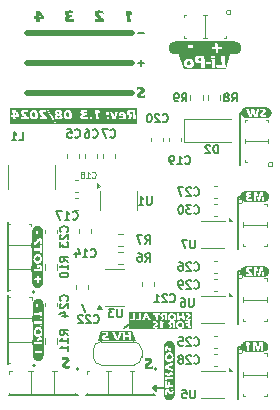
<source format=gbr>
%TF.GenerationSoftware,KiCad,Pcbnew,8.0.2*%
%TF.CreationDate,2024-08-03T15:43:08+02:00*%
%TF.ProjectId,ant control board v1.3,616e7420-636f-46e7-9472-6f6c20626f61,1.1*%
%TF.SameCoordinates,Original*%
%TF.FileFunction,Legend,Bot*%
%TF.FilePolarity,Positive*%
%FSLAX46Y46*%
G04 Gerber Fmt 4.6, Leading zero omitted, Abs format (unit mm)*
G04 Created by KiCad (PCBNEW 8.0.2) date 2024-08-03 15:43:08*
%MOMM*%
%LPD*%
G01*
G04 APERTURE LIST*
%ADD10C,0.150000*%
%ADD11C,0.500000*%
%ADD12C,0.125000*%
%ADD13C,0.000000*%
%ADD14C,0.120000*%
%ADD15C,0.171191*%
G04 APERTURE END LIST*
D10*
G36*
X139963129Y-68471830D02*
G01*
X140013419Y-68472566D01*
X140066985Y-68473067D01*
X140118119Y-68473234D01*
X140156318Y-68473164D01*
X140209038Y-68472868D01*
X140259306Y-68472410D01*
X140312780Y-68471768D01*
X140323460Y-68488856D01*
X140350377Y-68531224D01*
X140377604Y-68573091D01*
X140405141Y-68614457D01*
X140432988Y-68655323D01*
X140461145Y-68695687D01*
X140489612Y-68735551D01*
X140523180Y-68781612D01*
X140555374Y-68824909D01*
X140586195Y-68865441D01*
X140620416Y-68909234D01*
X140652766Y-68949263D01*
X140653499Y-68989075D01*
X140658872Y-69117791D01*
X140661071Y-69161266D01*
X140663757Y-69190819D01*
X140397044Y-69190819D01*
X140340624Y-69190819D01*
X140274190Y-69190819D01*
X140276920Y-69237548D01*
X140280540Y-69289493D01*
X140283105Y-69323184D01*
X140287410Y-69374120D01*
X140292264Y-69425537D01*
X140286638Y-69425432D01*
X140232790Y-69424563D01*
X140183331Y-69424029D01*
X140133995Y-69423827D01*
X140088194Y-69423994D01*
X140037098Y-69424563D01*
X139985251Y-69425537D01*
X139985208Y-69393424D01*
X139984945Y-69344540D01*
X139984316Y-69293529D01*
X139983147Y-69244566D01*
X139980366Y-69190575D01*
X139959361Y-69190087D01*
X139930327Y-69190121D01*
X139878852Y-69190396D01*
X139829912Y-69191064D01*
X139829912Y-69148810D01*
X139829841Y-69118474D01*
X139829351Y-69064079D01*
X139828398Y-69009955D01*
X139826981Y-68956102D01*
X139862152Y-68957323D01*
X139902452Y-68957567D01*
X139920989Y-68957521D01*
X139972306Y-68956590D01*
X139971430Y-68915840D01*
X139969627Y-68863382D01*
X139967583Y-68814487D01*
X139964978Y-68758510D01*
X139964131Y-68741446D01*
X139961876Y-68699891D01*
X140221433Y-68699891D01*
X140234134Y-68971978D01*
X140412431Y-68971978D01*
X140321817Y-68847658D01*
X140308679Y-68829063D01*
X140280052Y-68787819D01*
X140278235Y-68785204D01*
X140249032Y-68742202D01*
X140221433Y-68699891D01*
X139961876Y-68699891D01*
X139961315Y-68689557D01*
X139958086Y-68636620D01*
X139954446Y-68582636D01*
X139950393Y-68527604D01*
X139945928Y-68471524D01*
X139963129Y-68471830D01*
G37*
G36*
X143162724Y-69424560D02*
G01*
X143166239Y-69368872D01*
X143169823Y-69317032D01*
X143174090Y-69261413D01*
X143178451Y-69211030D01*
X143182264Y-69172013D01*
X143132204Y-69186437D01*
X143084147Y-69198417D01*
X143029124Y-69209565D01*
X142976985Y-69217193D01*
X142927732Y-69221300D01*
X142896500Y-69222082D01*
X142845037Y-69218167D01*
X142795676Y-69203701D01*
X142778042Y-69194239D01*
X142743548Y-69159501D01*
X142733834Y-69120722D01*
X142751294Y-69074735D01*
X142778530Y-69055753D01*
X142828112Y-69041227D01*
X142881761Y-69035521D01*
X142922634Y-69034504D01*
X142975216Y-69034504D01*
X143026992Y-69034504D01*
X143050617Y-69034504D01*
X143046293Y-68982333D01*
X143042296Y-68930326D01*
X143038626Y-68878482D01*
X143035283Y-68826802D01*
X143033520Y-68797344D01*
X142983758Y-68809866D01*
X142932414Y-68815501D01*
X142922389Y-68815662D01*
X142873122Y-68814307D01*
X142824485Y-68809015D01*
X142822006Y-68808579D01*
X142775825Y-68791864D01*
X142763387Y-68781957D01*
X142744092Y-68740436D01*
X142759235Y-68705265D01*
X142804147Y-68682513D01*
X142806130Y-68682062D01*
X142855593Y-68675815D01*
X142887463Y-68674978D01*
X142937600Y-68675906D01*
X142979054Y-68677909D01*
X143030372Y-68681896D01*
X143083024Y-68687325D01*
X143122180Y-68691831D01*
X143085544Y-68523059D01*
X143076582Y-68474340D01*
X143076262Y-68472501D01*
X143019158Y-68466940D01*
X142964166Y-68462529D01*
X142911287Y-68459269D01*
X142860520Y-68457160D01*
X142803961Y-68456153D01*
X142796116Y-68456137D01*
X142745808Y-68457234D01*
X142696549Y-68460526D01*
X142643576Y-68466681D01*
X142638824Y-68467372D01*
X142589083Y-68477208D01*
X142540483Y-68493139D01*
X142507909Y-68508649D01*
X142465387Y-68538702D01*
X142432175Y-68578788D01*
X142427065Y-68587784D01*
X142408307Y-68635980D01*
X142401161Y-68685708D01*
X142400931Y-68696960D01*
X142405978Y-68747661D01*
X142410701Y-68766814D01*
X142429693Y-68812643D01*
X142440010Y-68829340D01*
X142472108Y-68867237D01*
X142486660Y-68880142D01*
X142527745Y-68909272D01*
X142538928Y-68915558D01*
X142581426Y-68935830D01*
X142537951Y-68949507D01*
X142493552Y-68973336D01*
X142487149Y-68977840D01*
X142450634Y-69012518D01*
X142443674Y-69021803D01*
X142420592Y-69066553D01*
X142417051Y-69077979D01*
X142409037Y-69126706D01*
X142408503Y-69143925D01*
X142413036Y-69194323D01*
X142426638Y-69241836D01*
X142440743Y-69271908D01*
X142469147Y-69313204D01*
X142506001Y-69348799D01*
X142535265Y-69369361D01*
X142580161Y-69393294D01*
X142629214Y-69412033D01*
X142677414Y-69424560D01*
X142727250Y-69433189D01*
X142777229Y-69438623D01*
X142827351Y-69440860D01*
X142837393Y-69440924D01*
X142890093Y-69440520D01*
X142941061Y-69439308D01*
X142985893Y-69437505D01*
X143038524Y-69434432D01*
X143087940Y-69430845D01*
X143136667Y-69426846D01*
X143162724Y-69424560D01*
G37*
G36*
X145743025Y-69425293D02*
G01*
X145739719Y-69374408D01*
X145737895Y-69329061D01*
X145736166Y-69280020D01*
X145733968Y-69228643D01*
X145733255Y-69213534D01*
X145692786Y-69180555D01*
X145654635Y-69148387D01*
X145614965Y-69113597D01*
X145599898Y-69099961D01*
X145558552Y-69062126D01*
X145519355Y-69025342D01*
X145482310Y-68989610D01*
X145447414Y-68954930D01*
X145428440Y-68935586D01*
X145393077Y-68898272D01*
X145358531Y-68859541D01*
X145328544Y-68823234D01*
X145301952Y-68782143D01*
X145298747Y-68774630D01*
X145293862Y-68748251D01*
X145301678Y-68718209D01*
X145327323Y-68696228D01*
X145371775Y-68680840D01*
X145421917Y-68675122D01*
X145432348Y-68674978D01*
X145484209Y-68677667D01*
X145532487Y-68684504D01*
X145583736Y-68695791D01*
X145634569Y-68709300D01*
X145682380Y-68723131D01*
X145688803Y-68725048D01*
X145669019Y-68603660D01*
X145661142Y-68554567D01*
X145653956Y-68501547D01*
X145650212Y-68472257D01*
X145592310Y-68467613D01*
X145535838Y-68463756D01*
X145480797Y-68460686D01*
X145427188Y-68458404D01*
X145375010Y-68456908D01*
X145324263Y-68456200D01*
X145304364Y-68456137D01*
X145255018Y-68457695D01*
X145202765Y-68462950D01*
X145164657Y-68469326D01*
X145116206Y-68481645D01*
X145068058Y-68500882D01*
X145044002Y-68513778D01*
X145002247Y-68543544D01*
X144968717Y-68580313D01*
X144963401Y-68588272D01*
X144942885Y-68632663D01*
X144936046Y-68680352D01*
X144940817Y-68730131D01*
X144943862Y-68743855D01*
X144960843Y-68790001D01*
X144972683Y-68813953D01*
X144998195Y-68857009D01*
X145028568Y-68899411D01*
X145038140Y-68911406D01*
X145071718Y-68951810D01*
X145108155Y-68993065D01*
X145142945Y-69030449D01*
X145170519Y-69058928D01*
X145207171Y-69095000D01*
X145245563Y-69131652D01*
X145285695Y-69168883D01*
X145322238Y-69201937D01*
X145327567Y-69206695D01*
X145272369Y-69207184D01*
X145222038Y-69206495D01*
X145171262Y-69205350D01*
X145166367Y-69205230D01*
X145113851Y-69203581D01*
X145062854Y-69201245D01*
X145056702Y-69200833D01*
X145006002Y-69194898D01*
X144971217Y-69189354D01*
X144974433Y-69239638D01*
X144978300Y-69287784D01*
X144982334Y-69340310D01*
X144985766Y-69389911D01*
X144988070Y-69425293D01*
X145043996Y-69424870D01*
X145100341Y-69424520D01*
X145157102Y-69424241D01*
X145214281Y-69424033D01*
X145271877Y-69423897D01*
X145329891Y-69423833D01*
X145353213Y-69423827D01*
X145408618Y-69423850D01*
X145462115Y-69423919D01*
X145513703Y-69424033D01*
X145563384Y-69424193D01*
X145622801Y-69424458D01*
X145679237Y-69424794D01*
X145732691Y-69425202D01*
X145743025Y-69425293D01*
G37*
G36*
X147991887Y-69425537D02*
G01*
X147987426Y-69369340D01*
X147983304Y-69311833D01*
X147979660Y-69257324D01*
X147975824Y-69196829D01*
X147972619Y-69144122D01*
X147969291Y-69087583D01*
X147968440Y-69072850D01*
X147965150Y-69015781D01*
X147962242Y-68963399D01*
X147959144Y-68904511D01*
X147956642Y-68852946D01*
X147954426Y-68800733D01*
X147952808Y-68747519D01*
X147989933Y-68771454D01*
X148031332Y-68800092D01*
X148074943Y-68831448D01*
X148107658Y-68855230D01*
X148104195Y-68803640D01*
X148101193Y-68751300D01*
X148098865Y-68703066D01*
X148096919Y-68654027D01*
X148095610Y-68604218D01*
X148095446Y-68584609D01*
X148052858Y-68558698D01*
X148012648Y-68533318D01*
X147970936Y-68505898D01*
X147958914Y-68497414D01*
X147926918Y-68471768D01*
X147876875Y-68472661D01*
X147827080Y-68473118D01*
X147783548Y-68473234D01*
X147730108Y-68473032D01*
X147679123Y-68472498D01*
X147625847Y-68471629D01*
X147620394Y-68471524D01*
X147634804Y-68633213D01*
X147664357Y-69141727D01*
X147671196Y-69328328D01*
X147671196Y-69425537D01*
X147723312Y-69424495D01*
X147775429Y-69423962D01*
X147821161Y-69423827D01*
X147874165Y-69423962D01*
X147923265Y-69424368D01*
X147973244Y-69425136D01*
X147991887Y-69425537D01*
G37*
G36*
X148522680Y-74930888D02*
G01*
X148519678Y-74980374D01*
X148515808Y-75036198D01*
X148511647Y-75088142D01*
X148506423Y-75143837D01*
X148500801Y-75194250D01*
X148499965Y-75201021D01*
X148547636Y-75180241D01*
X148595121Y-75162228D01*
X148644482Y-75147665D01*
X148648221Y-75146799D01*
X148697301Y-75137616D01*
X148746409Y-75133418D01*
X148752024Y-75133366D01*
X148803376Y-75137396D01*
X148842150Y-75149486D01*
X148873841Y-75186838D01*
X148874634Y-75195892D01*
X148871459Y-75215675D01*
X148859491Y-75237413D01*
X148833357Y-75265257D01*
X148704397Y-75377364D01*
X148665806Y-75410459D01*
X148640894Y-75433052D01*
X148606067Y-75469370D01*
X148583008Y-75499241D01*
X148559657Y-75542469D01*
X148552478Y-75562500D01*
X148543706Y-75610864D01*
X148542952Y-75630888D01*
X148548291Y-75681450D01*
X148558095Y-75715152D01*
X148580197Y-75759889D01*
X148604013Y-75792333D01*
X148641897Y-75827845D01*
X148684369Y-75854370D01*
X148729395Y-75874012D01*
X148776853Y-75887202D01*
X148790859Y-75889786D01*
X148841048Y-75896297D01*
X148892452Y-75899162D01*
X148907362Y-75899311D01*
X148959642Y-75898528D01*
X149014539Y-75896179D01*
X149063678Y-75892919D01*
X149114740Y-75888508D01*
X149167725Y-75882947D01*
X149169893Y-75833785D01*
X149172610Y-75785982D01*
X149176811Y-75735773D01*
X149181815Y-75682393D01*
X149187021Y-75629179D01*
X149138519Y-75648022D01*
X149091796Y-75662917D01*
X149060991Y-75670211D01*
X149010493Y-75678216D01*
X148972575Y-75680470D01*
X148923317Y-75675093D01*
X148888556Y-75661419D01*
X148856579Y-75622897D01*
X148856071Y-75616478D01*
X148860956Y-75592786D01*
X148880496Y-75564210D01*
X148916345Y-75529420D01*
X148919330Y-75526841D01*
X148958408Y-75495245D01*
X148996755Y-75465292D01*
X149046092Y-75426213D01*
X149082908Y-75393434D01*
X149093964Y-75382493D01*
X149127521Y-75345880D01*
X149138660Y-75331691D01*
X149165969Y-75289545D01*
X149167970Y-75285529D01*
X149183357Y-75242542D01*
X149188486Y-75195892D01*
X149183447Y-75145303D01*
X149168331Y-75096730D01*
X149157956Y-75074992D01*
X149128998Y-75031742D01*
X149091736Y-74995265D01*
X149071738Y-74980714D01*
X149028644Y-74956179D01*
X148982528Y-74937895D01*
X148950105Y-74929179D01*
X148899650Y-74920248D01*
X148847202Y-74915440D01*
X148811131Y-74914524D01*
X148759177Y-74915307D01*
X148709678Y-74917225D01*
X148655593Y-74920293D01*
X148596923Y-74924512D01*
X148544529Y-74928907D01*
X148522680Y-74930888D01*
G37*
X148843293Y-72643293D02*
X148843293Y-73151293D01*
X149097293Y-72897293D02*
X148589293Y-72897293D01*
X149097293Y-70357293D02*
X148589293Y-70357293D01*
D11*
X148081293Y-75437293D02*
X146811293Y-75437293D01*
X148081293Y-72897293D02*
X146811293Y-72897293D01*
X148081293Y-70357293D02*
X146557293Y-70357293D01*
X146811293Y-70357293D02*
X139191293Y-70357293D01*
X146811293Y-72897293D02*
X139191293Y-72897293D01*
X146811293Y-75437293D02*
X139191293Y-75437293D01*
D10*
G36*
X142839183Y-98762554D02*
G01*
X142842185Y-98713068D01*
X142846055Y-98657244D01*
X142850216Y-98605300D01*
X142855440Y-98549605D01*
X142861062Y-98499192D01*
X142861898Y-98492421D01*
X142814227Y-98513201D01*
X142766742Y-98531214D01*
X142717381Y-98545777D01*
X142713642Y-98546643D01*
X142664562Y-98555826D01*
X142615454Y-98560024D01*
X142609839Y-98560076D01*
X142558487Y-98556046D01*
X142519713Y-98543956D01*
X142488022Y-98506604D01*
X142487229Y-98497550D01*
X142490404Y-98477767D01*
X142502372Y-98456029D01*
X142528506Y-98428185D01*
X142657466Y-98316078D01*
X142696057Y-98282983D01*
X142720969Y-98260390D01*
X142755796Y-98224072D01*
X142778855Y-98194201D01*
X142802206Y-98150973D01*
X142809385Y-98130942D01*
X142818157Y-98082578D01*
X142818911Y-98062554D01*
X142813572Y-98011992D01*
X142803768Y-97978290D01*
X142781666Y-97933553D01*
X142757850Y-97901109D01*
X142719966Y-97865597D01*
X142677494Y-97839072D01*
X142632468Y-97819430D01*
X142585010Y-97806240D01*
X142571004Y-97803656D01*
X142520815Y-97797145D01*
X142469411Y-97794280D01*
X142454501Y-97794131D01*
X142402221Y-97794914D01*
X142347324Y-97797263D01*
X142298185Y-97800523D01*
X142247123Y-97804934D01*
X142194138Y-97810495D01*
X142191970Y-97859657D01*
X142189253Y-97907460D01*
X142185052Y-97957669D01*
X142180048Y-98011049D01*
X142174842Y-98064263D01*
X142223344Y-98045420D01*
X142270067Y-98030525D01*
X142300872Y-98023231D01*
X142351370Y-98015226D01*
X142389288Y-98012972D01*
X142438546Y-98018349D01*
X142473307Y-98032023D01*
X142505284Y-98070545D01*
X142505792Y-98076964D01*
X142500907Y-98100656D01*
X142481367Y-98129232D01*
X142445518Y-98164022D01*
X142442533Y-98166601D01*
X142403455Y-98198197D01*
X142365108Y-98228150D01*
X142315771Y-98267229D01*
X142278955Y-98300008D01*
X142267899Y-98310949D01*
X142234342Y-98347562D01*
X142223203Y-98361751D01*
X142195894Y-98403897D01*
X142193893Y-98407913D01*
X142178506Y-98450900D01*
X142173377Y-98497550D01*
X142178416Y-98548139D01*
X142193532Y-98596712D01*
X142203907Y-98618450D01*
X142232865Y-98661700D01*
X142270127Y-98698177D01*
X142290125Y-98712728D01*
X142333219Y-98737263D01*
X142379335Y-98755547D01*
X142411758Y-98764263D01*
X142462213Y-98773194D01*
X142514661Y-98778002D01*
X142550732Y-98778918D01*
X142602686Y-98778135D01*
X142652185Y-98776217D01*
X142706270Y-98773149D01*
X142764940Y-98768930D01*
X142817334Y-98764535D01*
X142839183Y-98762554D01*
G37*
X143535400Y-101015800D02*
X137693400Y-101015800D01*
X150114000Y-100711000D02*
X149860000Y-100457000D01*
X144145000Y-93980000D02*
X143891000Y-93345000D01*
X157251400Y-77495400D02*
X157251400Y-77114400D01*
X157664084Y-77114400D02*
X157251400Y-77114400D01*
X150012400Y-101015800D02*
X144170400Y-101015800D01*
X150876000Y-100457000D02*
X149860000Y-100457000D01*
X157099000Y-90932000D02*
X157099000Y-94996000D01*
X137566400Y-92557600D02*
X137566400Y-98399600D01*
X149860000Y-100457000D02*
X150114000Y-100203000D01*
X157251400Y-77495400D02*
X157251400Y-81559400D01*
X157099000Y-90932000D02*
X157099000Y-90551000D01*
X148146164Y-94869000D02*
X147407960Y-95344031D01*
X150114000Y-100203000D02*
X150114000Y-100711000D01*
X137566400Y-86360000D02*
X137566400Y-92202000D01*
X157508684Y-84223500D02*
X157096000Y-84223500D01*
X157099000Y-97307400D02*
X157099000Y-101371400D01*
X157511684Y-90551000D02*
X157099000Y-90551000D01*
X157096000Y-84604500D02*
X157096000Y-84223500D01*
X157511684Y-96926400D02*
X157099000Y-96926400D01*
X157096000Y-84604500D02*
X157096000Y-88668500D01*
X157099000Y-97307400D02*
X157099000Y-96926400D01*
G36*
X149839183Y-98838467D02*
G01*
X149842185Y-98788981D01*
X149846055Y-98733157D01*
X149850216Y-98681213D01*
X149855440Y-98625518D01*
X149861062Y-98575105D01*
X149861898Y-98568334D01*
X149814227Y-98589114D01*
X149766742Y-98607127D01*
X149717381Y-98621690D01*
X149713642Y-98622556D01*
X149664562Y-98631739D01*
X149615454Y-98635937D01*
X149609839Y-98635989D01*
X149558487Y-98631959D01*
X149519713Y-98619869D01*
X149488022Y-98582517D01*
X149487229Y-98573463D01*
X149490404Y-98553680D01*
X149502372Y-98531942D01*
X149528506Y-98504098D01*
X149657466Y-98391991D01*
X149696057Y-98358896D01*
X149720969Y-98336303D01*
X149755796Y-98299985D01*
X149778855Y-98270114D01*
X149802206Y-98226886D01*
X149809385Y-98206855D01*
X149818157Y-98158491D01*
X149818911Y-98138467D01*
X149813572Y-98087905D01*
X149803768Y-98054203D01*
X149781666Y-98009466D01*
X149757850Y-97977022D01*
X149719966Y-97941510D01*
X149677494Y-97914985D01*
X149632468Y-97895343D01*
X149585010Y-97882153D01*
X149571004Y-97879569D01*
X149520815Y-97873058D01*
X149469411Y-97870193D01*
X149454501Y-97870044D01*
X149402221Y-97870827D01*
X149347324Y-97873176D01*
X149298185Y-97876436D01*
X149247123Y-97880847D01*
X149194138Y-97886408D01*
X149191970Y-97935570D01*
X149189253Y-97983373D01*
X149185052Y-98033582D01*
X149180048Y-98086962D01*
X149174842Y-98140176D01*
X149223344Y-98121333D01*
X149270067Y-98106438D01*
X149300872Y-98099144D01*
X149351370Y-98091139D01*
X149389288Y-98088885D01*
X149438546Y-98094262D01*
X149473307Y-98107936D01*
X149505284Y-98146458D01*
X149505792Y-98152877D01*
X149500907Y-98176569D01*
X149481367Y-98205145D01*
X149445518Y-98239935D01*
X149442533Y-98242514D01*
X149403455Y-98274110D01*
X149365108Y-98304063D01*
X149315771Y-98343142D01*
X149278955Y-98375921D01*
X149267899Y-98386862D01*
X149234342Y-98423475D01*
X149223203Y-98437664D01*
X149195894Y-98479810D01*
X149193893Y-98483826D01*
X149178506Y-98526813D01*
X149173377Y-98573463D01*
X149178416Y-98624052D01*
X149193532Y-98672625D01*
X149203907Y-98694363D01*
X149232865Y-98737613D01*
X149270127Y-98774090D01*
X149290125Y-98788641D01*
X149333219Y-98813176D01*
X149379335Y-98831460D01*
X149411758Y-98840176D01*
X149462213Y-98849107D01*
X149514661Y-98853915D01*
X149550732Y-98854831D01*
X149602686Y-98854048D01*
X149652185Y-98852130D01*
X149706270Y-98849062D01*
X149764940Y-98844843D01*
X149817334Y-98840448D01*
X149839183Y-98838467D01*
G37*
D12*
X144721428Y-82577190D02*
X144745237Y-82601000D01*
X144745237Y-82601000D02*
X144816666Y-82624809D01*
X144816666Y-82624809D02*
X144864285Y-82624809D01*
X144864285Y-82624809D02*
X144935713Y-82601000D01*
X144935713Y-82601000D02*
X144983332Y-82553380D01*
X144983332Y-82553380D02*
X145007142Y-82505761D01*
X145007142Y-82505761D02*
X145030951Y-82410523D01*
X145030951Y-82410523D02*
X145030951Y-82339095D01*
X145030951Y-82339095D02*
X145007142Y-82243857D01*
X145007142Y-82243857D02*
X144983332Y-82196238D01*
X144983332Y-82196238D02*
X144935713Y-82148619D01*
X144935713Y-82148619D02*
X144864285Y-82124809D01*
X144864285Y-82124809D02*
X144816666Y-82124809D01*
X144816666Y-82124809D02*
X144745237Y-82148619D01*
X144745237Y-82148619D02*
X144721428Y-82172428D01*
X144245237Y-82624809D02*
X144530951Y-82624809D01*
X144388094Y-82624809D02*
X144388094Y-82124809D01*
X144388094Y-82124809D02*
X144435713Y-82196238D01*
X144435713Y-82196238D02*
X144483332Y-82243857D01*
X144483332Y-82243857D02*
X144530951Y-82267666D01*
X143959523Y-82339095D02*
X144007142Y-82315285D01*
X144007142Y-82315285D02*
X144030952Y-82291476D01*
X144030952Y-82291476D02*
X144054761Y-82243857D01*
X144054761Y-82243857D02*
X144054761Y-82220047D01*
X144054761Y-82220047D02*
X144030952Y-82172428D01*
X144030952Y-82172428D02*
X144007142Y-82148619D01*
X144007142Y-82148619D02*
X143959523Y-82124809D01*
X143959523Y-82124809D02*
X143864285Y-82124809D01*
X143864285Y-82124809D02*
X143816666Y-82148619D01*
X143816666Y-82148619D02*
X143792857Y-82172428D01*
X143792857Y-82172428D02*
X143769047Y-82220047D01*
X143769047Y-82220047D02*
X143769047Y-82243857D01*
X143769047Y-82243857D02*
X143792857Y-82291476D01*
X143792857Y-82291476D02*
X143816666Y-82315285D01*
X143816666Y-82315285D02*
X143864285Y-82339095D01*
X143864285Y-82339095D02*
X143959523Y-82339095D01*
X143959523Y-82339095D02*
X144007142Y-82362904D01*
X144007142Y-82362904D02*
X144030952Y-82386714D01*
X144030952Y-82386714D02*
X144054761Y-82434333D01*
X144054761Y-82434333D02*
X144054761Y-82529571D01*
X144054761Y-82529571D02*
X144030952Y-82577190D01*
X144030952Y-82577190D02*
X144007142Y-82601000D01*
X144007142Y-82601000D02*
X143959523Y-82624809D01*
X143959523Y-82624809D02*
X143864285Y-82624809D01*
X143864285Y-82624809D02*
X143816666Y-82601000D01*
X143816666Y-82601000D02*
X143792857Y-82577190D01*
X143792857Y-82577190D02*
X143769047Y-82529571D01*
X143769047Y-82529571D02*
X143769047Y-82434333D01*
X143769047Y-82434333D02*
X143792857Y-82386714D01*
X143792857Y-82386714D02*
X143816666Y-82362904D01*
X143816666Y-82362904D02*
X143864285Y-82339095D01*
D10*
X151326000Y-93086366D02*
X151359333Y-93119700D01*
X151359333Y-93119700D02*
X151459333Y-93153033D01*
X151459333Y-93153033D02*
X151526000Y-93153033D01*
X151526000Y-93153033D02*
X151626000Y-93119700D01*
X151626000Y-93119700D02*
X151692667Y-93053033D01*
X151692667Y-93053033D02*
X151726000Y-92986366D01*
X151726000Y-92986366D02*
X151759333Y-92853033D01*
X151759333Y-92853033D02*
X151759333Y-92753033D01*
X151759333Y-92753033D02*
X151726000Y-92619700D01*
X151726000Y-92619700D02*
X151692667Y-92553033D01*
X151692667Y-92553033D02*
X151626000Y-92486366D01*
X151626000Y-92486366D02*
X151526000Y-92453033D01*
X151526000Y-92453033D02*
X151459333Y-92453033D01*
X151459333Y-92453033D02*
X151359333Y-92486366D01*
X151359333Y-92486366D02*
X151326000Y-92519700D01*
X151059333Y-92519700D02*
X151026000Y-92486366D01*
X151026000Y-92486366D02*
X150959333Y-92453033D01*
X150959333Y-92453033D02*
X150792667Y-92453033D01*
X150792667Y-92453033D02*
X150726000Y-92486366D01*
X150726000Y-92486366D02*
X150692667Y-92519700D01*
X150692667Y-92519700D02*
X150659333Y-92586366D01*
X150659333Y-92586366D02*
X150659333Y-92653033D01*
X150659333Y-92653033D02*
X150692667Y-92753033D01*
X150692667Y-92753033D02*
X151092667Y-93153033D01*
X151092667Y-93153033D02*
X150659333Y-93153033D01*
X149992666Y-93153033D02*
X150392666Y-93153033D01*
X150192666Y-93153033D02*
X150192666Y-92453033D01*
X150192666Y-92453033D02*
X150259333Y-92553033D01*
X150259333Y-92553033D02*
X150326000Y-92619700D01*
X150326000Y-92619700D02*
X150392666Y-92653033D01*
X138516667Y-79466033D02*
X138850000Y-79466033D01*
X138850000Y-79466033D02*
X138850000Y-78766033D01*
X137916666Y-79466033D02*
X138316666Y-79466033D01*
X138116666Y-79466033D02*
X138116666Y-78766033D01*
X138116666Y-78766033D02*
X138183333Y-78866033D01*
X138183333Y-78866033D02*
X138250000Y-78932700D01*
X138250000Y-78932700D02*
X138316666Y-78966033D01*
X144849000Y-94864366D02*
X144882333Y-94897700D01*
X144882333Y-94897700D02*
X144982333Y-94931033D01*
X144982333Y-94931033D02*
X145049000Y-94931033D01*
X145049000Y-94931033D02*
X145149000Y-94897700D01*
X145149000Y-94897700D02*
X145215667Y-94831033D01*
X145215667Y-94831033D02*
X145249000Y-94764366D01*
X145249000Y-94764366D02*
X145282333Y-94631033D01*
X145282333Y-94631033D02*
X145282333Y-94531033D01*
X145282333Y-94531033D02*
X145249000Y-94397700D01*
X145249000Y-94397700D02*
X145215667Y-94331033D01*
X145215667Y-94331033D02*
X145149000Y-94264366D01*
X145149000Y-94264366D02*
X145049000Y-94231033D01*
X145049000Y-94231033D02*
X144982333Y-94231033D01*
X144982333Y-94231033D02*
X144882333Y-94264366D01*
X144882333Y-94264366D02*
X144849000Y-94297700D01*
X144582333Y-94297700D02*
X144549000Y-94264366D01*
X144549000Y-94264366D02*
X144482333Y-94231033D01*
X144482333Y-94231033D02*
X144315667Y-94231033D01*
X144315667Y-94231033D02*
X144249000Y-94264366D01*
X144249000Y-94264366D02*
X144215667Y-94297700D01*
X144215667Y-94297700D02*
X144182333Y-94364366D01*
X144182333Y-94364366D02*
X144182333Y-94431033D01*
X144182333Y-94431033D02*
X144215667Y-94531033D01*
X144215667Y-94531033D02*
X144615667Y-94931033D01*
X144615667Y-94931033D02*
X144182333Y-94931033D01*
X143915666Y-94297700D02*
X143882333Y-94264366D01*
X143882333Y-94264366D02*
X143815666Y-94231033D01*
X143815666Y-94231033D02*
X143649000Y-94231033D01*
X143649000Y-94231033D02*
X143582333Y-94264366D01*
X143582333Y-94264366D02*
X143549000Y-94297700D01*
X143549000Y-94297700D02*
X143515666Y-94364366D01*
X143515666Y-94364366D02*
X143515666Y-94431033D01*
X143515666Y-94431033D02*
X143549000Y-94531033D01*
X143549000Y-94531033D02*
X143949000Y-94931033D01*
X143949000Y-94931033D02*
X143515666Y-94931033D01*
X156555266Y-76160433D02*
X156788599Y-75827100D01*
X156955266Y-76160433D02*
X156955266Y-75460433D01*
X156955266Y-75460433D02*
X156688599Y-75460433D01*
X156688599Y-75460433D02*
X156621933Y-75493766D01*
X156621933Y-75493766D02*
X156588599Y-75527100D01*
X156588599Y-75527100D02*
X156555266Y-75593766D01*
X156555266Y-75593766D02*
X156555266Y-75693766D01*
X156555266Y-75693766D02*
X156588599Y-75760433D01*
X156588599Y-75760433D02*
X156621933Y-75793766D01*
X156621933Y-75793766D02*
X156688599Y-75827100D01*
X156688599Y-75827100D02*
X156955266Y-75827100D01*
X156155266Y-75760433D02*
X156221933Y-75727100D01*
X156221933Y-75727100D02*
X156255266Y-75693766D01*
X156255266Y-75693766D02*
X156288599Y-75627100D01*
X156288599Y-75627100D02*
X156288599Y-75593766D01*
X156288599Y-75593766D02*
X156255266Y-75527100D01*
X156255266Y-75527100D02*
X156221933Y-75493766D01*
X156221933Y-75493766D02*
X156155266Y-75460433D01*
X156155266Y-75460433D02*
X156021933Y-75460433D01*
X156021933Y-75460433D02*
X155955266Y-75493766D01*
X155955266Y-75493766D02*
X155921933Y-75527100D01*
X155921933Y-75527100D02*
X155888599Y-75593766D01*
X155888599Y-75593766D02*
X155888599Y-75627100D01*
X155888599Y-75627100D02*
X155921933Y-75693766D01*
X155921933Y-75693766D02*
X155955266Y-75727100D01*
X155955266Y-75727100D02*
X156021933Y-75760433D01*
X156021933Y-75760433D02*
X156155266Y-75760433D01*
X156155266Y-75760433D02*
X156221933Y-75793766D01*
X156221933Y-75793766D02*
X156255266Y-75827100D01*
X156255266Y-75827100D02*
X156288599Y-75893766D01*
X156288599Y-75893766D02*
X156288599Y-76027100D01*
X156288599Y-76027100D02*
X156255266Y-76093766D01*
X156255266Y-76093766D02*
X156221933Y-76127100D01*
X156221933Y-76127100D02*
X156155266Y-76160433D01*
X156155266Y-76160433D02*
X156021933Y-76160433D01*
X156021933Y-76160433D02*
X155955266Y-76127100D01*
X155955266Y-76127100D02*
X155921933Y-76093766D01*
X155921933Y-76093766D02*
X155888599Y-76027100D01*
X155888599Y-76027100D02*
X155888599Y-75893766D01*
X155888599Y-75893766D02*
X155921933Y-75827100D01*
X155921933Y-75827100D02*
X155955266Y-75793766D01*
X155955266Y-75793766D02*
X156021933Y-75760433D01*
X147218333Y-93723033D02*
X147218333Y-94289700D01*
X147218333Y-94289700D02*
X147185000Y-94356366D01*
X147185000Y-94356366D02*
X147151666Y-94389700D01*
X147151666Y-94389700D02*
X147085000Y-94423033D01*
X147085000Y-94423033D02*
X146951666Y-94423033D01*
X146951666Y-94423033D02*
X146885000Y-94389700D01*
X146885000Y-94389700D02*
X146851666Y-94356366D01*
X146851666Y-94356366D02*
X146818333Y-94289700D01*
X146818333Y-94289700D02*
X146818333Y-93723033D01*
X146551667Y-93723033D02*
X146118333Y-93723033D01*
X146118333Y-93723033D02*
X146351667Y-93989700D01*
X146351667Y-93989700D02*
X146251667Y-93989700D01*
X146251667Y-93989700D02*
X146185000Y-94023033D01*
X146185000Y-94023033D02*
X146151667Y-94056366D01*
X146151667Y-94056366D02*
X146118333Y-94123033D01*
X146118333Y-94123033D02*
X146118333Y-94289700D01*
X146118333Y-94289700D02*
X146151667Y-94356366D01*
X146151667Y-94356366D02*
X146185000Y-94389700D01*
X146185000Y-94389700D02*
X146251667Y-94423033D01*
X146251667Y-94423033D02*
X146451667Y-94423033D01*
X146451667Y-94423033D02*
X146518333Y-94389700D01*
X146518333Y-94389700D02*
X146551667Y-94356366D01*
X150691000Y-77846366D02*
X150724333Y-77879700D01*
X150724333Y-77879700D02*
X150824333Y-77913033D01*
X150824333Y-77913033D02*
X150891000Y-77913033D01*
X150891000Y-77913033D02*
X150991000Y-77879700D01*
X150991000Y-77879700D02*
X151057667Y-77813033D01*
X151057667Y-77813033D02*
X151091000Y-77746366D01*
X151091000Y-77746366D02*
X151124333Y-77613033D01*
X151124333Y-77613033D02*
X151124333Y-77513033D01*
X151124333Y-77513033D02*
X151091000Y-77379700D01*
X151091000Y-77379700D02*
X151057667Y-77313033D01*
X151057667Y-77313033D02*
X150991000Y-77246366D01*
X150991000Y-77246366D02*
X150891000Y-77213033D01*
X150891000Y-77213033D02*
X150824333Y-77213033D01*
X150824333Y-77213033D02*
X150724333Y-77246366D01*
X150724333Y-77246366D02*
X150691000Y-77279700D01*
X150424333Y-77279700D02*
X150391000Y-77246366D01*
X150391000Y-77246366D02*
X150324333Y-77213033D01*
X150324333Y-77213033D02*
X150157667Y-77213033D01*
X150157667Y-77213033D02*
X150091000Y-77246366D01*
X150091000Y-77246366D02*
X150057667Y-77279700D01*
X150057667Y-77279700D02*
X150024333Y-77346366D01*
X150024333Y-77346366D02*
X150024333Y-77413033D01*
X150024333Y-77413033D02*
X150057667Y-77513033D01*
X150057667Y-77513033D02*
X150457667Y-77913033D01*
X150457667Y-77913033D02*
X150024333Y-77913033D01*
X149591000Y-77213033D02*
X149524333Y-77213033D01*
X149524333Y-77213033D02*
X149457666Y-77246366D01*
X149457666Y-77246366D02*
X149424333Y-77279700D01*
X149424333Y-77279700D02*
X149391000Y-77346366D01*
X149391000Y-77346366D02*
X149357666Y-77479700D01*
X149357666Y-77479700D02*
X149357666Y-77646366D01*
X149357666Y-77646366D02*
X149391000Y-77779700D01*
X149391000Y-77779700D02*
X149424333Y-77846366D01*
X149424333Y-77846366D02*
X149457666Y-77879700D01*
X149457666Y-77879700D02*
X149524333Y-77913033D01*
X149524333Y-77913033D02*
X149591000Y-77913033D01*
X149591000Y-77913033D02*
X149657666Y-77879700D01*
X149657666Y-77879700D02*
X149691000Y-77846366D01*
X149691000Y-77846366D02*
X149724333Y-77779700D01*
X149724333Y-77779700D02*
X149757666Y-77646366D01*
X149757666Y-77646366D02*
X149757666Y-77479700D01*
X149757666Y-77479700D02*
X149724333Y-77346366D01*
X149724333Y-77346366D02*
X149691000Y-77279700D01*
X149691000Y-77279700D02*
X149657666Y-77246366D01*
X149657666Y-77246366D02*
X149591000Y-77213033D01*
X153441333Y-87881033D02*
X153441333Y-88447700D01*
X153441333Y-88447700D02*
X153408000Y-88514366D01*
X153408000Y-88514366D02*
X153374666Y-88547700D01*
X153374666Y-88547700D02*
X153308000Y-88581033D01*
X153308000Y-88581033D02*
X153174666Y-88581033D01*
X153174666Y-88581033D02*
X153108000Y-88547700D01*
X153108000Y-88547700D02*
X153074666Y-88514366D01*
X153074666Y-88514366D02*
X153041333Y-88447700D01*
X153041333Y-88447700D02*
X153041333Y-87881033D01*
X152774667Y-87881033D02*
X152308000Y-87881033D01*
X152308000Y-87881033D02*
X152608000Y-88581033D01*
X146266666Y-79149366D02*
X146299999Y-79182700D01*
X146299999Y-79182700D02*
X146399999Y-79216033D01*
X146399999Y-79216033D02*
X146466666Y-79216033D01*
X146466666Y-79216033D02*
X146566666Y-79182700D01*
X146566666Y-79182700D02*
X146633333Y-79116033D01*
X146633333Y-79116033D02*
X146666666Y-79049366D01*
X146666666Y-79049366D02*
X146699999Y-78916033D01*
X146699999Y-78916033D02*
X146699999Y-78816033D01*
X146699999Y-78816033D02*
X146666666Y-78682700D01*
X146666666Y-78682700D02*
X146633333Y-78616033D01*
X146633333Y-78616033D02*
X146566666Y-78549366D01*
X146566666Y-78549366D02*
X146466666Y-78516033D01*
X146466666Y-78516033D02*
X146399999Y-78516033D01*
X146399999Y-78516033D02*
X146299999Y-78549366D01*
X146299999Y-78549366D02*
X146266666Y-78582700D01*
X146033333Y-78516033D02*
X145566666Y-78516033D01*
X145566666Y-78516033D02*
X145866666Y-79216033D01*
X149214666Y-88200033D02*
X149447999Y-87866700D01*
X149614666Y-88200033D02*
X149614666Y-87500033D01*
X149614666Y-87500033D02*
X149347999Y-87500033D01*
X149347999Y-87500033D02*
X149281333Y-87533366D01*
X149281333Y-87533366D02*
X149247999Y-87566700D01*
X149247999Y-87566700D02*
X149214666Y-87633366D01*
X149214666Y-87633366D02*
X149214666Y-87733366D01*
X149214666Y-87733366D02*
X149247999Y-87800033D01*
X149247999Y-87800033D02*
X149281333Y-87833366D01*
X149281333Y-87833366D02*
X149347999Y-87866700D01*
X149347999Y-87866700D02*
X149614666Y-87866700D01*
X148981333Y-87500033D02*
X148514666Y-87500033D01*
X148514666Y-87500033D02*
X148814666Y-88200033D01*
X142683033Y-95942999D02*
X142349700Y-95709666D01*
X142683033Y-95542999D02*
X141983033Y-95542999D01*
X141983033Y-95542999D02*
X141983033Y-95809666D01*
X141983033Y-95809666D02*
X142016366Y-95876333D01*
X142016366Y-95876333D02*
X142049700Y-95909666D01*
X142049700Y-95909666D02*
X142116366Y-95942999D01*
X142116366Y-95942999D02*
X142216366Y-95942999D01*
X142216366Y-95942999D02*
X142283033Y-95909666D01*
X142283033Y-95909666D02*
X142316366Y-95876333D01*
X142316366Y-95876333D02*
X142349700Y-95809666D01*
X142349700Y-95809666D02*
X142349700Y-95542999D01*
X142683033Y-96609666D02*
X142683033Y-96209666D01*
X142683033Y-96409666D02*
X141983033Y-96409666D01*
X141983033Y-96409666D02*
X142083033Y-96342999D01*
X142083033Y-96342999D02*
X142149700Y-96276333D01*
X142149700Y-96276333D02*
X142183033Y-96209666D01*
X142683033Y-97276333D02*
X142683033Y-96876333D01*
X142683033Y-97076333D02*
X141983033Y-97076333D01*
X141983033Y-97076333D02*
X142083033Y-97009666D01*
X142083033Y-97009666D02*
X142149700Y-96943000D01*
X142149700Y-96943000D02*
X142183033Y-96876333D01*
X152600000Y-81399366D02*
X152633333Y-81432700D01*
X152633333Y-81432700D02*
X152733333Y-81466033D01*
X152733333Y-81466033D02*
X152800000Y-81466033D01*
X152800000Y-81466033D02*
X152900000Y-81432700D01*
X152900000Y-81432700D02*
X152966667Y-81366033D01*
X152966667Y-81366033D02*
X153000000Y-81299366D01*
X153000000Y-81299366D02*
X153033333Y-81166033D01*
X153033333Y-81166033D02*
X153033333Y-81066033D01*
X153033333Y-81066033D02*
X153000000Y-80932700D01*
X153000000Y-80932700D02*
X152966667Y-80866033D01*
X152966667Y-80866033D02*
X152900000Y-80799366D01*
X152900000Y-80799366D02*
X152800000Y-80766033D01*
X152800000Y-80766033D02*
X152733333Y-80766033D01*
X152733333Y-80766033D02*
X152633333Y-80799366D01*
X152633333Y-80799366D02*
X152600000Y-80832700D01*
X151933333Y-81466033D02*
X152333333Y-81466033D01*
X152133333Y-81466033D02*
X152133333Y-80766033D01*
X152133333Y-80766033D02*
X152200000Y-80866033D01*
X152200000Y-80866033D02*
X152266667Y-80932700D01*
X152266667Y-80932700D02*
X152333333Y-80966033D01*
X151600000Y-81466033D02*
X151466666Y-81466033D01*
X151466666Y-81466033D02*
X151400000Y-81432700D01*
X151400000Y-81432700D02*
X151366666Y-81399366D01*
X151366666Y-81399366D02*
X151300000Y-81299366D01*
X151300000Y-81299366D02*
X151266666Y-81166033D01*
X151266666Y-81166033D02*
X151266666Y-80899366D01*
X151266666Y-80899366D02*
X151300000Y-80832700D01*
X151300000Y-80832700D02*
X151333333Y-80799366D01*
X151333333Y-80799366D02*
X151400000Y-80766033D01*
X151400000Y-80766033D02*
X151533333Y-80766033D01*
X151533333Y-80766033D02*
X151600000Y-80799366D01*
X151600000Y-80799366D02*
X151633333Y-80832700D01*
X151633333Y-80832700D02*
X151666666Y-80899366D01*
X151666666Y-80899366D02*
X151666666Y-81066033D01*
X151666666Y-81066033D02*
X151633333Y-81132700D01*
X151633333Y-81132700D02*
X151600000Y-81166033D01*
X151600000Y-81166033D02*
X151533333Y-81199366D01*
X151533333Y-81199366D02*
X151400000Y-81199366D01*
X151400000Y-81199366D02*
X151333333Y-81166033D01*
X151333333Y-81166033D02*
X151300000Y-81132700D01*
X151300000Y-81132700D02*
X151266666Y-81066033D01*
X142616366Y-87179999D02*
X142649700Y-87146666D01*
X142649700Y-87146666D02*
X142683033Y-87046666D01*
X142683033Y-87046666D02*
X142683033Y-86979999D01*
X142683033Y-86979999D02*
X142649700Y-86879999D01*
X142649700Y-86879999D02*
X142583033Y-86813333D01*
X142583033Y-86813333D02*
X142516366Y-86779999D01*
X142516366Y-86779999D02*
X142383033Y-86746666D01*
X142383033Y-86746666D02*
X142283033Y-86746666D01*
X142283033Y-86746666D02*
X142149700Y-86779999D01*
X142149700Y-86779999D02*
X142083033Y-86813333D01*
X142083033Y-86813333D02*
X142016366Y-86879999D01*
X142016366Y-86879999D02*
X141983033Y-86979999D01*
X141983033Y-86979999D02*
X141983033Y-87046666D01*
X141983033Y-87046666D02*
X142016366Y-87146666D01*
X142016366Y-87146666D02*
X142049700Y-87179999D01*
X142049700Y-87446666D02*
X142016366Y-87479999D01*
X142016366Y-87479999D02*
X141983033Y-87546666D01*
X141983033Y-87546666D02*
X141983033Y-87713333D01*
X141983033Y-87713333D02*
X142016366Y-87779999D01*
X142016366Y-87779999D02*
X142049700Y-87813333D01*
X142049700Y-87813333D02*
X142116366Y-87846666D01*
X142116366Y-87846666D02*
X142183033Y-87846666D01*
X142183033Y-87846666D02*
X142283033Y-87813333D01*
X142283033Y-87813333D02*
X142683033Y-87413333D01*
X142683033Y-87413333D02*
X142683033Y-87846666D01*
X141983033Y-88080000D02*
X141983033Y-88513333D01*
X141983033Y-88513333D02*
X142249700Y-88280000D01*
X142249700Y-88280000D02*
X142249700Y-88380000D01*
X142249700Y-88380000D02*
X142283033Y-88446666D01*
X142283033Y-88446666D02*
X142316366Y-88480000D01*
X142316366Y-88480000D02*
X142383033Y-88513333D01*
X142383033Y-88513333D02*
X142549700Y-88513333D01*
X142549700Y-88513333D02*
X142616366Y-88480000D01*
X142616366Y-88480000D02*
X142649700Y-88446666D01*
X142649700Y-88446666D02*
X142683033Y-88380000D01*
X142683033Y-88380000D02*
X142683033Y-88180000D01*
X142683033Y-88180000D02*
X142649700Y-88113333D01*
X142649700Y-88113333D02*
X142616366Y-88080000D01*
X143071000Y-86101366D02*
X143104333Y-86134700D01*
X143104333Y-86134700D02*
X143204333Y-86168033D01*
X143204333Y-86168033D02*
X143271000Y-86168033D01*
X143271000Y-86168033D02*
X143371000Y-86134700D01*
X143371000Y-86134700D02*
X143437667Y-86068033D01*
X143437667Y-86068033D02*
X143471000Y-86001366D01*
X143471000Y-86001366D02*
X143504333Y-85868033D01*
X143504333Y-85868033D02*
X143504333Y-85768033D01*
X143504333Y-85768033D02*
X143471000Y-85634700D01*
X143471000Y-85634700D02*
X143437667Y-85568033D01*
X143437667Y-85568033D02*
X143371000Y-85501366D01*
X143371000Y-85501366D02*
X143271000Y-85468033D01*
X143271000Y-85468033D02*
X143204333Y-85468033D01*
X143204333Y-85468033D02*
X143104333Y-85501366D01*
X143104333Y-85501366D02*
X143071000Y-85534700D01*
X142404333Y-86168033D02*
X142804333Y-86168033D01*
X142604333Y-86168033D02*
X142604333Y-85468033D01*
X142604333Y-85468033D02*
X142671000Y-85568033D01*
X142671000Y-85568033D02*
X142737667Y-85634700D01*
X142737667Y-85634700D02*
X142804333Y-85668033D01*
X142171000Y-85468033D02*
X141704333Y-85468033D01*
X141704333Y-85468033D02*
X142004333Y-86168033D01*
X153358000Y-98293366D02*
X153391333Y-98326700D01*
X153391333Y-98326700D02*
X153491333Y-98360033D01*
X153491333Y-98360033D02*
X153558000Y-98360033D01*
X153558000Y-98360033D02*
X153658000Y-98326700D01*
X153658000Y-98326700D02*
X153724667Y-98260033D01*
X153724667Y-98260033D02*
X153758000Y-98193366D01*
X153758000Y-98193366D02*
X153791333Y-98060033D01*
X153791333Y-98060033D02*
X153791333Y-97960033D01*
X153791333Y-97960033D02*
X153758000Y-97826700D01*
X153758000Y-97826700D02*
X153724667Y-97760033D01*
X153724667Y-97760033D02*
X153658000Y-97693366D01*
X153658000Y-97693366D02*
X153558000Y-97660033D01*
X153558000Y-97660033D02*
X153491333Y-97660033D01*
X153491333Y-97660033D02*
X153391333Y-97693366D01*
X153391333Y-97693366D02*
X153358000Y-97726700D01*
X153091333Y-97726700D02*
X153058000Y-97693366D01*
X153058000Y-97693366D02*
X152991333Y-97660033D01*
X152991333Y-97660033D02*
X152824667Y-97660033D01*
X152824667Y-97660033D02*
X152758000Y-97693366D01*
X152758000Y-97693366D02*
X152724667Y-97726700D01*
X152724667Y-97726700D02*
X152691333Y-97793366D01*
X152691333Y-97793366D02*
X152691333Y-97860033D01*
X152691333Y-97860033D02*
X152724667Y-97960033D01*
X152724667Y-97960033D02*
X153124667Y-98360033D01*
X153124667Y-98360033D02*
X152691333Y-98360033D01*
X152291333Y-97960033D02*
X152358000Y-97926700D01*
X152358000Y-97926700D02*
X152391333Y-97893366D01*
X152391333Y-97893366D02*
X152424666Y-97826700D01*
X152424666Y-97826700D02*
X152424666Y-97793366D01*
X152424666Y-97793366D02*
X152391333Y-97726700D01*
X152391333Y-97726700D02*
X152358000Y-97693366D01*
X152358000Y-97693366D02*
X152291333Y-97660033D01*
X152291333Y-97660033D02*
X152158000Y-97660033D01*
X152158000Y-97660033D02*
X152091333Y-97693366D01*
X152091333Y-97693366D02*
X152058000Y-97726700D01*
X152058000Y-97726700D02*
X152024666Y-97793366D01*
X152024666Y-97793366D02*
X152024666Y-97826700D01*
X152024666Y-97826700D02*
X152058000Y-97893366D01*
X152058000Y-97893366D02*
X152091333Y-97926700D01*
X152091333Y-97926700D02*
X152158000Y-97960033D01*
X152158000Y-97960033D02*
X152291333Y-97960033D01*
X152291333Y-97960033D02*
X152358000Y-97993366D01*
X152358000Y-97993366D02*
X152391333Y-98026700D01*
X152391333Y-98026700D02*
X152424666Y-98093366D01*
X152424666Y-98093366D02*
X152424666Y-98226700D01*
X152424666Y-98226700D02*
X152391333Y-98293366D01*
X152391333Y-98293366D02*
X152358000Y-98326700D01*
X152358000Y-98326700D02*
X152291333Y-98360033D01*
X152291333Y-98360033D02*
X152158000Y-98360033D01*
X152158000Y-98360033D02*
X152091333Y-98326700D01*
X152091333Y-98326700D02*
X152058000Y-98293366D01*
X152058000Y-98293366D02*
X152024666Y-98226700D01*
X152024666Y-98226700D02*
X152024666Y-98093366D01*
X152024666Y-98093366D02*
X152058000Y-98026700D01*
X152058000Y-98026700D02*
X152091333Y-97993366D01*
X152091333Y-97993366D02*
X152158000Y-97960033D01*
X153358000Y-90419366D02*
X153391333Y-90452700D01*
X153391333Y-90452700D02*
X153491333Y-90486033D01*
X153491333Y-90486033D02*
X153558000Y-90486033D01*
X153558000Y-90486033D02*
X153658000Y-90452700D01*
X153658000Y-90452700D02*
X153724667Y-90386033D01*
X153724667Y-90386033D02*
X153758000Y-90319366D01*
X153758000Y-90319366D02*
X153791333Y-90186033D01*
X153791333Y-90186033D02*
X153791333Y-90086033D01*
X153791333Y-90086033D02*
X153758000Y-89952700D01*
X153758000Y-89952700D02*
X153724667Y-89886033D01*
X153724667Y-89886033D02*
X153658000Y-89819366D01*
X153658000Y-89819366D02*
X153558000Y-89786033D01*
X153558000Y-89786033D02*
X153491333Y-89786033D01*
X153491333Y-89786033D02*
X153391333Y-89819366D01*
X153391333Y-89819366D02*
X153358000Y-89852700D01*
X153091333Y-89852700D02*
X153058000Y-89819366D01*
X153058000Y-89819366D02*
X152991333Y-89786033D01*
X152991333Y-89786033D02*
X152824667Y-89786033D01*
X152824667Y-89786033D02*
X152758000Y-89819366D01*
X152758000Y-89819366D02*
X152724667Y-89852700D01*
X152724667Y-89852700D02*
X152691333Y-89919366D01*
X152691333Y-89919366D02*
X152691333Y-89986033D01*
X152691333Y-89986033D02*
X152724667Y-90086033D01*
X152724667Y-90086033D02*
X153124667Y-90486033D01*
X153124667Y-90486033D02*
X152691333Y-90486033D01*
X152091333Y-89786033D02*
X152224666Y-89786033D01*
X152224666Y-89786033D02*
X152291333Y-89819366D01*
X152291333Y-89819366D02*
X152324666Y-89852700D01*
X152324666Y-89852700D02*
X152391333Y-89952700D01*
X152391333Y-89952700D02*
X152424666Y-90086033D01*
X152424666Y-90086033D02*
X152424666Y-90352700D01*
X152424666Y-90352700D02*
X152391333Y-90419366D01*
X152391333Y-90419366D02*
X152358000Y-90452700D01*
X152358000Y-90452700D02*
X152291333Y-90486033D01*
X152291333Y-90486033D02*
X152158000Y-90486033D01*
X152158000Y-90486033D02*
X152091333Y-90452700D01*
X152091333Y-90452700D02*
X152058000Y-90419366D01*
X152058000Y-90419366D02*
X152024666Y-90352700D01*
X152024666Y-90352700D02*
X152024666Y-90186033D01*
X152024666Y-90186033D02*
X152058000Y-90119366D01*
X152058000Y-90119366D02*
X152091333Y-90086033D01*
X152091333Y-90086033D02*
X152158000Y-90052700D01*
X152158000Y-90052700D02*
X152291333Y-90052700D01*
X152291333Y-90052700D02*
X152358000Y-90086033D01*
X152358000Y-90086033D02*
X152391333Y-90119366D01*
X152391333Y-90119366D02*
X152424666Y-90186033D01*
X142616366Y-93021999D02*
X142649700Y-92988666D01*
X142649700Y-92988666D02*
X142683033Y-92888666D01*
X142683033Y-92888666D02*
X142683033Y-92821999D01*
X142683033Y-92821999D02*
X142649700Y-92721999D01*
X142649700Y-92721999D02*
X142583033Y-92655333D01*
X142583033Y-92655333D02*
X142516366Y-92621999D01*
X142516366Y-92621999D02*
X142383033Y-92588666D01*
X142383033Y-92588666D02*
X142283033Y-92588666D01*
X142283033Y-92588666D02*
X142149700Y-92621999D01*
X142149700Y-92621999D02*
X142083033Y-92655333D01*
X142083033Y-92655333D02*
X142016366Y-92721999D01*
X142016366Y-92721999D02*
X141983033Y-92821999D01*
X141983033Y-92821999D02*
X141983033Y-92888666D01*
X141983033Y-92888666D02*
X142016366Y-92988666D01*
X142016366Y-92988666D02*
X142049700Y-93021999D01*
X142049700Y-93288666D02*
X142016366Y-93321999D01*
X142016366Y-93321999D02*
X141983033Y-93388666D01*
X141983033Y-93388666D02*
X141983033Y-93555333D01*
X141983033Y-93555333D02*
X142016366Y-93621999D01*
X142016366Y-93621999D02*
X142049700Y-93655333D01*
X142049700Y-93655333D02*
X142116366Y-93688666D01*
X142116366Y-93688666D02*
X142183033Y-93688666D01*
X142183033Y-93688666D02*
X142283033Y-93655333D01*
X142283033Y-93655333D02*
X142683033Y-93255333D01*
X142683033Y-93255333D02*
X142683033Y-93688666D01*
X142216366Y-94288666D02*
X142683033Y-94288666D01*
X141949700Y-94122000D02*
X142449700Y-93955333D01*
X142449700Y-93955333D02*
X142449700Y-94388666D01*
X153358000Y-84069366D02*
X153391333Y-84102700D01*
X153391333Y-84102700D02*
X153491333Y-84136033D01*
X153491333Y-84136033D02*
X153558000Y-84136033D01*
X153558000Y-84136033D02*
X153658000Y-84102700D01*
X153658000Y-84102700D02*
X153724667Y-84036033D01*
X153724667Y-84036033D02*
X153758000Y-83969366D01*
X153758000Y-83969366D02*
X153791333Y-83836033D01*
X153791333Y-83836033D02*
X153791333Y-83736033D01*
X153791333Y-83736033D02*
X153758000Y-83602700D01*
X153758000Y-83602700D02*
X153724667Y-83536033D01*
X153724667Y-83536033D02*
X153658000Y-83469366D01*
X153658000Y-83469366D02*
X153558000Y-83436033D01*
X153558000Y-83436033D02*
X153491333Y-83436033D01*
X153491333Y-83436033D02*
X153391333Y-83469366D01*
X153391333Y-83469366D02*
X153358000Y-83502700D01*
X153091333Y-83502700D02*
X153058000Y-83469366D01*
X153058000Y-83469366D02*
X152991333Y-83436033D01*
X152991333Y-83436033D02*
X152824667Y-83436033D01*
X152824667Y-83436033D02*
X152758000Y-83469366D01*
X152758000Y-83469366D02*
X152724667Y-83502700D01*
X152724667Y-83502700D02*
X152691333Y-83569366D01*
X152691333Y-83569366D02*
X152691333Y-83636033D01*
X152691333Y-83636033D02*
X152724667Y-83736033D01*
X152724667Y-83736033D02*
X153124667Y-84136033D01*
X153124667Y-84136033D02*
X152691333Y-84136033D01*
X152458000Y-83436033D02*
X151991333Y-83436033D01*
X151991333Y-83436033D02*
X152291333Y-84136033D01*
X149758333Y-84198033D02*
X149758333Y-84764700D01*
X149758333Y-84764700D02*
X149725000Y-84831366D01*
X149725000Y-84831366D02*
X149691666Y-84864700D01*
X149691666Y-84864700D02*
X149625000Y-84898033D01*
X149625000Y-84898033D02*
X149491666Y-84898033D01*
X149491666Y-84898033D02*
X149425000Y-84864700D01*
X149425000Y-84864700D02*
X149391666Y-84831366D01*
X149391666Y-84831366D02*
X149358333Y-84764700D01*
X149358333Y-84764700D02*
X149358333Y-84198033D01*
X148658333Y-84898033D02*
X149058333Y-84898033D01*
X148858333Y-84898033D02*
X148858333Y-84198033D01*
X148858333Y-84198033D02*
X148925000Y-84298033D01*
X148925000Y-84298033D02*
X148991667Y-84364700D01*
X148991667Y-84364700D02*
X149058333Y-84398033D01*
X144595000Y-89276366D02*
X144628333Y-89309700D01*
X144628333Y-89309700D02*
X144728333Y-89343033D01*
X144728333Y-89343033D02*
X144795000Y-89343033D01*
X144795000Y-89343033D02*
X144895000Y-89309700D01*
X144895000Y-89309700D02*
X144961667Y-89243033D01*
X144961667Y-89243033D02*
X144995000Y-89176366D01*
X144995000Y-89176366D02*
X145028333Y-89043033D01*
X145028333Y-89043033D02*
X145028333Y-88943033D01*
X145028333Y-88943033D02*
X144995000Y-88809700D01*
X144995000Y-88809700D02*
X144961667Y-88743033D01*
X144961667Y-88743033D02*
X144895000Y-88676366D01*
X144895000Y-88676366D02*
X144795000Y-88643033D01*
X144795000Y-88643033D02*
X144728333Y-88643033D01*
X144728333Y-88643033D02*
X144628333Y-88676366D01*
X144628333Y-88676366D02*
X144595000Y-88709700D01*
X143928333Y-89343033D02*
X144328333Y-89343033D01*
X144128333Y-89343033D02*
X144128333Y-88643033D01*
X144128333Y-88643033D02*
X144195000Y-88743033D01*
X144195000Y-88743033D02*
X144261667Y-88809700D01*
X144261667Y-88809700D02*
X144328333Y-88843033D01*
X143328333Y-88876366D02*
X143328333Y-89343033D01*
X143495000Y-88609700D02*
X143661666Y-89109700D01*
X143661666Y-89109700D02*
X143228333Y-89109700D01*
X149214666Y-89724033D02*
X149447999Y-89390700D01*
X149614666Y-89724033D02*
X149614666Y-89024033D01*
X149614666Y-89024033D02*
X149347999Y-89024033D01*
X149347999Y-89024033D02*
X149281333Y-89057366D01*
X149281333Y-89057366D02*
X149247999Y-89090700D01*
X149247999Y-89090700D02*
X149214666Y-89157366D01*
X149214666Y-89157366D02*
X149214666Y-89257366D01*
X149214666Y-89257366D02*
X149247999Y-89324033D01*
X149247999Y-89324033D02*
X149281333Y-89357366D01*
X149281333Y-89357366D02*
X149347999Y-89390700D01*
X149347999Y-89390700D02*
X149614666Y-89390700D01*
X148614666Y-89024033D02*
X148747999Y-89024033D01*
X148747999Y-89024033D02*
X148814666Y-89057366D01*
X148814666Y-89057366D02*
X148847999Y-89090700D01*
X148847999Y-89090700D02*
X148914666Y-89190700D01*
X148914666Y-89190700D02*
X148947999Y-89324033D01*
X148947999Y-89324033D02*
X148947999Y-89590700D01*
X148947999Y-89590700D02*
X148914666Y-89657366D01*
X148914666Y-89657366D02*
X148881333Y-89690700D01*
X148881333Y-89690700D02*
X148814666Y-89724033D01*
X148814666Y-89724033D02*
X148681333Y-89724033D01*
X148681333Y-89724033D02*
X148614666Y-89690700D01*
X148614666Y-89690700D02*
X148581333Y-89657366D01*
X148581333Y-89657366D02*
X148547999Y-89590700D01*
X148547999Y-89590700D02*
X148547999Y-89424033D01*
X148547999Y-89424033D02*
X148581333Y-89357366D01*
X148581333Y-89357366D02*
X148614666Y-89324033D01*
X148614666Y-89324033D02*
X148681333Y-89290700D01*
X148681333Y-89290700D02*
X148814666Y-89290700D01*
X148814666Y-89290700D02*
X148881333Y-89324033D01*
X148881333Y-89324033D02*
X148914666Y-89357366D01*
X148914666Y-89357366D02*
X148947999Y-89424033D01*
X153358000Y-96769366D02*
X153391333Y-96802700D01*
X153391333Y-96802700D02*
X153491333Y-96836033D01*
X153491333Y-96836033D02*
X153558000Y-96836033D01*
X153558000Y-96836033D02*
X153658000Y-96802700D01*
X153658000Y-96802700D02*
X153724667Y-96736033D01*
X153724667Y-96736033D02*
X153758000Y-96669366D01*
X153758000Y-96669366D02*
X153791333Y-96536033D01*
X153791333Y-96536033D02*
X153791333Y-96436033D01*
X153791333Y-96436033D02*
X153758000Y-96302700D01*
X153758000Y-96302700D02*
X153724667Y-96236033D01*
X153724667Y-96236033D02*
X153658000Y-96169366D01*
X153658000Y-96169366D02*
X153558000Y-96136033D01*
X153558000Y-96136033D02*
X153491333Y-96136033D01*
X153491333Y-96136033D02*
X153391333Y-96169366D01*
X153391333Y-96169366D02*
X153358000Y-96202700D01*
X153091333Y-96202700D02*
X153058000Y-96169366D01*
X153058000Y-96169366D02*
X152991333Y-96136033D01*
X152991333Y-96136033D02*
X152824667Y-96136033D01*
X152824667Y-96136033D02*
X152758000Y-96169366D01*
X152758000Y-96169366D02*
X152724667Y-96202700D01*
X152724667Y-96202700D02*
X152691333Y-96269366D01*
X152691333Y-96269366D02*
X152691333Y-96336033D01*
X152691333Y-96336033D02*
X152724667Y-96436033D01*
X152724667Y-96436033D02*
X153124667Y-96836033D01*
X153124667Y-96836033D02*
X152691333Y-96836033D01*
X152058000Y-96136033D02*
X152391333Y-96136033D01*
X152391333Y-96136033D02*
X152424666Y-96469366D01*
X152424666Y-96469366D02*
X152391333Y-96436033D01*
X152391333Y-96436033D02*
X152324666Y-96402700D01*
X152324666Y-96402700D02*
X152158000Y-96402700D01*
X152158000Y-96402700D02*
X152091333Y-96436033D01*
X152091333Y-96436033D02*
X152058000Y-96469366D01*
X152058000Y-96469366D02*
X152024666Y-96536033D01*
X152024666Y-96536033D02*
X152024666Y-96702700D01*
X152024666Y-96702700D02*
X152058000Y-96769366D01*
X152058000Y-96769366D02*
X152091333Y-96802700D01*
X152091333Y-96802700D02*
X152158000Y-96836033D01*
X152158000Y-96836033D02*
X152324666Y-96836033D01*
X152324666Y-96836033D02*
X152391333Y-96802700D01*
X152391333Y-96802700D02*
X152424666Y-96769366D01*
X153441333Y-100581033D02*
X153441333Y-101147700D01*
X153441333Y-101147700D02*
X153408000Y-101214366D01*
X153408000Y-101214366D02*
X153374666Y-101247700D01*
X153374666Y-101247700D02*
X153308000Y-101281033D01*
X153308000Y-101281033D02*
X153174666Y-101281033D01*
X153174666Y-101281033D02*
X153108000Y-101247700D01*
X153108000Y-101247700D02*
X153074666Y-101214366D01*
X153074666Y-101214366D02*
X153041333Y-101147700D01*
X153041333Y-101147700D02*
X153041333Y-100581033D01*
X152374667Y-100581033D02*
X152708000Y-100581033D01*
X152708000Y-100581033D02*
X152741333Y-100914366D01*
X152741333Y-100914366D02*
X152708000Y-100881033D01*
X152708000Y-100881033D02*
X152641333Y-100847700D01*
X152641333Y-100847700D02*
X152474667Y-100847700D01*
X152474667Y-100847700D02*
X152408000Y-100881033D01*
X152408000Y-100881033D02*
X152374667Y-100914366D01*
X152374667Y-100914366D02*
X152341333Y-100981033D01*
X152341333Y-100981033D02*
X152341333Y-101147700D01*
X152341333Y-101147700D02*
X152374667Y-101214366D01*
X152374667Y-101214366D02*
X152408000Y-101247700D01*
X152408000Y-101247700D02*
X152474667Y-101281033D01*
X152474667Y-101281033D02*
X152641333Y-101281033D01*
X152641333Y-101281033D02*
X152708000Y-101247700D01*
X152708000Y-101247700D02*
X152741333Y-101214366D01*
X142683033Y-89719999D02*
X142349700Y-89486666D01*
X142683033Y-89319999D02*
X141983033Y-89319999D01*
X141983033Y-89319999D02*
X141983033Y-89586666D01*
X141983033Y-89586666D02*
X142016366Y-89653333D01*
X142016366Y-89653333D02*
X142049700Y-89686666D01*
X142049700Y-89686666D02*
X142116366Y-89719999D01*
X142116366Y-89719999D02*
X142216366Y-89719999D01*
X142216366Y-89719999D02*
X142283033Y-89686666D01*
X142283033Y-89686666D02*
X142316366Y-89653333D01*
X142316366Y-89653333D02*
X142349700Y-89586666D01*
X142349700Y-89586666D02*
X142349700Y-89319999D01*
X142683033Y-90386666D02*
X142683033Y-89986666D01*
X142683033Y-90186666D02*
X141983033Y-90186666D01*
X141983033Y-90186666D02*
X142083033Y-90119999D01*
X142083033Y-90119999D02*
X142149700Y-90053333D01*
X142149700Y-90053333D02*
X142183033Y-89986666D01*
X141983033Y-90820000D02*
X141983033Y-90886666D01*
X141983033Y-90886666D02*
X142016366Y-90953333D01*
X142016366Y-90953333D02*
X142049700Y-90986666D01*
X142049700Y-90986666D02*
X142116366Y-91020000D01*
X142116366Y-91020000D02*
X142249700Y-91053333D01*
X142249700Y-91053333D02*
X142416366Y-91053333D01*
X142416366Y-91053333D02*
X142549700Y-91020000D01*
X142549700Y-91020000D02*
X142616366Y-90986666D01*
X142616366Y-90986666D02*
X142649700Y-90953333D01*
X142649700Y-90953333D02*
X142683033Y-90886666D01*
X142683033Y-90886666D02*
X142683033Y-90820000D01*
X142683033Y-90820000D02*
X142649700Y-90753333D01*
X142649700Y-90753333D02*
X142616366Y-90720000D01*
X142616366Y-90720000D02*
X142549700Y-90686666D01*
X142549700Y-90686666D02*
X142416366Y-90653333D01*
X142416366Y-90653333D02*
X142249700Y-90653333D01*
X142249700Y-90653333D02*
X142116366Y-90686666D01*
X142116366Y-90686666D02*
X142049700Y-90720000D01*
X142049700Y-90720000D02*
X142016366Y-90753333D01*
X142016366Y-90753333D02*
X141983033Y-90820000D01*
X153358000Y-85593366D02*
X153391333Y-85626700D01*
X153391333Y-85626700D02*
X153491333Y-85660033D01*
X153491333Y-85660033D02*
X153558000Y-85660033D01*
X153558000Y-85660033D02*
X153658000Y-85626700D01*
X153658000Y-85626700D02*
X153724667Y-85560033D01*
X153724667Y-85560033D02*
X153758000Y-85493366D01*
X153758000Y-85493366D02*
X153791333Y-85360033D01*
X153791333Y-85360033D02*
X153791333Y-85260033D01*
X153791333Y-85260033D02*
X153758000Y-85126700D01*
X153758000Y-85126700D02*
X153724667Y-85060033D01*
X153724667Y-85060033D02*
X153658000Y-84993366D01*
X153658000Y-84993366D02*
X153558000Y-84960033D01*
X153558000Y-84960033D02*
X153491333Y-84960033D01*
X153491333Y-84960033D02*
X153391333Y-84993366D01*
X153391333Y-84993366D02*
X153358000Y-85026700D01*
X153124667Y-84960033D02*
X152691333Y-84960033D01*
X152691333Y-84960033D02*
X152924667Y-85226700D01*
X152924667Y-85226700D02*
X152824667Y-85226700D01*
X152824667Y-85226700D02*
X152758000Y-85260033D01*
X152758000Y-85260033D02*
X152724667Y-85293366D01*
X152724667Y-85293366D02*
X152691333Y-85360033D01*
X152691333Y-85360033D02*
X152691333Y-85526700D01*
X152691333Y-85526700D02*
X152724667Y-85593366D01*
X152724667Y-85593366D02*
X152758000Y-85626700D01*
X152758000Y-85626700D02*
X152824667Y-85660033D01*
X152824667Y-85660033D02*
X153024667Y-85660033D01*
X153024667Y-85660033D02*
X153091333Y-85626700D01*
X153091333Y-85626700D02*
X153124667Y-85593366D01*
X152258000Y-84960033D02*
X152191333Y-84960033D01*
X152191333Y-84960033D02*
X152124666Y-84993366D01*
X152124666Y-84993366D02*
X152091333Y-85026700D01*
X152091333Y-85026700D02*
X152058000Y-85093366D01*
X152058000Y-85093366D02*
X152024666Y-85226700D01*
X152024666Y-85226700D02*
X152024666Y-85393366D01*
X152024666Y-85393366D02*
X152058000Y-85526700D01*
X152058000Y-85526700D02*
X152091333Y-85593366D01*
X152091333Y-85593366D02*
X152124666Y-85626700D01*
X152124666Y-85626700D02*
X152191333Y-85660033D01*
X152191333Y-85660033D02*
X152258000Y-85660033D01*
X152258000Y-85660033D02*
X152324666Y-85626700D01*
X152324666Y-85626700D02*
X152358000Y-85593366D01*
X152358000Y-85593366D02*
X152391333Y-85526700D01*
X152391333Y-85526700D02*
X152424666Y-85393366D01*
X152424666Y-85393366D02*
X152424666Y-85226700D01*
X152424666Y-85226700D02*
X152391333Y-85093366D01*
X152391333Y-85093366D02*
X152358000Y-85026700D01*
X152358000Y-85026700D02*
X152324666Y-84993366D01*
X152324666Y-84993366D02*
X152258000Y-84960033D01*
X143266666Y-79149366D02*
X143299999Y-79182700D01*
X143299999Y-79182700D02*
X143399999Y-79216033D01*
X143399999Y-79216033D02*
X143466666Y-79216033D01*
X143466666Y-79216033D02*
X143566666Y-79182700D01*
X143566666Y-79182700D02*
X143633333Y-79116033D01*
X143633333Y-79116033D02*
X143666666Y-79049366D01*
X143666666Y-79049366D02*
X143699999Y-78916033D01*
X143699999Y-78916033D02*
X143699999Y-78816033D01*
X143699999Y-78816033D02*
X143666666Y-78682700D01*
X143666666Y-78682700D02*
X143633333Y-78616033D01*
X143633333Y-78616033D02*
X143566666Y-78549366D01*
X143566666Y-78549366D02*
X143466666Y-78516033D01*
X143466666Y-78516033D02*
X143399999Y-78516033D01*
X143399999Y-78516033D02*
X143299999Y-78549366D01*
X143299999Y-78549366D02*
X143266666Y-78582700D01*
X142633333Y-78516033D02*
X142966666Y-78516033D01*
X142966666Y-78516033D02*
X142999999Y-78849366D01*
X142999999Y-78849366D02*
X142966666Y-78816033D01*
X142966666Y-78816033D02*
X142899999Y-78782700D01*
X142899999Y-78782700D02*
X142733333Y-78782700D01*
X142733333Y-78782700D02*
X142666666Y-78816033D01*
X142666666Y-78816033D02*
X142633333Y-78849366D01*
X142633333Y-78849366D02*
X142599999Y-78916033D01*
X142599999Y-78916033D02*
X142599999Y-79082700D01*
X142599999Y-79082700D02*
X142633333Y-79149366D01*
X142633333Y-79149366D02*
X142666666Y-79182700D01*
X142666666Y-79182700D02*
X142733333Y-79216033D01*
X142733333Y-79216033D02*
X142899999Y-79216033D01*
X142899999Y-79216033D02*
X142966666Y-79182700D01*
X142966666Y-79182700D02*
X142999999Y-79149366D01*
X144766666Y-79149366D02*
X144799999Y-79182700D01*
X144799999Y-79182700D02*
X144899999Y-79216033D01*
X144899999Y-79216033D02*
X144966666Y-79216033D01*
X144966666Y-79216033D02*
X145066666Y-79182700D01*
X145066666Y-79182700D02*
X145133333Y-79116033D01*
X145133333Y-79116033D02*
X145166666Y-79049366D01*
X145166666Y-79049366D02*
X145199999Y-78916033D01*
X145199999Y-78916033D02*
X145199999Y-78816033D01*
X145199999Y-78816033D02*
X145166666Y-78682700D01*
X145166666Y-78682700D02*
X145133333Y-78616033D01*
X145133333Y-78616033D02*
X145066666Y-78549366D01*
X145066666Y-78549366D02*
X144966666Y-78516033D01*
X144966666Y-78516033D02*
X144899999Y-78516033D01*
X144899999Y-78516033D02*
X144799999Y-78549366D01*
X144799999Y-78549366D02*
X144766666Y-78582700D01*
X144166666Y-78516033D02*
X144299999Y-78516033D01*
X144299999Y-78516033D02*
X144366666Y-78549366D01*
X144366666Y-78549366D02*
X144399999Y-78582700D01*
X144399999Y-78582700D02*
X144466666Y-78682700D01*
X144466666Y-78682700D02*
X144499999Y-78816033D01*
X144499999Y-78816033D02*
X144499999Y-79082700D01*
X144499999Y-79082700D02*
X144466666Y-79149366D01*
X144466666Y-79149366D02*
X144433333Y-79182700D01*
X144433333Y-79182700D02*
X144366666Y-79216033D01*
X144366666Y-79216033D02*
X144233333Y-79216033D01*
X144233333Y-79216033D02*
X144166666Y-79182700D01*
X144166666Y-79182700D02*
X144133333Y-79149366D01*
X144133333Y-79149366D02*
X144099999Y-79082700D01*
X144099999Y-79082700D02*
X144099999Y-78916033D01*
X144099999Y-78916033D02*
X144133333Y-78849366D01*
X144133333Y-78849366D02*
X144166666Y-78816033D01*
X144166666Y-78816033D02*
X144233333Y-78782700D01*
X144233333Y-78782700D02*
X144366666Y-78782700D01*
X144366666Y-78782700D02*
X144433333Y-78816033D01*
X144433333Y-78816033D02*
X144466666Y-78849366D01*
X144466666Y-78849366D02*
X144499999Y-78916033D01*
X152313466Y-76160433D02*
X152546799Y-75827100D01*
X152713466Y-76160433D02*
X152713466Y-75460433D01*
X152713466Y-75460433D02*
X152446799Y-75460433D01*
X152446799Y-75460433D02*
X152380133Y-75493766D01*
X152380133Y-75493766D02*
X152346799Y-75527100D01*
X152346799Y-75527100D02*
X152313466Y-75593766D01*
X152313466Y-75593766D02*
X152313466Y-75693766D01*
X152313466Y-75693766D02*
X152346799Y-75760433D01*
X152346799Y-75760433D02*
X152380133Y-75793766D01*
X152380133Y-75793766D02*
X152446799Y-75827100D01*
X152446799Y-75827100D02*
X152713466Y-75827100D01*
X151980133Y-76160433D02*
X151846799Y-76160433D01*
X151846799Y-76160433D02*
X151780133Y-76127100D01*
X151780133Y-76127100D02*
X151746799Y-76093766D01*
X151746799Y-76093766D02*
X151680133Y-75993766D01*
X151680133Y-75993766D02*
X151646799Y-75860433D01*
X151646799Y-75860433D02*
X151646799Y-75593766D01*
X151646799Y-75593766D02*
X151680133Y-75527100D01*
X151680133Y-75527100D02*
X151713466Y-75493766D01*
X151713466Y-75493766D02*
X151780133Y-75460433D01*
X151780133Y-75460433D02*
X151913466Y-75460433D01*
X151913466Y-75460433D02*
X151980133Y-75493766D01*
X151980133Y-75493766D02*
X152013466Y-75527100D01*
X152013466Y-75527100D02*
X152046799Y-75593766D01*
X152046799Y-75593766D02*
X152046799Y-75760433D01*
X152046799Y-75760433D02*
X152013466Y-75827100D01*
X152013466Y-75827100D02*
X151980133Y-75860433D01*
X151980133Y-75860433D02*
X151913466Y-75893766D01*
X151913466Y-75893766D02*
X151780133Y-75893766D01*
X151780133Y-75893766D02*
X151713466Y-75860433D01*
X151713466Y-75860433D02*
X151680133Y-75827100D01*
X151680133Y-75827100D02*
X151646799Y-75760433D01*
X153358000Y-91943366D02*
X153391333Y-91976700D01*
X153391333Y-91976700D02*
X153491333Y-92010033D01*
X153491333Y-92010033D02*
X153558000Y-92010033D01*
X153558000Y-92010033D02*
X153658000Y-91976700D01*
X153658000Y-91976700D02*
X153724667Y-91910033D01*
X153724667Y-91910033D02*
X153758000Y-91843366D01*
X153758000Y-91843366D02*
X153791333Y-91710033D01*
X153791333Y-91710033D02*
X153791333Y-91610033D01*
X153791333Y-91610033D02*
X153758000Y-91476700D01*
X153758000Y-91476700D02*
X153724667Y-91410033D01*
X153724667Y-91410033D02*
X153658000Y-91343366D01*
X153658000Y-91343366D02*
X153558000Y-91310033D01*
X153558000Y-91310033D02*
X153491333Y-91310033D01*
X153491333Y-91310033D02*
X153391333Y-91343366D01*
X153391333Y-91343366D02*
X153358000Y-91376700D01*
X153091333Y-91376700D02*
X153058000Y-91343366D01*
X153058000Y-91343366D02*
X152991333Y-91310033D01*
X152991333Y-91310033D02*
X152824667Y-91310033D01*
X152824667Y-91310033D02*
X152758000Y-91343366D01*
X152758000Y-91343366D02*
X152724667Y-91376700D01*
X152724667Y-91376700D02*
X152691333Y-91443366D01*
X152691333Y-91443366D02*
X152691333Y-91510033D01*
X152691333Y-91510033D02*
X152724667Y-91610033D01*
X152724667Y-91610033D02*
X153124667Y-92010033D01*
X153124667Y-92010033D02*
X152691333Y-92010033D01*
X152358000Y-92010033D02*
X152224666Y-92010033D01*
X152224666Y-92010033D02*
X152158000Y-91976700D01*
X152158000Y-91976700D02*
X152124666Y-91943366D01*
X152124666Y-91943366D02*
X152058000Y-91843366D01*
X152058000Y-91843366D02*
X152024666Y-91710033D01*
X152024666Y-91710033D02*
X152024666Y-91443366D01*
X152024666Y-91443366D02*
X152058000Y-91376700D01*
X152058000Y-91376700D02*
X152091333Y-91343366D01*
X152091333Y-91343366D02*
X152158000Y-91310033D01*
X152158000Y-91310033D02*
X152291333Y-91310033D01*
X152291333Y-91310033D02*
X152358000Y-91343366D01*
X152358000Y-91343366D02*
X152391333Y-91376700D01*
X152391333Y-91376700D02*
X152424666Y-91443366D01*
X152424666Y-91443366D02*
X152424666Y-91610033D01*
X152424666Y-91610033D02*
X152391333Y-91676700D01*
X152391333Y-91676700D02*
X152358000Y-91710033D01*
X152358000Y-91710033D02*
X152291333Y-91743366D01*
X152291333Y-91743366D02*
X152158000Y-91743366D01*
X152158000Y-91743366D02*
X152091333Y-91710033D01*
X152091333Y-91710033D02*
X152058000Y-91676700D01*
X152058000Y-91676700D02*
X152024666Y-91610033D01*
X153314333Y-92834033D02*
X153314333Y-93400700D01*
X153314333Y-93400700D02*
X153281000Y-93467366D01*
X153281000Y-93467366D02*
X153247666Y-93500700D01*
X153247666Y-93500700D02*
X153181000Y-93534033D01*
X153181000Y-93534033D02*
X153047666Y-93534033D01*
X153047666Y-93534033D02*
X152981000Y-93500700D01*
X152981000Y-93500700D02*
X152947666Y-93467366D01*
X152947666Y-93467366D02*
X152914333Y-93400700D01*
X152914333Y-93400700D02*
X152914333Y-92834033D01*
X152281000Y-92834033D02*
X152414333Y-92834033D01*
X152414333Y-92834033D02*
X152481000Y-92867366D01*
X152481000Y-92867366D02*
X152514333Y-92900700D01*
X152514333Y-92900700D02*
X152581000Y-93000700D01*
X152581000Y-93000700D02*
X152614333Y-93134033D01*
X152614333Y-93134033D02*
X152614333Y-93400700D01*
X152614333Y-93400700D02*
X152581000Y-93467366D01*
X152581000Y-93467366D02*
X152547667Y-93500700D01*
X152547667Y-93500700D02*
X152481000Y-93534033D01*
X152481000Y-93534033D02*
X152347667Y-93534033D01*
X152347667Y-93534033D02*
X152281000Y-93500700D01*
X152281000Y-93500700D02*
X152247667Y-93467366D01*
X152247667Y-93467366D02*
X152214333Y-93400700D01*
X152214333Y-93400700D02*
X152214333Y-93234033D01*
X152214333Y-93234033D02*
X152247667Y-93167366D01*
X152247667Y-93167366D02*
X152281000Y-93134033D01*
X152281000Y-93134033D02*
X152347667Y-93100700D01*
X152347667Y-93100700D02*
X152481000Y-93100700D01*
X152481000Y-93100700D02*
X152547667Y-93134033D01*
X152547667Y-93134033D02*
X152581000Y-93167366D01*
X152581000Y-93167366D02*
X152614333Y-93234033D01*
X155380466Y-80529233D02*
X155380466Y-79829233D01*
X155380466Y-79829233D02*
X155213799Y-79829233D01*
X155213799Y-79829233D02*
X155113799Y-79862566D01*
X155113799Y-79862566D02*
X155047133Y-79929233D01*
X155047133Y-79929233D02*
X155013799Y-79995900D01*
X155013799Y-79995900D02*
X154980466Y-80129233D01*
X154980466Y-80129233D02*
X154980466Y-80229233D01*
X154980466Y-80229233D02*
X155013799Y-80362566D01*
X155013799Y-80362566D02*
X155047133Y-80429233D01*
X155047133Y-80429233D02*
X155113799Y-80495900D01*
X155113799Y-80495900D02*
X155213799Y-80529233D01*
X155213799Y-80529233D02*
X155380466Y-80529233D01*
X154713799Y-79895900D02*
X154680466Y-79862566D01*
X154680466Y-79862566D02*
X154613799Y-79829233D01*
X154613799Y-79829233D02*
X154447133Y-79829233D01*
X154447133Y-79829233D02*
X154380466Y-79862566D01*
X154380466Y-79862566D02*
X154347133Y-79895900D01*
X154347133Y-79895900D02*
X154313799Y-79962566D01*
X154313799Y-79962566D02*
X154313799Y-80029233D01*
X154313799Y-80029233D02*
X154347133Y-80129233D01*
X154347133Y-80129233D02*
X154747133Y-80529233D01*
X154747133Y-80529233D02*
X154313799Y-80529233D01*
D13*
%TO.C,kibuzzard-66AE2B42*%
G36*
X148529438Y-78044786D02*
G01*
X148429414Y-78044786D01*
X147251392Y-78044786D01*
X146722747Y-78044786D01*
X146170659Y-78044786D01*
X145280403Y-78044786D01*
X144734762Y-78044786D01*
X144088315Y-78044786D01*
X142684066Y-78044786D01*
X141899304Y-78044786D01*
X141652564Y-78044786D01*
X140915275Y-78044786D01*
X139806410Y-78044786D01*
X139351612Y-78044786D01*
X138253297Y-78044786D01*
X137870586Y-78044786D01*
X137770562Y-78044786D01*
X137770562Y-77292454D01*
X137870586Y-77292454D01*
X137872344Y-77364689D01*
X137872930Y-77440733D01*
X137872930Y-77468278D01*
X137916447Y-77466520D01*
X137976667Y-77465934D01*
X138000696Y-77466520D01*
X138003301Y-77514449D01*
X138004864Y-77582434D01*
X138005385Y-77670476D01*
X138064432Y-77669597D01*
X138125531Y-77669304D01*
X138186484Y-77669597D01*
X138253297Y-77670476D01*
X138248315Y-77616703D01*
X138243919Y-77559707D01*
X138238059Y-77466520D01*
X138301941Y-77467106D01*
X138350000Y-77467106D01*
X138570366Y-77470623D01*
X138568608Y-77452454D01*
X138566850Y-77414359D01*
X138562161Y-77303004D01*
X138561575Y-77270769D01*
X138519670Y-77218771D01*
X138473663Y-77158893D01*
X138423553Y-77091136D01*
X138389221Y-77042784D01*
X138677033Y-77042784D01*
X138683480Y-77096117D01*
X138707509Y-77155311D01*
X138732418Y-77197216D01*
X138762601Y-77238535D01*
X138815055Y-77301099D01*
X138875128Y-77365714D01*
X138918498Y-77408824D01*
X138967338Y-77455319D01*
X139021648Y-77505201D01*
X138957179Y-77505788D01*
X138866630Y-77504615D01*
X138772564Y-77502271D01*
X138707509Y-77496996D01*
X138713077Y-77567326D01*
X138716960Y-77614212D01*
X138720989Y-77670476D01*
X138794799Y-77669963D01*
X138870293Y-77669597D01*
X138947473Y-77669377D01*
X139026337Y-77669304D01*
X139118755Y-77669377D01*
X139203773Y-77669597D01*
X139281392Y-77669963D01*
X139351612Y-77670476D01*
X139347802Y-77597509D01*
X139343993Y-77504615D01*
X139285531Y-77455531D01*
X139232051Y-77407912D01*
X139179044Y-77358160D01*
X139130204Y-77310492D01*
X139085531Y-77264908D01*
X139052752Y-77229158D01*
X139434835Y-77229158D01*
X139441355Y-77323663D01*
X139460916Y-77417289D01*
X139491685Y-77501319D01*
X139531832Y-77567033D01*
X139583773Y-77617216D01*
X139649927Y-77654652D01*
X139725678Y-77677949D01*
X139806410Y-77685714D01*
X139875128Y-77680000D01*
X139939451Y-77662857D01*
X139997766Y-77632821D01*
X140048462Y-77588425D01*
X140088315Y-77532088D01*
X140114103Y-77466227D01*
X140128168Y-77393187D01*
X140132857Y-77315311D01*
X140126337Y-77218901D01*
X140106777Y-77124249D01*
X140076841Y-77042784D01*
X140240696Y-77042784D01*
X140247143Y-77096117D01*
X140271172Y-77155311D01*
X140296081Y-77197216D01*
X140326264Y-77238535D01*
X140378718Y-77301099D01*
X140438791Y-77365714D01*
X140482161Y-77408824D01*
X140531001Y-77455319D01*
X140585311Y-77505201D01*
X140520842Y-77505788D01*
X140430293Y-77504615D01*
X140336227Y-77502271D01*
X140271172Y-77496996D01*
X140276740Y-77567326D01*
X140280623Y-77614212D01*
X140284652Y-77670476D01*
X140358462Y-77669963D01*
X140433956Y-77669597D01*
X140511136Y-77669377D01*
X140590000Y-77669304D01*
X140682418Y-77669377D01*
X140767436Y-77669597D01*
X140845055Y-77669963D01*
X140915275Y-77670476D01*
X140911465Y-77597509D01*
X140907656Y-77504615D01*
X140849194Y-77455531D01*
X140795714Y-77407912D01*
X140742707Y-77358160D01*
X140693867Y-77310492D01*
X140649194Y-77264908D01*
X140602308Y-77213773D01*
X140563626Y-77167033D01*
X140537253Y-77123077D01*
X140532564Y-77097875D01*
X140540183Y-77068278D01*
X140564212Y-77046886D01*
X140604066Y-77032821D01*
X140657399Y-77027546D01*
X140743846Y-77034579D01*
X140797546Y-77044835D01*
X140867802Y-77061538D01*
X140852564Y-76977729D01*
X140837326Y-76881026D01*
X140763240Y-76870476D01*
X140939890Y-76870476D01*
X141426337Y-77790037D01*
X141459451Y-77854212D01*
X141504872Y-77944762D01*
X141574029Y-77943590D01*
X141652564Y-77944762D01*
X141531245Y-77722637D01*
X141372767Y-77427253D01*
X141542967Y-77427253D01*
X141550147Y-77484542D01*
X141571685Y-77539194D01*
X141605604Y-77587253D01*
X141649927Y-77624762D01*
X141703480Y-77652527D01*
X141765092Y-77671355D01*
X141831465Y-77682125D01*
X141899304Y-77685714D01*
X141963700Y-77682491D01*
X142025604Y-77672821D01*
X142082967Y-77655604D01*
X142133736Y-77629744D01*
X142174762Y-77596850D01*
X142202894Y-77558535D01*
X142224579Y-77465348D01*
X142216667Y-77406154D01*
X142192637Y-77351941D01*
X142155421Y-77309158D01*
X142114103Y-77282198D01*
X142056960Y-77260220D01*
X142107070Y-77232381D01*
X142110666Y-77229158D01*
X142312491Y-77229158D01*
X142319011Y-77323663D01*
X142338571Y-77417289D01*
X142369341Y-77501319D01*
X142409487Y-77567033D01*
X142461429Y-77617216D01*
X142527582Y-77654652D01*
X142603333Y-77677949D01*
X142684066Y-77685714D01*
X142752784Y-77680000D01*
X142817106Y-77662857D01*
X142875421Y-77632821D01*
X142926117Y-77588425D01*
X142965971Y-77532088D01*
X142991758Y-77466227D01*
X143005824Y-77393187D01*
X143010513Y-77315311D01*
X143003993Y-77218901D01*
X142984432Y-77124249D01*
X142958372Y-77053333D01*
X143722601Y-77053333D01*
X143730513Y-77110769D01*
X143754835Y-77162051D01*
X143793516Y-77203956D01*
X143836886Y-77233260D01*
X143893150Y-77258462D01*
X143835421Y-77274286D01*
X143793516Y-77298022D01*
X143757766Y-77334359D01*
X143736081Y-77380952D01*
X143729048Y-77436044D01*
X143735714Y-77491868D01*
X143755714Y-77543297D01*
X143788681Y-77588352D01*
X143834249Y-77625055D01*
X143889927Y-77652967D01*
X143953223Y-77671648D01*
X144020549Y-77682198D01*
X144088315Y-77685714D01*
X144153004Y-77684029D01*
X144214615Y-77678974D01*
X144280916Y-77669524D01*
X144359670Y-77654652D01*
X144367289Y-77547839D01*
X144374908Y-77465348D01*
X144290578Y-77489768D01*
X144211848Y-77504420D01*
X144138718Y-77509304D01*
X144079890Y-77502784D01*
X144033516Y-77483223D01*
X144019238Y-77458315D01*
X144503846Y-77458315D01*
X144507102Y-77510281D01*
X144510619Y-77581001D01*
X144514396Y-77670476D01*
X144616374Y-77669304D01*
X144651538Y-77669597D01*
X144734762Y-77670476D01*
X144731766Y-77611998D01*
X144729031Y-77541278D01*
X144726557Y-77458315D01*
X144605824Y-77460073D01*
X144570659Y-77459634D01*
X144503846Y-77458315D01*
X144019238Y-77458315D01*
X143993370Y-77413187D01*
X144034103Y-77350476D01*
X144086190Y-77335531D01*
X144160989Y-77330549D01*
X144214322Y-77332161D01*
X144262967Y-77336996D01*
X144255495Y-77246300D01*
X144249487Y-77157070D01*
X144160989Y-77164689D01*
X144073370Y-77157949D01*
X144020330Y-77131575D01*
X144002161Y-77089084D01*
X144016520Y-77052161D01*
X144059597Y-77029011D01*
X144131099Y-77022271D01*
X144209634Y-77026374D01*
X144258718Y-77033114D01*
X144322747Y-77045128D01*
X144293443Y-76909158D01*
X144286410Y-76870476D01*
X144977985Y-76870476D01*
X144989707Y-77001172D01*
X145014908Y-77434872D01*
X145020769Y-77594286D01*
X145020769Y-77670476D01*
X145076007Y-77669597D01*
X145142088Y-77669304D01*
X145218278Y-77669597D01*
X145280403Y-77670476D01*
X145274868Y-77597477D01*
X145268421Y-77499601D01*
X145265946Y-77458315D01*
X145939744Y-77458315D01*
X145943000Y-77510281D01*
X145946516Y-77581001D01*
X145950293Y-77670476D01*
X146052271Y-77669304D01*
X146087436Y-77669597D01*
X146170659Y-77670476D01*
X146167664Y-77611998D01*
X146164929Y-77541278D01*
X146162454Y-77458315D01*
X146156593Y-77458400D01*
X146041722Y-77460073D01*
X146006557Y-77459634D01*
X145939744Y-77458315D01*
X145265946Y-77458315D01*
X145261062Y-77376850D01*
X145254355Y-77254489D01*
X145249862Y-77157786D01*
X145247582Y-77086740D01*
X145289780Y-77113407D01*
X145322308Y-77135604D01*
X145378864Y-77175824D01*
X145375495Y-77121685D01*
X145373064Y-77072088D01*
X145925678Y-77072088D01*
X145928673Y-77120928D01*
X145932190Y-77191648D01*
X145936227Y-77284249D01*
X146038205Y-77282491D01*
X146073370Y-77282930D01*
X146156593Y-77284249D01*
X146153272Y-77218999D01*
X146150342Y-77148278D01*
X146147802Y-77072088D01*
X146208168Y-77072088D01*
X146289048Y-77246154D01*
X146439670Y-77591941D01*
X146471905Y-77670476D01*
X146536960Y-77669597D01*
X146593810Y-77669304D01*
X146654762Y-77669597D01*
X146722747Y-77670476D01*
X146784872Y-77478242D01*
X146840052Y-77318242D01*
X146960696Y-77318242D01*
X146968315Y-77392674D01*
X147379158Y-77393260D01*
X147379744Y-77410256D01*
X147368462Y-77465201D01*
X147334615Y-77503443D01*
X147284505Y-77525861D01*
X147224432Y-77533333D01*
X147136227Y-77524249D01*
X147080916Y-77512015D01*
X147014029Y-77493480D01*
X147025165Y-77553553D01*
X147043333Y-77663443D01*
X147105897Y-77674652D01*
X147157619Y-77681319D01*
X147251392Y-77685714D01*
X147318352Y-77683297D01*
X147379744Y-77676044D01*
X147434322Y-77662637D01*
X147480842Y-77641758D01*
X147552051Y-77580513D01*
X147595714Y-77493480D01*
X147606923Y-77442344D01*
X147610659Y-77389744D01*
X147603187Y-77315531D01*
X147580769Y-77242930D01*
X147546557Y-77178974D01*
X147503700Y-77130696D01*
X147452930Y-77096117D01*
X147417269Y-77082051D01*
X147677473Y-77082051D01*
X147687436Y-77155604D01*
X147718791Y-77220073D01*
X147772711Y-77272234D01*
X147811758Y-77294432D01*
X147863846Y-77317070D01*
X147833370Y-77391502D01*
X147805824Y-77454799D01*
X147727289Y-77626520D01*
X147708535Y-77670476D01*
X147789414Y-77669597D01*
X147838645Y-77669304D01*
X147894322Y-77669597D01*
X147976960Y-77670476D01*
X147990147Y-77626960D01*
X148010952Y-77557363D01*
X148027949Y-77504029D01*
X148045385Y-77454066D01*
X148069560Y-77387399D01*
X148129927Y-77221538D01*
X148067802Y-77227399D01*
X147990147Y-77214505D01*
X147937399Y-77174652D01*
X147919524Y-77117802D01*
X147933004Y-77073553D01*
X147975495Y-77045128D01*
X148064872Y-77035751D01*
X148107363Y-77036630D01*
X148158645Y-77038095D01*
X148163529Y-77124054D01*
X148168022Y-77221734D01*
X148172125Y-77331136D01*
X148174799Y-77417179D01*
X148176960Y-77502418D01*
X148178608Y-77586850D01*
X148179744Y-77670476D01*
X148260476Y-77669597D01*
X148306923Y-77669304D01*
X148354542Y-77669597D01*
X148429414Y-77670476D01*
X148419451Y-77572454D01*
X148411832Y-77484689D01*
X148405824Y-77395458D01*
X148400696Y-77293040D01*
X148397831Y-77219031D01*
X148395486Y-77142352D01*
X148393663Y-77063004D01*
X148391905Y-76954359D01*
X148391319Y-76870476D01*
X148325092Y-76871795D01*
X148272930Y-76872234D01*
X148220916Y-76871575D01*
X148158645Y-76869597D01*
X148092125Y-76867619D01*
X148027363Y-76866960D01*
X147956447Y-76868425D01*
X147893736Y-76872821D01*
X147813736Y-76889817D01*
X147753077Y-76921172D01*
X147712051Y-76962491D01*
X147686557Y-77016117D01*
X147677473Y-77082051D01*
X147417269Y-77082051D01*
X147394982Y-77073260D01*
X147332711Y-77060513D01*
X147268974Y-77056264D01*
X147203700Y-77060147D01*
X147141502Y-77071795D01*
X147085458Y-77093114D01*
X147038645Y-77126007D01*
X147002527Y-77167179D01*
X146978571Y-77213333D01*
X146965165Y-77263883D01*
X146960696Y-77318242D01*
X146840052Y-77318242D01*
X146924945Y-77072088D01*
X146860476Y-77072967D01*
X146800696Y-77073260D01*
X146742674Y-77072967D01*
X146688168Y-77072088D01*
X146673370Y-77127692D01*
X146648901Y-77213626D01*
X146628714Y-77285291D01*
X146607224Y-77365486D01*
X146584432Y-77454212D01*
X146569194Y-77405568D01*
X146541648Y-77330549D01*
X146448462Y-77072088D01*
X146386923Y-77072967D01*
X146328901Y-77073260D01*
X146269707Y-77072967D01*
X146208168Y-77072088D01*
X146147802Y-77072088D01*
X146027656Y-77073260D01*
X145992491Y-77072967D01*
X145925678Y-77072088D01*
X145373064Y-77072088D01*
X145372418Y-77058901D01*
X145369487Y-76960147D01*
X145301795Y-76919707D01*
X145255495Y-76890110D01*
X145230000Y-76870476D01*
X145173883Y-76871355D01*
X145109853Y-76871648D01*
X145044652Y-76871355D01*
X144977985Y-76870476D01*
X144286410Y-76870476D01*
X144203968Y-76862011D01*
X144126215Y-76856931D01*
X144053150Y-76855238D01*
X143985311Y-76857582D01*
X143920110Y-76864615D01*
X143860842Y-76877875D01*
X143810806Y-76898901D01*
X143743993Y-76963663D01*
X143722601Y-77053333D01*
X142958372Y-77053333D01*
X142953150Y-77039121D01*
X142911465Y-76971282D01*
X142858571Y-76919780D01*
X142793663Y-76883663D01*
X142720696Y-76862344D01*
X142643626Y-76855238D01*
X142553883Y-76864469D01*
X142473370Y-76892161D01*
X142405824Y-76942198D01*
X142354982Y-77018462D01*
X142331376Y-77081595D01*
X142317212Y-77151827D01*
X142312491Y-77229158D01*
X142110666Y-77229158D01*
X142138132Y-77204542D01*
X142163040Y-77168205D01*
X142177106Y-77127179D01*
X142181209Y-77084982D01*
X142174762Y-77030916D01*
X142155421Y-76982418D01*
X142123480Y-76940733D01*
X142079231Y-76907106D01*
X142027070Y-76882125D01*
X141971392Y-76866374D01*
X141912491Y-76858022D01*
X141850659Y-76855238D01*
X141791319Y-76858681D01*
X141734029Y-76869011D01*
X141681795Y-76886667D01*
X141637619Y-76912088D01*
X141578718Y-76979194D01*
X141559963Y-77069744D01*
X141564945Y-77118388D01*
X141580476Y-77161465D01*
X141606264Y-77197509D01*
X141638498Y-77226227D01*
X141695348Y-77258462D01*
X141637912Y-77277509D01*
X141599524Y-77300952D01*
X141567875Y-77336117D01*
X141548828Y-77379194D01*
X141542967Y-77427253D01*
X141372767Y-77427253D01*
X141195421Y-77096703D01*
X141075861Y-76870476D01*
X141007875Y-76871648D01*
X140939890Y-76870476D01*
X140763240Y-76870476D01*
X140736716Y-76866699D01*
X140640403Y-76858103D01*
X140548388Y-76855238D01*
X140488168Y-76858022D01*
X140430586Y-76866374D01*
X140377253Y-76881392D01*
X140329780Y-76904176D01*
X140262967Y-76966300D01*
X140240696Y-77042784D01*
X140076841Y-77042784D01*
X140075495Y-77039121D01*
X140033810Y-76971282D01*
X139980916Y-76919780D01*
X139916007Y-76883663D01*
X139843040Y-76862344D01*
X139765971Y-76855238D01*
X139676227Y-76864469D01*
X139595714Y-76892161D01*
X139528168Y-76942198D01*
X139477326Y-77018462D01*
X139453720Y-77081595D01*
X139439556Y-77151827D01*
X139434835Y-77229158D01*
X139052752Y-77229158D01*
X139038645Y-77213773D01*
X138999963Y-77167033D01*
X138973590Y-77123077D01*
X138968901Y-77097875D01*
X138976520Y-77068278D01*
X139000549Y-77046886D01*
X139040403Y-77032821D01*
X139093736Y-77027546D01*
X139180183Y-77034579D01*
X139233883Y-77044835D01*
X139304139Y-77061538D01*
X139288901Y-76977729D01*
X139273663Y-76881026D01*
X139173053Y-76866699D01*
X139076740Y-76858103D01*
X138984725Y-76855238D01*
X138924505Y-76858022D01*
X138866923Y-76866374D01*
X138813590Y-76881392D01*
X138766117Y-76904176D01*
X138699304Y-76966300D01*
X138677033Y-77042784D01*
X138389221Y-77042784D01*
X138372206Y-77018820D01*
X138322487Y-76945267D01*
X138274396Y-76870476D01*
X138188681Y-76871355D01*
X138112051Y-76871648D01*
X138043187Y-76871355D01*
X137972564Y-76870476D01*
X137978718Y-76952690D01*
X137983895Y-77033667D01*
X137988095Y-77113407D01*
X137992418Y-77217656D01*
X137994249Y-77293040D01*
X137928022Y-77294212D01*
X137893443Y-77293919D01*
X137870586Y-77292454D01*
X137770562Y-77292454D01*
X137770562Y-76755214D01*
X137870586Y-76755214D01*
X148429414Y-76755214D01*
X148529438Y-76755214D01*
X148529438Y-78044786D01*
G37*
G36*
X139819304Y-77045128D02*
G01*
X139860916Y-77099634D01*
X139877326Y-77144322D01*
X139889048Y-77195165D01*
X139896960Y-77257289D01*
X139899597Y-77325275D01*
X139896667Y-77382051D01*
X139887875Y-77428132D01*
X139852418Y-77491136D01*
X139797033Y-77513407D01*
X139762747Y-77505788D01*
X139727582Y-77475311D01*
X139695055Y-77409670D01*
X139674542Y-77320293D01*
X139668095Y-77225641D01*
X139674982Y-77138755D01*
X139695641Y-77077363D01*
X139728022Y-77040879D01*
X139770073Y-77028718D01*
X139819304Y-77045128D01*
G37*
G36*
X142696960Y-77045128D02*
G01*
X142738571Y-77099634D01*
X142754982Y-77144322D01*
X142766703Y-77195165D01*
X142774615Y-77257289D01*
X142777253Y-77325275D01*
X142774322Y-77382051D01*
X142765531Y-77428132D01*
X142730073Y-77491136D01*
X142674689Y-77513407D01*
X142640403Y-77505788D01*
X142605238Y-77475311D01*
X142572711Y-77409670D01*
X142552198Y-77320293D01*
X142545751Y-77225641D01*
X142552637Y-77138755D01*
X142573297Y-77077363D01*
X142605678Y-77040879D01*
X142647729Y-77028718D01*
X142696960Y-77045128D01*
G37*
G36*
X138227509Y-77091722D02*
G01*
X138255641Y-77133626D01*
X138291392Y-77184615D01*
X138376374Y-77301832D01*
X138204652Y-77301832D01*
X138192344Y-77037509D01*
X138227509Y-77091722D01*
G37*
G36*
X141961136Y-77365421D02*
G01*
X141990733Y-77434286D01*
X141977546Y-77480000D01*
X141939451Y-77511941D01*
X141885238Y-77522784D01*
X141829853Y-77511062D01*
X141790293Y-77476190D01*
X141775641Y-77423150D01*
X141802894Y-77361026D01*
X141878791Y-77338755D01*
X141961136Y-77365421D01*
G37*
G36*
X141937985Y-77042784D02*
G01*
X141964945Y-77106081D01*
X141953223Y-77147106D01*
X141920403Y-77174945D01*
X141874689Y-77184029D01*
X141803187Y-77159121D01*
X141774469Y-77094359D01*
X141798791Y-77038095D01*
X141864725Y-77016996D01*
X141937985Y-77042784D01*
G37*
G36*
X147301795Y-77198388D02*
G01*
X147331392Y-77214799D01*
X147353370Y-77239707D01*
X147366264Y-77266960D01*
X147374469Y-77303590D01*
X147181062Y-77303590D01*
X147180476Y-77286593D01*
X147191319Y-77234432D01*
X147222381Y-77202784D01*
X147267802Y-77192821D01*
X147301795Y-77198388D01*
G37*
D14*
%TO.C,J8*%
X149898000Y-101022096D02*
X149698000Y-101022096D01*
X147898000Y-101022096D02*
X148298000Y-101022096D01*
X148098000Y-99022096D02*
X148098000Y-101022096D01*
X145898000Y-101022096D02*
X146298000Y-101022096D01*
X146098000Y-99022096D02*
X146098000Y-101022096D01*
X144298000Y-101022096D02*
X144498000Y-101022096D01*
X144298000Y-100822096D02*
X144298000Y-101022096D01*
X149898000Y-101022096D02*
X149898000Y-100822096D01*
X144298000Y-99022096D02*
X144298000Y-99222096D01*
X147898000Y-99022096D02*
X148298000Y-99022096D01*
X145898000Y-99022096D02*
X146298000Y-99022096D01*
X144298000Y-99022096D02*
X144498000Y-99022096D01*
D15*
X150183595Y-98822096D02*
G75*
G02*
X150012405Y-98822096I-85595J0D01*
G01*
X150012405Y-98822096D02*
G75*
G02*
X150183595Y-98822096I85595J0D01*
G01*
D14*
%TO.C,J6*%
X137610905Y-98336000D02*
X137610905Y-98136000D01*
X137610905Y-96336000D02*
X137610905Y-96736000D01*
X139610905Y-96536000D02*
X137610905Y-96536000D01*
X137610905Y-94336000D02*
X137610905Y-94736000D01*
X139610905Y-94536000D02*
X137610905Y-94536000D01*
X137610905Y-92736000D02*
X137610905Y-92936000D01*
X137810905Y-92736000D02*
X137610905Y-92736000D01*
X137610905Y-98336000D02*
X137810905Y-98336000D01*
X139610905Y-92736000D02*
X139410905Y-92736000D01*
X139610905Y-96336000D02*
X139610905Y-96736000D01*
X139610905Y-94336000D02*
X139610905Y-94736000D01*
X139610905Y-92736000D02*
X139610905Y-92936000D01*
D15*
X139896500Y-98536000D02*
G75*
G02*
X139725310Y-98536000I-85595J0D01*
G01*
X139725310Y-98536000D02*
G75*
G02*
X139896500Y-98536000I85595J0D01*
G01*
D14*
%TO.C,J7*%
X143315905Y-101022096D02*
X143115905Y-101022096D01*
X141315905Y-101022096D02*
X141715905Y-101022096D01*
X141515905Y-99022096D02*
X141515905Y-101022096D01*
X139315905Y-101022096D02*
X139715905Y-101022096D01*
X139515905Y-99022096D02*
X139515905Y-101022096D01*
X137715905Y-101022096D02*
X137915905Y-101022096D01*
X137715905Y-100822096D02*
X137715905Y-101022096D01*
X143315905Y-101022096D02*
X143315905Y-100822096D01*
X137715905Y-99022096D02*
X137715905Y-99222096D01*
X141315905Y-99022096D02*
X141715905Y-99022096D01*
X139315905Y-99022096D02*
X139715905Y-99022096D01*
X137715905Y-99022096D02*
X137915905Y-99022096D01*
D15*
X143601500Y-98822096D02*
G75*
G02*
X143430310Y-98822096I-85595J0D01*
G01*
X143430310Y-98822096D02*
G75*
G02*
X143601500Y-98822096I85595J0D01*
G01*
D14*
%TO.C,J5*%
X137570905Y-92113000D02*
X137570905Y-91913000D01*
X137570905Y-90113000D02*
X137570905Y-90513000D01*
X139570905Y-90313000D02*
X137570905Y-90313000D01*
X137570905Y-88113000D02*
X137570905Y-88513000D01*
X139570905Y-88313000D02*
X137570905Y-88313000D01*
X137570905Y-86513000D02*
X137570905Y-86713000D01*
X137770905Y-86513000D02*
X137570905Y-86513000D01*
X137570905Y-92113000D02*
X137770905Y-92113000D01*
X139570905Y-86513000D02*
X139370905Y-86513000D01*
X139570905Y-90113000D02*
X139570905Y-90513000D01*
X139570905Y-88113000D02*
X139570905Y-88513000D01*
X139570905Y-86513000D02*
X139570905Y-86713000D01*
D15*
X139856500Y-92313000D02*
G75*
G02*
X139685310Y-92313000I-85595J0D01*
G01*
X139685310Y-92313000D02*
G75*
G02*
X139856500Y-92313000I85595J0D01*
G01*
D13*
%TO.C,kibuzzard-66A6444D*%
G36*
X152987533Y-72768561D02*
G01*
X153042845Y-72839257D01*
X153061526Y-72940722D01*
X153051453Y-73011876D01*
X153021233Y-73064166D01*
X152920134Y-73107023D01*
X152837350Y-73082481D01*
X152782039Y-73009953D01*
X152763358Y-72907023D01*
X152778010Y-72824971D01*
X152825995Y-72766363D01*
X152904017Y-72744385D01*
X152987533Y-72768561D01*
G37*
G36*
X156038940Y-73440112D02*
G01*
X156038815Y-73440112D01*
X155165555Y-73440112D01*
X154759695Y-73440112D01*
X154280574Y-73440112D01*
X152917936Y-73440112D01*
X152469585Y-73440112D01*
X152469460Y-73440112D01*
X152310412Y-72909953D01*
X152469585Y-72909953D01*
X152475720Y-72986418D01*
X152494127Y-73059037D01*
X152527185Y-73127536D01*
X152577277Y-73191638D01*
X152643852Y-73245759D01*
X152726361Y-73284312D01*
X152819493Y-73307389D01*
X152917936Y-73315081D01*
X153009145Y-73308305D01*
X153096691Y-73287975D01*
X153175354Y-73254642D01*
X153239914Y-73208854D01*
X153290281Y-73151711D01*
X153326361Y-73084312D01*
X153348064Y-73009953D01*
X153355299Y-72931931D01*
X153348248Y-72853909D01*
X153327094Y-72779550D01*
X153290647Y-72710686D01*
X153237716Y-72649147D01*
X153169310Y-72597957D01*
X153132186Y-72581015D01*
X153419035Y-72581015D01*
X153430940Y-72674971D01*
X153466654Y-72760503D01*
X153523980Y-72831565D01*
X153600720Y-72882114D01*
X153692478Y-72912334D01*
X153794859Y-72922407D01*
X153886434Y-72913616D01*
X153908412Y-72813250D01*
X153934786Y-72714349D01*
X153867387Y-72720942D01*
X153757130Y-72685411D01*
X153720867Y-72598598D01*
X153728925Y-72554275D01*
X153754566Y-72522407D01*
X153793394Y-72506290D01*
X153841746Y-72502627D01*
X153896691Y-72504092D01*
X153958229Y-72508488D01*
X153964090Y-72606249D01*
X153968974Y-72711011D01*
X153972881Y-72822774D01*
X153977048Y-72964532D01*
X153980024Y-73074788D01*
X153981810Y-73153543D01*
X153982405Y-73200796D01*
X153982405Y-73296034D01*
X154128193Y-73294568D01*
X154181673Y-73294935D01*
X154280574Y-73296034D01*
X154265922Y-73108488D01*
X154250150Y-72805191D01*
X154355299Y-72805191D01*
X154362442Y-72903177D01*
X154366288Y-73008122D01*
X154467570Y-73006473D01*
X154563358Y-73005924D01*
X154658962Y-73006473D01*
X154759695Y-73008122D01*
X154752552Y-72904275D01*
X154748705Y-72805191D01*
X154647607Y-72807389D01*
X154552368Y-72808122D01*
X154456215Y-72807389D01*
X154355299Y-72805191D01*
X154250150Y-72805191D01*
X154246874Y-72742188D01*
X154240841Y-72548048D01*
X154824163Y-72548048D01*
X154834878Y-72678085D01*
X154842112Y-72791272D01*
X154846599Y-72899147D01*
X154849072Y-73013250D01*
X154850700Y-73137141D01*
X154851677Y-73231402D01*
X154852002Y-73296034D01*
X154933138Y-73294935D01*
X155002185Y-73294568D01*
X155074163Y-73294935D01*
X155165555Y-73296034D01*
X155156581Y-73214532D01*
X155150171Y-73148781D01*
X155145134Y-73082847D01*
X155144657Y-73074788D01*
X155242478Y-73074788D01*
X155258596Y-73296034D01*
X155385010Y-73295220D01*
X155507354Y-73294731D01*
X155625629Y-73294568D01*
X155739914Y-73294660D01*
X155846874Y-73294935D01*
X155946508Y-73295393D01*
X156038815Y-73296034D01*
X156027745Y-73187853D01*
X156018954Y-73093836D01*
X156012442Y-73013982D01*
X156005230Y-72914509D01*
X155998980Y-72815356D01*
X155993692Y-72716524D01*
X155989365Y-72618012D01*
X155985091Y-72494813D01*
X155982527Y-72387487D01*
X155981673Y-72296034D01*
X155887716Y-72297133D01*
X155805116Y-72297499D01*
X155741746Y-72297133D01*
X155655665Y-72296034D01*
X155673248Y-72561235D01*
X155695226Y-72975887D01*
X155698156Y-73077719D01*
X155594127Y-73079367D01*
X155534053Y-73079916D01*
X155416023Y-73079347D01*
X155318832Y-73077637D01*
X155242478Y-73074788D01*
X155144657Y-73074788D01*
X155140281Y-73000796D01*
X155135793Y-72905924D01*
X155131856Y-72801528D01*
X155129576Y-72724849D01*
X155127623Y-72640356D01*
X155125995Y-72548048D01*
X155119401Y-72548133D01*
X155040281Y-72549147D01*
X154973614Y-72549514D01*
X154910244Y-72549147D01*
X154824163Y-72548048D01*
X154240841Y-72548048D01*
X154238815Y-72482847D01*
X154238083Y-72399330D01*
X154238815Y-72296034D01*
X154151636Y-72297682D01*
X154083504Y-72298232D01*
X154016654Y-72297407D01*
X153928925Y-72294935D01*
X153838266Y-72292462D01*
X153762625Y-72291638D01*
X153677185Y-72294752D01*
X153617204Y-72304092D01*
X153531856Y-72343286D01*
X153468852Y-72405924D01*
X153431489Y-72487609D01*
X153419035Y-72581015D01*
X153132186Y-72581015D01*
X153086434Y-72560136D01*
X152994493Y-72536785D01*
X152898889Y-72529001D01*
X152809786Y-72535960D01*
X152724163Y-72556840D01*
X152646782Y-72590814D01*
X152582405Y-72637059D01*
X152532130Y-72693836D01*
X152497057Y-72759404D01*
X152476453Y-72832023D01*
X152469585Y-72909953D01*
X152310412Y-72909953D01*
X152120741Y-72277719D01*
X154821966Y-72277719D01*
X154824896Y-72315814D01*
X154829292Y-72406656D01*
X154830757Y-72455008D01*
X154901819Y-72453909D01*
X154969951Y-72453543D01*
X155041746Y-72453909D01*
X155119401Y-72455008D01*
X155116105Y-72376986D01*
X155115006Y-72317279D01*
X155115738Y-72277719D01*
X155034237Y-72278818D01*
X154967021Y-72279184D01*
X154889365Y-72278818D01*
X154821966Y-72277719D01*
X152120741Y-72277719D01*
X152083232Y-72152688D01*
X152469460Y-72152688D01*
X152469585Y-72152688D01*
X156038815Y-72152688D01*
X156038940Y-72152688D01*
X156425168Y-72152688D01*
X156038940Y-73440112D01*
G37*
D14*
%TO.C,J11*%
X157496000Y-86604500D02*
X159496000Y-86604500D01*
X157496000Y-86804500D02*
X157496000Y-86404500D01*
X157496000Y-88404500D02*
X157496000Y-88204500D01*
X157496000Y-88404500D02*
X157696000Y-88404500D01*
X159296000Y-88404500D02*
X159496000Y-88404500D01*
X159496000Y-84804500D02*
X159296000Y-84804500D01*
X159496000Y-84804500D02*
X159496000Y-85004500D01*
X159496000Y-86804500D02*
X159496000Y-86404500D01*
X159496000Y-88404500D02*
X159496000Y-88204500D01*
X157496000Y-84604500D02*
G75*
G02*
X157096000Y-84604500I-200000J0D01*
G01*
X157096000Y-84604500D02*
G75*
G02*
X157496000Y-84604500I200000J0D01*
G01*
%TO.C,C18*%
X143523580Y-82802000D02*
X143242420Y-82802000D01*
X143523580Y-83822000D02*
X143242420Y-83822000D01*
%TO.C,C21*%
X148969000Y-91758380D02*
X148969000Y-91477220D01*
X149989000Y-91758380D02*
X149989000Y-91477220D01*
D13*
%TO.C,kibuzzard-667D9FAD*%
G36*
X159361462Y-90115347D02*
G01*
X159444789Y-90140624D01*
X159521583Y-90181671D01*
X159588894Y-90236912D01*
X159644134Y-90304222D01*
X159685182Y-90381017D01*
X159710458Y-90464343D01*
X159718993Y-90551000D01*
X159710458Y-90637657D01*
X159685182Y-90720983D01*
X159644134Y-90797778D01*
X159588894Y-90865088D01*
X159521583Y-90920329D01*
X159444789Y-90961376D01*
X159361462Y-90986653D01*
X159274805Y-90995188D01*
X159274718Y-90995188D01*
X158307538Y-90995188D01*
X157717282Y-90995188D01*
X157717194Y-90995188D01*
X157630538Y-90986653D01*
X157547211Y-90961376D01*
X157470417Y-90920329D01*
X157403106Y-90865088D01*
X157347866Y-90797778D01*
X157306818Y-90720983D01*
X157281542Y-90637657D01*
X157273007Y-90551000D01*
X157281542Y-90464343D01*
X157306818Y-90381017D01*
X157318888Y-90358436D01*
X157717282Y-90358436D01*
X157722923Y-90405103D01*
X157743949Y-90456897D01*
X157765744Y-90493564D01*
X157792154Y-90529718D01*
X157838051Y-90584462D01*
X157890615Y-90641000D01*
X157928564Y-90678721D01*
X157971299Y-90719405D01*
X158018820Y-90763051D01*
X157962410Y-90763564D01*
X157883179Y-90762538D01*
X157800872Y-90760487D01*
X157743949Y-90755872D01*
X157748820Y-90817410D01*
X157752218Y-90858436D01*
X157755744Y-90907667D01*
X157820327Y-90907218D01*
X157886385Y-90906897D01*
X157953917Y-90906705D01*
X158022923Y-90906641D01*
X158103788Y-90906705D01*
X158178179Y-90906897D01*
X158246096Y-90907218D01*
X158307538Y-90907667D01*
X158304205Y-90843821D01*
X158300872Y-90762538D01*
X158249718Y-90719590D01*
X158202923Y-90677923D01*
X158156541Y-90634390D01*
X158113806Y-90592681D01*
X158074718Y-90552795D01*
X158033692Y-90508051D01*
X157999846Y-90467154D01*
X157976769Y-90428692D01*
X157972667Y-90406641D01*
X157979333Y-90380744D01*
X158000359Y-90362026D01*
X158035231Y-90349718D01*
X158081897Y-90345103D01*
X158157538Y-90351256D01*
X158204526Y-90360231D01*
X158266000Y-90374846D01*
X158252667Y-90301513D01*
X158239333Y-90216897D01*
X158174510Y-90207667D01*
X158400359Y-90207667D01*
X158404814Y-90291032D01*
X158408436Y-90368308D01*
X158411224Y-90439494D01*
X158413179Y-90504590D01*
X158416096Y-90616641D01*
X158418179Y-90709718D01*
X158419429Y-90783821D01*
X158419846Y-90838949D01*
X158418820Y-90907667D01*
X158476385Y-90906897D01*
X158513692Y-90906641D01*
X158557667Y-90906897D01*
X158610615Y-90907667D01*
X158607652Y-90862738D01*
X158604234Y-90789490D01*
X158600359Y-90687923D01*
X158596940Y-90586128D01*
X158594889Y-90512197D01*
X158594205Y-90466128D01*
X158595231Y-90407667D01*
X158662410Y-90616385D01*
X158758820Y-90907667D01*
X158815103Y-90906897D01*
X158850615Y-90906641D01*
X158890872Y-90906897D01*
X158948051Y-90907667D01*
X159011128Y-90625615D01*
X159048051Y-90475359D01*
X159052667Y-90453821D01*
X159060872Y-90408692D01*
X159073692Y-90550744D01*
X159090615Y-90842026D01*
X159092154Y-90907667D01*
X159150103Y-90906897D01*
X159182410Y-90906641D01*
X159218820Y-90906897D01*
X159274718Y-90907667D01*
X159261897Y-90804077D01*
X159230103Y-90444590D01*
X159214205Y-90207667D01*
X159129974Y-90208436D01*
X159066000Y-90208692D01*
X159009590Y-90208436D01*
X158929590Y-90207667D01*
X158918308Y-90274590D01*
X158910295Y-90308308D01*
X158895487Y-90363821D01*
X158879077Y-90425744D01*
X158866256Y-90478692D01*
X158852474Y-90544397D01*
X158833179Y-90644590D01*
X158811641Y-90569718D01*
X158792154Y-90506128D01*
X158771385Y-90444205D01*
X158746000Y-90374333D01*
X158723372Y-90313244D01*
X158710872Y-90277667D01*
X158690615Y-90207667D01*
X158614461Y-90208436D01*
X158539846Y-90208692D01*
X158479846Y-90208436D01*
X158400359Y-90207667D01*
X158174510Y-90207667D01*
X158151299Y-90204362D01*
X158067026Y-90196840D01*
X157986513Y-90194333D01*
X157933820Y-90196769D01*
X157883436Y-90204077D01*
X157836769Y-90217218D01*
X157795231Y-90237154D01*
X157736769Y-90291513D01*
X157717282Y-90358436D01*
X157318888Y-90358436D01*
X157347866Y-90304222D01*
X157403106Y-90236912D01*
X157470417Y-90181671D01*
X157547211Y-90140624D01*
X157630538Y-90115347D01*
X157717194Y-90106812D01*
X157717282Y-90106812D01*
X159274718Y-90106812D01*
X159274805Y-90106812D01*
X159361462Y-90115347D01*
G37*
D14*
%TO.C,L1*%
X137573000Y-83566000D02*
X137573000Y-81534000D01*
X141573000Y-83566000D02*
X141573000Y-81534000D01*
D13*
%TO.C,kibuzzard-66A643AC*%
G36*
X152867146Y-71080259D02*
G01*
X155339673Y-71080259D01*
X155692054Y-71080259D01*
X156817329Y-71080259D01*
X156924188Y-71090784D01*
X157026940Y-71121953D01*
X157121637Y-71172570D01*
X157204640Y-71240689D01*
X157272759Y-71323691D01*
X157323376Y-71418389D01*
X157354545Y-71521141D01*
X157365070Y-71628000D01*
X157354545Y-71734859D01*
X157323376Y-71837611D01*
X157272759Y-71932309D01*
X157204640Y-72015311D01*
X157121637Y-72083430D01*
X157026940Y-72134047D01*
X156924188Y-72165216D01*
X156817329Y-72175741D01*
X155692054Y-72175741D01*
X152867146Y-72175741D01*
X151741871Y-72175741D01*
X151635012Y-72165216D01*
X151532260Y-72134047D01*
X151437562Y-72083430D01*
X151354560Y-72015311D01*
X151286441Y-71932309D01*
X151235824Y-71837611D01*
X151204655Y-71734859D01*
X151194130Y-71628000D01*
X151204655Y-71521141D01*
X151235824Y-71418389D01*
X151245175Y-71400894D01*
X152867146Y-71400894D01*
X152874289Y-71504740D01*
X152878135Y-71603824D01*
X152979234Y-71601626D01*
X153074472Y-71600894D01*
X153170626Y-71601626D01*
X153271541Y-71603824D01*
X153266681Y-71537158D01*
X154839307Y-71537158D01*
X154845351Y-71621590D01*
X154848831Y-71719575D01*
X155019527Y-71718110D01*
X155177036Y-71717377D01*
X155190955Y-72050711D01*
X155286193Y-72049245D01*
X155381431Y-72050711D01*
X155362384Y-71717377D01*
X155560919Y-71718110D01*
X155692054Y-71719575D01*
X155686376Y-71635143D01*
X155682530Y-71537158D01*
X155552127Y-71537890D01*
X155353593Y-71539355D01*
X155351069Y-71483352D01*
X155346429Y-71371997D01*
X155339673Y-71205289D01*
X155244435Y-71207487D01*
X155149197Y-71205289D01*
X155167512Y-71539355D01*
X154992420Y-71538623D01*
X154839307Y-71537158D01*
X153266681Y-71537158D01*
X153264398Y-71505839D01*
X153260552Y-71400894D01*
X153159270Y-71402542D01*
X153063483Y-71403092D01*
X152967878Y-71402542D01*
X152867146Y-71400894D01*
X151245175Y-71400894D01*
X151286441Y-71323691D01*
X151354560Y-71240689D01*
X151437562Y-71172570D01*
X151532260Y-71121953D01*
X151635012Y-71090784D01*
X151741871Y-71080259D01*
X152867146Y-71080259D01*
G37*
D14*
%TO.C,JP1*%
X144812800Y-97785200D02*
X144812800Y-97185200D01*
X145462800Y-96485200D02*
X148262800Y-96485200D01*
X148262800Y-98485200D02*
X145462800Y-98485200D01*
X148912800Y-97185200D02*
X148912800Y-97785200D01*
X144812800Y-97185200D02*
G75*
G02*
X145512800Y-96485200I700000J0D01*
G01*
X145512800Y-98485200D02*
G75*
G02*
X144812800Y-97785200I0J700000D01*
G01*
X148212800Y-96485200D02*
G75*
G02*
X148912800Y-97185200I1J-699999D01*
G01*
X148912800Y-97785200D02*
G75*
G02*
X148212800Y-98485200I-699999J-1D01*
G01*
%TO.C,C22*%
X143333000Y-92022580D02*
X143333000Y-91741420D01*
X144353000Y-92022580D02*
X144353000Y-91741420D01*
%TO.C,R8*%
X154519100Y-76056258D02*
X154519100Y-75581742D01*
X155564100Y-76056258D02*
X155564100Y-75581742D01*
%TO.C,U3*%
X145837000Y-90322000D02*
X146637000Y-90322000D01*
X145837000Y-93442000D02*
X146637000Y-93442000D01*
X147437000Y-90322000D02*
X146637000Y-90322000D01*
X147437000Y-93442000D02*
X146637000Y-93442000D01*
X145577000Y-93722000D02*
X145097000Y-93722000D01*
X145337000Y-93392000D01*
X145577000Y-93722000D01*
G36*
X145577000Y-93722000D02*
G01*
X145097000Y-93722000D01*
X145337000Y-93392000D01*
X145577000Y-93722000D01*
G37*
%TO.C,J10*%
X157496000Y-92948000D02*
X159496000Y-92948000D01*
X157496000Y-93148000D02*
X157496000Y-92748000D01*
X157496000Y-94748000D02*
X157496000Y-94548000D01*
X157496000Y-94748000D02*
X157696000Y-94748000D01*
X159296000Y-94748000D02*
X159496000Y-94748000D01*
X159496000Y-91148000D02*
X159296000Y-91148000D01*
X159496000Y-91148000D02*
X159496000Y-91348000D01*
X159496000Y-93148000D02*
X159496000Y-92748000D01*
X159496000Y-94748000D02*
X159496000Y-94548000D01*
X157496000Y-90948000D02*
G75*
G02*
X157096000Y-90948000I-200000J0D01*
G01*
X157096000Y-90948000D02*
G75*
G02*
X157496000Y-90948000I200000J0D01*
G01*
%TO.C,C20*%
X149731000Y-79515580D02*
X149731000Y-79234420D01*
X150751000Y-79515580D02*
X150751000Y-79234420D01*
D13*
%TO.C,kibuzzard-667D9F97*%
G36*
X149316319Y-94293758D02*
G01*
X149338736Y-94340901D01*
X149370385Y-94405956D01*
X149233681Y-94405956D01*
X149262546Y-94317995D01*
X149281154Y-94260999D01*
X149289505Y-94234967D01*
X149316319Y-94293758D01*
G37*
G36*
X151531923Y-94231505D02*
G01*
X151575220Y-94250132D01*
X151611374Y-94279802D01*
X151638077Y-94319143D01*
X151654560Y-94364912D01*
X151660055Y-94413868D01*
X151655055Y-94458484D01*
X151640055Y-94499143D01*
X151614835Y-94533593D01*
X151579176Y-94559582D01*
X151537088Y-94575901D01*
X151492582Y-94581341D01*
X151445824Y-94575242D01*
X151403132Y-94556945D01*
X151367308Y-94527604D01*
X151341154Y-94488374D01*
X151325165Y-94443154D01*
X151319835Y-94395846D01*
X151324780Y-94350626D01*
X151339615Y-94309033D01*
X151364011Y-94273703D01*
X151397637Y-94247275D01*
X151438297Y-94230791D01*
X151483791Y-94225297D01*
X151531923Y-94231505D01*
G37*
G36*
X152213681Y-94906670D02*
G01*
X152256978Y-94925297D01*
X152293132Y-94954967D01*
X152319835Y-94994308D01*
X152336319Y-95040077D01*
X152341813Y-95089033D01*
X152336813Y-95133648D01*
X152321813Y-95174308D01*
X152296593Y-95208758D01*
X152260934Y-95234747D01*
X152218846Y-95251066D01*
X152174341Y-95256505D01*
X152127582Y-95250407D01*
X152084890Y-95232110D01*
X152049066Y-95202769D01*
X152022912Y-95163538D01*
X152006923Y-95118319D01*
X152001593Y-95071011D01*
X152006538Y-95025791D01*
X152021374Y-94984198D01*
X152045769Y-94948868D01*
X152079396Y-94922440D01*
X152120055Y-94905956D01*
X152165549Y-94900462D01*
X152213681Y-94906670D01*
G37*
G36*
X153166722Y-95466029D02*
G01*
X153091703Y-95466029D01*
X153071484Y-95466029D01*
X152573901Y-95466029D01*
X152178736Y-95466029D01*
X151741813Y-95466029D01*
X151060055Y-95466029D01*
X150708846Y-95466029D01*
X150124231Y-95466029D01*
X149710604Y-95466029D01*
X148903571Y-95466029D01*
X148376099Y-95466029D01*
X147898297Y-95466029D01*
X147823278Y-95466029D01*
X147823278Y-95215187D01*
X149887747Y-95215187D01*
X149892473Y-95253813D01*
X149906648Y-95290571D01*
X149929505Y-95323209D01*
X149960275Y-95349473D01*
X149996703Y-95369088D01*
X150036538Y-95381780D01*
X150079231Y-95388703D01*
X150124231Y-95391011D01*
X150175855Y-95388716D01*
X150235781Y-95381829D01*
X150304011Y-95370352D01*
X150308016Y-95312085D01*
X150312411Y-95262122D01*
X150317198Y-95220462D01*
X150294780Y-95229434D01*
X150270659Y-95239088D01*
X150229505Y-95251011D01*
X150162033Y-95259582D01*
X150101154Y-95248374D01*
X150078516Y-95215187D01*
X150080714Y-95200901D01*
X150089066Y-95185516D01*
X150106648Y-95166835D01*
X150189286Y-95094747D01*
X150229725Y-95059143D01*
X150265989Y-95017385D01*
X150284890Y-94978044D01*
X150290824Y-94935626D01*
X150281374Y-94883099D01*
X150253022Y-94834967D01*
X150202912Y-94796286D01*
X150152635Y-94779582D01*
X150482033Y-94779582D01*
X150490824Y-94877604D01*
X150509725Y-95202879D01*
X150514121Y-95322440D01*
X150514121Y-95379582D01*
X150555549Y-95378923D01*
X150605110Y-95378703D01*
X150662253Y-95378923D01*
X150708846Y-95379582D01*
X150704695Y-95324833D01*
X150699860Y-95251426D01*
X150694341Y-95159363D01*
X150689310Y-95067592D01*
X150685940Y-94995065D01*
X150684231Y-94941780D01*
X150715879Y-94961780D01*
X150740275Y-94978429D01*
X150782692Y-95008593D01*
X150780165Y-94967989D01*
X150778708Y-94938264D01*
X151177857Y-94938264D01*
X151185330Y-94993429D01*
X151208846Y-95041780D01*
X151249286Y-95080901D01*
X151278571Y-95097549D01*
X151317637Y-95114527D01*
X151294780Y-95170352D01*
X151274121Y-95217824D01*
X151215220Y-95346615D01*
X151201154Y-95379582D01*
X151261813Y-95378923D01*
X151298736Y-95378703D01*
X151340495Y-95378923D01*
X151402473Y-95379582D01*
X151412363Y-95346945D01*
X151427967Y-95294747D01*
X151440714Y-95254747D01*
X151453791Y-95217275D01*
X151471923Y-95167275D01*
X151517198Y-95042879D01*
X151470604Y-95047275D01*
X151412363Y-95037604D01*
X151372802Y-95007714D01*
X151359396Y-94965077D01*
X151369505Y-94931890D01*
X151401374Y-94910571D01*
X151468407Y-94903538D01*
X151500275Y-94904198D01*
X151538736Y-94905297D01*
X151542399Y-94969766D01*
X151545769Y-95043026D01*
X151548846Y-95125077D01*
X151550852Y-95189610D01*
X151552473Y-95253538D01*
X151553709Y-95316863D01*
X151554560Y-95379582D01*
X151615110Y-95378923D01*
X151649945Y-95378703D01*
X151685659Y-95378923D01*
X151741813Y-95379582D01*
X151734341Y-95306066D01*
X151728626Y-95240242D01*
X151724121Y-95173319D01*
X151720275Y-95096505D01*
X151719152Y-95067495D01*
X151811264Y-95067495D01*
X151817912Y-95138319D01*
X151837857Y-95203099D01*
X151870330Y-95260187D01*
X151914560Y-95307934D01*
X151969505Y-95345242D01*
X152034121Y-95371011D01*
X152105000Y-95386011D01*
X152178736Y-95391011D01*
X152251484Y-95386121D01*
X152321154Y-95371451D01*
X152384835Y-95345846D01*
X152439615Y-95308154D01*
X152482637Y-95261945D01*
X152511044Y-95210791D01*
X152526868Y-95154198D01*
X152532143Y-95091670D01*
X152527186Y-95030107D01*
X152512314Y-94973770D01*
X152487527Y-94922659D01*
X152452998Y-94877702D01*
X152408895Y-94839827D01*
X152355220Y-94809033D01*
X152294292Y-94786322D01*
X152261714Y-94779582D01*
X152576978Y-94779582D01*
X152582253Y-94863209D01*
X152584011Y-94911890D01*
X152622253Y-94910571D01*
X152653022Y-94910132D01*
X152683791Y-94909692D01*
X152770385Y-94909692D01*
X152799725Y-94909912D01*
X152857857Y-94910571D01*
X152861813Y-95012989D01*
X152798077Y-95014308D01*
X152726868Y-95014308D01*
X152687967Y-95013978D01*
X152632802Y-95012989D01*
X152636429Y-95087055D01*
X152637637Y-95143099D01*
X152699286Y-95141451D01*
X152742692Y-95140901D01*
X152803352Y-95141451D01*
X152869286Y-95143099D01*
X152873681Y-95301341D01*
X152874121Y-95360242D01*
X152874121Y-95379582D01*
X152968626Y-95378703D01*
X152999835Y-95378923D01*
X153071484Y-95379582D01*
X153063681Y-95299143D01*
X153058736Y-95236286D01*
X153055269Y-95176286D01*
X153051899Y-95102952D01*
X153048626Y-95016286D01*
X153045940Y-94933136D01*
X153044328Y-94870352D01*
X153043791Y-94827934D01*
X153043791Y-94779582D01*
X152978791Y-94779967D01*
X152916099Y-94780242D01*
X152898736Y-94780289D01*
X152855714Y-94780407D01*
X152797637Y-94780462D01*
X152722131Y-94780364D01*
X152648578Y-94780071D01*
X152576978Y-94779582D01*
X152261714Y-94779582D01*
X152228431Y-94772696D01*
X152157637Y-94768154D01*
X152088626Y-94772879D01*
X152022253Y-94787055D01*
X151961264Y-94811615D01*
X151908407Y-94847495D01*
X151865769Y-94892165D01*
X151835440Y-94943099D01*
X151817308Y-95001231D01*
X151811264Y-95067495D01*
X151719152Y-95067495D01*
X151718126Y-95040999D01*
X151716368Y-94983490D01*
X151715000Y-94923978D01*
X151713681Y-94842495D01*
X151713242Y-94779582D01*
X151663571Y-94780571D01*
X151624451Y-94780901D01*
X151585440Y-94780407D01*
X151538736Y-94778923D01*
X151496978Y-94777681D01*
X151488846Y-94777440D01*
X151440275Y-94776945D01*
X151387088Y-94778044D01*
X151340055Y-94781341D01*
X151280055Y-94794088D01*
X151234560Y-94817604D01*
X151203791Y-94848593D01*
X151184670Y-94888813D01*
X151177857Y-94938264D01*
X150778708Y-94938264D01*
X150777857Y-94920901D01*
X150775659Y-94846835D01*
X150724890Y-94816505D01*
X150690165Y-94794308D01*
X150671044Y-94779582D01*
X150628956Y-94780242D01*
X150580934Y-94780462D01*
X150532033Y-94780242D01*
X150482033Y-94779582D01*
X150152635Y-94779582D01*
X150136099Y-94774088D01*
X150062692Y-94768154D01*
X150011703Y-94770059D01*
X149957784Y-94775773D01*
X149900934Y-94785297D01*
X149897857Y-94840901D01*
X149894890Y-94875681D01*
X149889505Y-94929473D01*
X149928187Y-94915681D01*
X149963352Y-94906835D01*
X150020934Y-94900462D01*
X150077857Y-94913209D01*
X150100495Y-94944857D01*
X150096978Y-94962000D01*
X150083791Y-94981560D01*
X150058297Y-95006176D01*
X150008626Y-95045956D01*
X149976978Y-95071011D01*
X149946648Y-95098703D01*
X149918516Y-95130791D01*
X149900275Y-95159802D01*
X149890824Y-95186396D01*
X149887747Y-95215187D01*
X147823278Y-95215187D01*
X147823278Y-94571670D01*
X147898297Y-94571670D01*
X147907967Y-94704418D01*
X147983816Y-94703929D01*
X148057222Y-94703636D01*
X148128187Y-94703538D01*
X148196758Y-94703593D01*
X148260934Y-94703758D01*
X148320714Y-94704033D01*
X148376099Y-94704418D01*
X148369457Y-94639509D01*
X148364182Y-94583099D01*
X148363250Y-94571670D01*
X148425769Y-94571670D01*
X148435440Y-94704418D01*
X148511288Y-94703929D01*
X148584695Y-94703636D01*
X148655659Y-94703538D01*
X148724231Y-94703593D01*
X148788407Y-94703758D01*
X148848187Y-94704033D01*
X148903571Y-94704418D01*
X148945330Y-94704418D01*
X149006429Y-94703758D01*
X149037637Y-94703538D01*
X149083242Y-94703758D01*
X149146209Y-94704418D01*
X149161007Y-94653233D01*
X149179615Y-94596383D01*
X149202033Y-94533868D01*
X149423571Y-94533868D01*
X149449359Y-94587201D01*
X149475733Y-94644051D01*
X149502692Y-94704418D01*
X149568626Y-94703758D01*
X149602912Y-94703538D01*
X149646538Y-94703758D01*
X149710604Y-94704418D01*
X149674121Y-94641121D01*
X149446868Y-94212989D01*
X149422692Y-94165077D01*
X149393242Y-94104418D01*
X149888626Y-94104418D01*
X149891264Y-94147055D01*
X149893681Y-94203758D01*
X149894341Y-94237604D01*
X149953388Y-94235162D01*
X150005110Y-94233697D01*
X150049505Y-94233209D01*
X150080275Y-94233209D01*
X150086099Y-94308044D01*
X150090385Y-94376945D01*
X150093364Y-94439338D01*
X150095855Y-94500510D01*
X150097857Y-94560462D01*
X150099835Y-94640956D01*
X150100495Y-94704418D01*
X150159835Y-94703758D01*
X150193681Y-94703538D01*
X150228407Y-94703758D01*
X150294780Y-94704418D01*
X150288860Y-94642502D01*
X150283657Y-94578829D01*
X150279171Y-94513397D01*
X150275404Y-94446207D01*
X150272354Y-94377259D01*
X150270021Y-94306553D01*
X150269053Y-94263099D01*
X150496099Y-94263099D01*
X150503571Y-94318264D01*
X150527088Y-94366615D01*
X150567527Y-94405736D01*
X150596813Y-94422385D01*
X150635879Y-94439363D01*
X150613022Y-94495187D01*
X150592363Y-94542659D01*
X150533462Y-94671451D01*
X150519396Y-94704418D01*
X150580055Y-94703758D01*
X150616978Y-94703538D01*
X150658736Y-94703758D01*
X150720714Y-94704418D01*
X150730604Y-94671780D01*
X150746209Y-94619582D01*
X150758956Y-94579582D01*
X150772033Y-94542110D01*
X150790165Y-94492110D01*
X150835440Y-94367714D01*
X150788846Y-94372110D01*
X150730604Y-94362440D01*
X150691044Y-94332549D01*
X150677637Y-94289912D01*
X150687747Y-94256725D01*
X150719615Y-94235407D01*
X150786648Y-94228374D01*
X150818516Y-94229033D01*
X150856978Y-94230132D01*
X150860641Y-94294601D01*
X150864011Y-94367861D01*
X150867088Y-94449912D01*
X150869093Y-94514445D01*
X150870714Y-94578374D01*
X150871951Y-94641698D01*
X150872802Y-94704418D01*
X150933352Y-94703758D01*
X150968187Y-94703538D01*
X151003901Y-94703758D01*
X151060055Y-94704418D01*
X151052582Y-94630901D01*
X151046868Y-94565077D01*
X151042363Y-94498154D01*
X151038516Y-94421341D01*
X151037393Y-94392330D01*
X151129505Y-94392330D01*
X151136154Y-94463154D01*
X151156099Y-94527934D01*
X151188571Y-94585022D01*
X151232802Y-94632769D01*
X151287747Y-94670077D01*
X151352363Y-94695846D01*
X151423242Y-94710846D01*
X151496978Y-94715846D01*
X151569725Y-94710956D01*
X151639396Y-94696286D01*
X151703077Y-94670681D01*
X151757857Y-94632989D01*
X151800879Y-94586780D01*
X151829286Y-94535626D01*
X151845110Y-94479033D01*
X151850385Y-94416505D01*
X151845427Y-94354943D01*
X151830556Y-94298606D01*
X151805769Y-94247495D01*
X151771239Y-94202537D01*
X151727137Y-94164662D01*
X151673462Y-94133868D01*
X151612534Y-94111158D01*
X151579959Y-94104418D01*
X151922473Y-94104418D01*
X151928345Y-94190158D01*
X151933303Y-94266633D01*
X151937347Y-94333842D01*
X151940477Y-94391785D01*
X151942692Y-94440462D01*
X151944615Y-94498250D01*
X151945989Y-94561505D01*
X151946813Y-94630228D01*
X151947088Y-94704418D01*
X152042912Y-94703538D01*
X152079396Y-94703758D01*
X152145769Y-94704418D01*
X152140714Y-94649967D01*
X152136538Y-94591231D01*
X152133242Y-94528209D01*
X152130824Y-94460901D01*
X152370385Y-94460901D01*
X152377857Y-94704418D01*
X152479835Y-94703538D01*
X152513022Y-94703758D01*
X152573901Y-94704418D01*
X152562158Y-94540022D01*
X152662253Y-94540022D01*
X152666978Y-94578648D01*
X152681154Y-94615407D01*
X152704011Y-94648044D01*
X152734780Y-94674308D01*
X152771209Y-94693923D01*
X152811044Y-94706615D01*
X152853736Y-94713538D01*
X152898736Y-94715846D01*
X152950360Y-94713551D01*
X153010287Y-94706664D01*
X153078516Y-94695187D01*
X153082521Y-94636921D01*
X153086917Y-94586957D01*
X153091703Y-94545297D01*
X153045165Y-94563923D01*
X153004011Y-94575846D01*
X152936538Y-94584418D01*
X152875659Y-94573209D01*
X152853022Y-94540022D01*
X152855220Y-94525736D01*
X152863571Y-94510352D01*
X152881154Y-94491670D01*
X152963791Y-94419582D01*
X153004231Y-94383978D01*
X153040495Y-94342220D01*
X153059396Y-94302879D01*
X153065330Y-94260462D01*
X153055879Y-94207934D01*
X153027527Y-94159802D01*
X152977418Y-94121121D01*
X152910604Y-94098923D01*
X152837198Y-94092989D01*
X152786209Y-94094894D01*
X152732289Y-94100608D01*
X152675440Y-94110132D01*
X152672363Y-94165736D01*
X152669396Y-94200516D01*
X152664011Y-94254308D01*
X152702692Y-94240516D01*
X152737857Y-94231670D01*
X152795440Y-94225297D01*
X152852363Y-94238044D01*
X152875000Y-94269692D01*
X152871484Y-94286835D01*
X152858297Y-94306396D01*
X152832802Y-94331011D01*
X152783132Y-94370791D01*
X152751484Y-94395846D01*
X152721154Y-94423538D01*
X152693022Y-94455626D01*
X152674780Y-94484637D01*
X152665330Y-94511231D01*
X152662253Y-94540022D01*
X152562158Y-94540022D01*
X152556758Y-94464418D01*
X152548846Y-94289473D01*
X152546648Y-94211670D01*
X152545769Y-94146615D01*
X152546209Y-94104418D01*
X152485879Y-94105077D01*
X152442912Y-94105297D01*
X152406209Y-94105077D01*
X152349725Y-94104418D01*
X152355928Y-94185248D01*
X152360470Y-94259534D01*
X152363352Y-94327275D01*
X152124231Y-94326835D01*
X152122088Y-94284473D01*
X152120055Y-94229473D01*
X152118571Y-94177879D01*
X152118077Y-94145736D01*
X152118956Y-94104418D01*
X152014780Y-94105297D01*
X151983571Y-94105077D01*
X151922473Y-94104418D01*
X151579959Y-94104418D01*
X151546673Y-94097531D01*
X151475879Y-94092989D01*
X151406868Y-94097714D01*
X151340495Y-94111890D01*
X151279505Y-94136451D01*
X151226648Y-94172330D01*
X151184011Y-94217000D01*
X151153681Y-94267934D01*
X151135549Y-94326066D01*
X151129505Y-94392330D01*
X151037393Y-94392330D01*
X151036368Y-94365834D01*
X151034609Y-94308325D01*
X151033242Y-94248813D01*
X151031923Y-94167330D01*
X151031484Y-94104418D01*
X150981813Y-94105407D01*
X150942692Y-94105736D01*
X150903681Y-94105242D01*
X150856978Y-94103758D01*
X150807088Y-94102275D01*
X150758516Y-94101780D01*
X150705330Y-94102879D01*
X150658297Y-94106176D01*
X150598297Y-94118923D01*
X150552802Y-94142440D01*
X150522033Y-94173429D01*
X150502912Y-94213648D01*
X150496099Y-94263099D01*
X150269053Y-94263099D01*
X150268407Y-94234088D01*
X150455659Y-94238923D01*
X150453462Y-94190132D01*
X150451923Y-94149143D01*
X150450824Y-94104418D01*
X150385824Y-94104802D01*
X150315659Y-94105077D01*
X150240330Y-94105242D01*
X150159835Y-94105297D01*
X150051264Y-94104857D01*
X149945769Y-94104857D01*
X149888626Y-94104418D01*
X149393242Y-94104418D01*
X149326319Y-94105077D01*
X149280275Y-94105297D01*
X149220604Y-94105077D01*
X149165549Y-94104418D01*
X149101374Y-94287714D01*
X148970824Y-94640242D01*
X148945330Y-94704418D01*
X148903571Y-94704418D01*
X148896929Y-94639509D01*
X148891654Y-94583099D01*
X148887747Y-94535187D01*
X148883420Y-94475503D01*
X148879670Y-94416011D01*
X148876497Y-94356712D01*
X148873901Y-94297604D01*
X148871337Y-94223685D01*
X148869799Y-94159289D01*
X148869286Y-94104418D01*
X148812912Y-94105077D01*
X148763352Y-94105297D01*
X148725330Y-94105077D01*
X148673681Y-94104418D01*
X148684231Y-94263538D01*
X148697418Y-94512330D01*
X148699176Y-94573429D01*
X148636758Y-94574418D01*
X148600714Y-94574747D01*
X148529896Y-94574405D01*
X148471581Y-94573380D01*
X148425769Y-94571670D01*
X148363250Y-94571670D01*
X148360275Y-94535187D01*
X148355948Y-94475503D01*
X148352198Y-94416011D01*
X148349025Y-94356712D01*
X148346429Y-94297604D01*
X148343864Y-94223685D01*
X148342326Y-94159289D01*
X148341813Y-94104418D01*
X148285440Y-94105077D01*
X148235879Y-94105297D01*
X148197857Y-94105077D01*
X148146209Y-94104418D01*
X148156758Y-94263538D01*
X148169945Y-94512330D01*
X148171703Y-94573429D01*
X148109286Y-94574418D01*
X148073242Y-94574747D01*
X148002424Y-94574405D01*
X147944109Y-94573380D01*
X147898297Y-94571670D01*
X147823278Y-94571670D01*
X147823278Y-94017971D01*
X147898297Y-94017971D01*
X153091703Y-94017971D01*
X153166722Y-94017971D01*
X153166722Y-95466029D01*
G37*
D14*
%TO.C,U7*%
X153930500Y-88527500D02*
X155930500Y-88527500D01*
X153940500Y-86247500D02*
X155940500Y-86247500D01*
X156580500Y-86317500D02*
X156300500Y-86317500D01*
X156300500Y-86037500D01*
X156580500Y-86317500D01*
G36*
X156580500Y-86317500D02*
G01*
X156300500Y-86317500D01*
X156300500Y-86037500D01*
X156580500Y-86317500D01*
G37*
%TO.C,C7*%
X145667000Y-80912580D02*
X145667000Y-80631420D01*
X146687000Y-80912580D02*
X146687000Y-80631420D01*
%TO.C,R7*%
X146892742Y-87361500D02*
X147367258Y-87361500D01*
X146892742Y-88406500D02*
X147367258Y-88406500D01*
%TO.C,R11*%
X140701500Y-96181142D02*
X140701500Y-96655658D01*
X141746500Y-96181142D02*
X141746500Y-96655658D01*
%TO.C,C19*%
X151255000Y-79515580D02*
X151255000Y-79234420D01*
X152275000Y-79515580D02*
X152275000Y-79234420D01*
D13*
%TO.C,kibuzzard-667D9FB5*%
G36*
X159317202Y-83752316D02*
G01*
X159360968Y-83758808D01*
X159403887Y-83769559D01*
X159445545Y-83784465D01*
X159485542Y-83803382D01*
X159523492Y-83826128D01*
X159559030Y-83852485D01*
X159591813Y-83882198D01*
X159621526Y-83914981D01*
X159647883Y-83950519D01*
X159670629Y-83988469D01*
X159689546Y-84028465D01*
X159704452Y-84070124D01*
X159715202Y-84113043D01*
X159721694Y-84156809D01*
X159723865Y-84201000D01*
X159721694Y-84245191D01*
X159715202Y-84288957D01*
X159704452Y-84331876D01*
X159689546Y-84373535D01*
X159670629Y-84413531D01*
X159647883Y-84451481D01*
X159621526Y-84487019D01*
X159591813Y-84519802D01*
X159559030Y-84549515D01*
X159523492Y-84575872D01*
X159485542Y-84598618D01*
X159445545Y-84617535D01*
X159403887Y-84632441D01*
X159360968Y-84643192D01*
X159317202Y-84649684D01*
X159273011Y-84651855D01*
X159272923Y-84651855D01*
X158039077Y-84651855D01*
X157719077Y-84651855D01*
X157718989Y-84651855D01*
X157674798Y-84649684D01*
X157631032Y-84643192D01*
X157588113Y-84632441D01*
X157546455Y-84617535D01*
X157506458Y-84598618D01*
X157468508Y-84575872D01*
X157432970Y-84549515D01*
X157400187Y-84519802D01*
X157370474Y-84487019D01*
X157344117Y-84451481D01*
X157321371Y-84413531D01*
X157302454Y-84373535D01*
X157287548Y-84331876D01*
X157276798Y-84288957D01*
X157270306Y-84245191D01*
X157268135Y-84201000D01*
X157270306Y-84156809D01*
X157276798Y-84113043D01*
X157287548Y-84070124D01*
X157302454Y-84028465D01*
X157310714Y-84011000D01*
X157719077Y-84011000D01*
X157726000Y-84061256D01*
X157747282Y-84106128D01*
X157781128Y-84142795D01*
X157819077Y-84168436D01*
X157868308Y-84190487D01*
X157817795Y-84204333D01*
X157781128Y-84225103D01*
X157749846Y-84256897D01*
X157730872Y-84297667D01*
X157724718Y-84345872D01*
X157730551Y-84394718D01*
X157748051Y-84439718D01*
X157776897Y-84479141D01*
X157816769Y-84511256D01*
X157865487Y-84535679D01*
X157920872Y-84552026D01*
X157979782Y-84561256D01*
X158039077Y-84564333D01*
X158095680Y-84562859D01*
X158149590Y-84558436D01*
X158207603Y-84550167D01*
X158276513Y-84537154D01*
X158283180Y-84443692D01*
X158289846Y-84371513D01*
X158216057Y-84392880D01*
X158147168Y-84405701D01*
X158083180Y-84409974D01*
X158031705Y-84404269D01*
X157991128Y-84387154D01*
X157956000Y-84325872D01*
X157991641Y-84271000D01*
X158037218Y-84257923D01*
X158102667Y-84253564D01*
X158149333Y-84254974D01*
X158191897Y-84259205D01*
X158185359Y-84179846D01*
X158180103Y-84101769D01*
X158102667Y-84108436D01*
X158026000Y-84102538D01*
X157979590Y-84079462D01*
X157963692Y-84042282D01*
X157976256Y-84009974D01*
X158013949Y-83989718D01*
X158076513Y-83983821D01*
X158145231Y-83987410D01*
X158188180Y-83993308D01*
X158244205Y-84003821D01*
X158218564Y-83884846D01*
X158212410Y-83851000D01*
X158398564Y-83851000D01*
X158403019Y-83934365D01*
X158406641Y-84011641D01*
X158409430Y-84082827D01*
X158411385Y-84147923D01*
X158414301Y-84259974D01*
X158416385Y-84353051D01*
X158417635Y-84427154D01*
X158418051Y-84482282D01*
X158417026Y-84551000D01*
X158474590Y-84550231D01*
X158511897Y-84549974D01*
X158555872Y-84550231D01*
X158608821Y-84551000D01*
X158605858Y-84506071D01*
X158602439Y-84432823D01*
X158598564Y-84331256D01*
X158595145Y-84229462D01*
X158593094Y-84155530D01*
X158592410Y-84109462D01*
X158593436Y-84051000D01*
X158660615Y-84259718D01*
X158757026Y-84551000D01*
X158813308Y-84550231D01*
X158848821Y-84549974D01*
X158889077Y-84550231D01*
X158946256Y-84551000D01*
X159009333Y-84268949D01*
X159046256Y-84118692D01*
X159050872Y-84097154D01*
X159059077Y-84052026D01*
X159071897Y-84194077D01*
X159088821Y-84485359D01*
X159090359Y-84551000D01*
X159148308Y-84550231D01*
X159180615Y-84549974D01*
X159217026Y-84550231D01*
X159272923Y-84551000D01*
X159260103Y-84447410D01*
X159228308Y-84087923D01*
X159212410Y-83851000D01*
X159128180Y-83851769D01*
X159064205Y-83852026D01*
X159007795Y-83851769D01*
X158927795Y-83851000D01*
X158916513Y-83917923D01*
X158908500Y-83951641D01*
X158893692Y-84007154D01*
X158877282Y-84069077D01*
X158864462Y-84122026D01*
X158850680Y-84187731D01*
X158831385Y-84287923D01*
X158809846Y-84213051D01*
X158790359Y-84149462D01*
X158769590Y-84087538D01*
X158744205Y-84017667D01*
X158721577Y-83956577D01*
X158709077Y-83921000D01*
X158688821Y-83851000D01*
X158612667Y-83851769D01*
X158538051Y-83852026D01*
X158478051Y-83851769D01*
X158398564Y-83851000D01*
X158212410Y-83851000D01*
X158140274Y-83843593D01*
X158072239Y-83839148D01*
X158008308Y-83837667D01*
X157948949Y-83839718D01*
X157891897Y-83845872D01*
X157840038Y-83857474D01*
X157796256Y-83875872D01*
X157737795Y-83932538D01*
X157719077Y-84011000D01*
X157310714Y-84011000D01*
X157321371Y-83988469D01*
X157344117Y-83950519D01*
X157370474Y-83914981D01*
X157400187Y-83882198D01*
X157432970Y-83852485D01*
X157468508Y-83826128D01*
X157506458Y-83803382D01*
X157546455Y-83784465D01*
X157588113Y-83769559D01*
X157631032Y-83758808D01*
X157674798Y-83752316D01*
X157718989Y-83750145D01*
X157719077Y-83750145D01*
X159272923Y-83750145D01*
X159273011Y-83750145D01*
X159317202Y-83752316D01*
G37*
D14*
%TO.C,J2*%
X157632500Y-77711500D02*
X157632500Y-77911500D01*
X157632500Y-79311500D02*
X157632500Y-79711500D01*
X157632500Y-81311500D02*
X157632500Y-81111500D01*
X157632500Y-81311500D02*
X157832500Y-81311500D01*
X157832500Y-77711500D02*
X157632500Y-77711500D01*
X159632500Y-77711500D02*
X159432500Y-77711500D01*
X159632500Y-77711500D02*
X159632500Y-77911500D01*
X159632500Y-79311500D02*
X159632500Y-79711500D01*
X159632500Y-79511500D02*
X157632500Y-79511500D01*
X160032500Y-81511500D02*
G75*
G02*
X159632500Y-81511500I-200000J0D01*
G01*
X159632500Y-81511500D02*
G75*
G02*
X160032500Y-81511500I200000J0D01*
G01*
%TO.C,C23*%
X140714000Y-87287980D02*
X140714000Y-87006820D01*
X141734000Y-87287980D02*
X141734000Y-87006820D01*
%TO.C,C17*%
X143523580Y-84326000D02*
X143242420Y-84326000D01*
X143523580Y-85346000D02*
X143242420Y-85346000D01*
D13*
%TO.C,kibuzzard-667D9F91*%
G36*
X148408855Y-96456188D02*
G01*
X148142342Y-96456188D01*
X148054821Y-96456188D01*
X147011231Y-96456188D01*
X145927641Y-96456188D01*
X145569179Y-96456188D01*
X145481658Y-96456188D01*
X145215145Y-96456188D01*
X145315555Y-96121487D01*
X145569179Y-96121487D01*
X145576359Y-96176295D01*
X145597897Y-96228923D01*
X145631936Y-96275205D01*
X145676615Y-96310974D01*
X145730590Y-96337256D01*
X145792513Y-96355077D01*
X145859244Y-96365269D01*
X145927641Y-96368667D01*
X145989692Y-96365333D01*
X146050205Y-96357897D01*
X146113282Y-96345077D01*
X146116872Y-96293282D01*
X146120205Y-96247641D01*
X146127128Y-96180974D01*
X146060405Y-96197783D01*
X146001772Y-96207869D01*
X145951231Y-96211231D01*
X145882256Y-96199436D01*
X145833795Y-96166103D01*
X145816872Y-96118923D01*
X145851487Y-96062256D01*
X145895910Y-96047833D01*
X145959949Y-96043026D01*
X146024308Y-96045333D01*
X146109692Y-96054821D01*
X146083538Y-95723538D01*
X146080462Y-95655333D01*
X146405590Y-95655333D01*
X146442000Y-95723937D01*
X146481487Y-95799835D01*
X146524051Y-95883026D01*
X146700974Y-96233795D01*
X146728154Y-96289821D01*
X146758410Y-96355333D01*
X146832256Y-96354564D01*
X146881487Y-96354308D01*
X146931103Y-96354564D01*
X147011231Y-96355333D01*
X147030205Y-96292769D01*
X147155333Y-95932256D01*
X147253795Y-95655333D01*
X147294821Y-95655333D01*
X147301672Y-95755364D01*
X147307456Y-95844585D01*
X147312174Y-95922995D01*
X147315826Y-95990595D01*
X147318410Y-96047385D01*
X147320654Y-96114804D01*
X147322256Y-96188603D01*
X147323218Y-96268779D01*
X147323538Y-96355333D01*
X147435333Y-96354308D01*
X147477897Y-96354564D01*
X147555333Y-96355333D01*
X147549436Y-96291808D01*
X147544564Y-96223282D01*
X147540718Y-96149756D01*
X147537897Y-96071231D01*
X147817385Y-96071231D01*
X147826103Y-96355333D01*
X147945077Y-96354308D01*
X147983795Y-96354564D01*
X148054821Y-96355333D01*
X148034821Y-96075333D01*
X148025590Y-95871231D01*
X148023026Y-95780462D01*
X148022000Y-95704564D01*
X148022513Y-95655333D01*
X147952128Y-95656103D01*
X147902000Y-95656359D01*
X147859179Y-95656103D01*
X147793282Y-95655333D01*
X147800519Y-95749635D01*
X147805818Y-95836302D01*
X147809179Y-95915333D01*
X147530205Y-95914821D01*
X147527705Y-95865397D01*
X147525333Y-95801231D01*
X147523603Y-95741038D01*
X147523026Y-95703538D01*
X147524051Y-95655333D01*
X147402513Y-95656359D01*
X147366103Y-95656103D01*
X147294821Y-95655333D01*
X147253795Y-95655333D01*
X147187897Y-95656103D01*
X147129692Y-95656359D01*
X147086872Y-95656103D01*
X147025077Y-95655333D01*
X147006615Y-95724564D01*
X146993282Y-95767769D01*
X146971744Y-95835846D01*
X146896359Y-96078410D01*
X146883795Y-96122128D01*
X146868667Y-96177385D01*
X146845077Y-96118410D01*
X146666103Y-95726615D01*
X146655590Y-95702000D01*
X146636872Y-95655333D01*
X146569821Y-95656103D01*
X146517385Y-95656359D01*
X146475333Y-95656103D01*
X146405590Y-95655333D01*
X146080462Y-95655333D01*
X145995732Y-95655903D01*
X145913168Y-95656245D01*
X145832769Y-95656359D01*
X145737840Y-95656245D01*
X145654080Y-95655903D01*
X145581487Y-95655333D01*
X145587128Y-95739949D01*
X145589692Y-95809692D01*
X145657897Y-95807128D01*
X145689692Y-95806615D01*
X145739436Y-95806615D01*
X145818410Y-95806103D01*
X145870718Y-95807128D01*
X145880974Y-95924564D01*
X145827641Y-95922000D01*
X145752385Y-95928346D01*
X145686615Y-95947385D01*
X145633795Y-95977833D01*
X145597385Y-96018410D01*
X145576231Y-96067000D01*
X145569179Y-96121487D01*
X145315555Y-96121487D01*
X145481658Y-95567812D01*
X145569179Y-95567812D01*
X148054821Y-95567812D01*
X148142342Y-95567812D01*
X148408855Y-96456188D01*
G37*
D14*
%TO.C,C28*%
X155043920Y-97545500D02*
X155325080Y-97545500D01*
X155043920Y-98565500D02*
X155325080Y-98565500D01*
%TO.C,C26*%
X155325080Y-89671500D02*
X155043920Y-89671500D01*
X155325080Y-90691500D02*
X155043920Y-90691500D01*
%TO.C,C24*%
X140714000Y-93510980D02*
X140714000Y-93229820D01*
X141734000Y-93510980D02*
X141734000Y-93229820D01*
D13*
%TO.C,kibuzzard-667D9F8D*%
G36*
X140222766Y-95457990D02*
G01*
X140271292Y-95475298D01*
X140312510Y-95503759D01*
X140343343Y-95542990D01*
X140362574Y-95590426D01*
X140368984Y-95643503D01*
X140361741Y-95699657D01*
X140340010Y-95750169D01*
X140305395Y-95792349D01*
X140259497Y-95823503D01*
X140206100Y-95842733D01*
X140148984Y-95849144D01*
X140096933Y-95843310D01*
X140049497Y-95825810D01*
X140009305Y-95796387D01*
X139978984Y-95754785D01*
X139959946Y-95705682D01*
X139953600Y-95653759D01*
X139960715Y-95599208D01*
X139982061Y-95549400D01*
X140016292Y-95507605D01*
X140062061Y-95477092D01*
X140114818Y-95458439D01*
X140170010Y-95452221D01*
X140222766Y-95457990D01*
G37*
G36*
X140204201Y-92855757D02*
G01*
X140247967Y-92862249D01*
X140290886Y-92873000D01*
X140332545Y-92887905D01*
X140372541Y-92906823D01*
X140410491Y-92929569D01*
X140446029Y-92955925D01*
X140478812Y-92985638D01*
X140508525Y-93018422D01*
X140534882Y-93053959D01*
X140557628Y-93091909D01*
X140576545Y-93131906D01*
X140591451Y-93173565D01*
X140602202Y-93216483D01*
X140608694Y-93260249D01*
X140610865Y-93304441D01*
X140610865Y-93304528D01*
X140610865Y-97677862D01*
X140610865Y-97677949D01*
X140608694Y-97722141D01*
X140602202Y-97765907D01*
X140591451Y-97808825D01*
X140576545Y-97850484D01*
X140557628Y-97890481D01*
X140534882Y-97928431D01*
X140508525Y-97963968D01*
X140478812Y-97996752D01*
X140446029Y-98026465D01*
X140410491Y-98052821D01*
X140372541Y-98075568D01*
X140332545Y-98094485D01*
X140290886Y-98109390D01*
X140247967Y-98120141D01*
X140204201Y-98126633D01*
X140160010Y-98128804D01*
X140115819Y-98126633D01*
X140072053Y-98120141D01*
X140029134Y-98109390D01*
X139987475Y-98094485D01*
X139947479Y-98075568D01*
X139909529Y-98052821D01*
X139873991Y-98026465D01*
X139841208Y-97996752D01*
X139811495Y-97963968D01*
X139785138Y-97928431D01*
X139762392Y-97890481D01*
X139743475Y-97850484D01*
X139728569Y-97808825D01*
X139717818Y-97765907D01*
X139711326Y-97722141D01*
X139709155Y-97677949D01*
X139709155Y-97677862D01*
X139709155Y-97460939D01*
X139874625Y-97460939D01*
X140108472Y-97448118D01*
X140107959Y-97570682D01*
X140106933Y-97677862D01*
X140166036Y-97673631D01*
X140234625Y-97671195D01*
X140233600Y-97551708D01*
X140233087Y-97441451D01*
X140466420Y-97431708D01*
X140465395Y-97365041D01*
X140466420Y-97298375D01*
X140233087Y-97311708D01*
X140233600Y-97172733D01*
X140234625Y-97080939D01*
X140175523Y-97084913D01*
X140106933Y-97087605D01*
X140107446Y-97178887D01*
X140108472Y-97317862D01*
X140069269Y-97319628D01*
X139991321Y-97322876D01*
X139874625Y-97327605D01*
X139876164Y-97394272D01*
X139874625Y-97460939D01*
X139709155Y-97460939D01*
X139709155Y-97327605D01*
X139709155Y-96726067D01*
X139709155Y-96517349D01*
X139810010Y-96517349D01*
X139811036Y-96619400D01*
X139810779Y-96656836D01*
X139810010Y-96726067D01*
X139941292Y-96715810D01*
X140197702Y-96702477D01*
X140379241Y-96696836D01*
X140437702Y-96696323D01*
X140510010Y-96696836D01*
X140508856Y-96635810D01*
X140508472Y-96588118D01*
X140509048Y-96541323D01*
X140510779Y-96479913D01*
X140512510Y-96416451D01*
X140513087Y-96363503D01*
X140510907Y-96303695D01*
X140504369Y-96261708D01*
X140476933Y-96201964D01*
X140433087Y-96157862D01*
X140375907Y-96131708D01*
X140310523Y-96122990D01*
X140244754Y-96131323D01*
X140184882Y-96156323D01*
X140135138Y-96196451D01*
X140099754Y-96250169D01*
X140078600Y-96314400D01*
X140071548Y-96386067D01*
X140077702Y-96450169D01*
X140147959Y-96465554D01*
X140217189Y-96484016D01*
X140212574Y-96436836D01*
X140237446Y-96359657D01*
X140298215Y-96334272D01*
X140329241Y-96339913D01*
X140351548Y-96357862D01*
X140362831Y-96385041D01*
X140365395Y-96418887D01*
X140364369Y-96457349D01*
X140361292Y-96500426D01*
X140292859Y-96504528D01*
X140219526Y-96507947D01*
X140141292Y-96510682D01*
X140042061Y-96513599D01*
X139964882Y-96515682D01*
X139909754Y-96516932D01*
X139876677Y-96517349D01*
X139810010Y-96517349D01*
X139709155Y-96517349D01*
X139709155Y-95658887D01*
X139796677Y-95658887D01*
X139802382Y-95743759D01*
X139819497Y-95825041D01*
X139849369Y-95899336D01*
X139893343Y-95963246D01*
X139947254Y-96013439D01*
X140006933Y-96046580D01*
X140072959Y-96065041D01*
X140145907Y-96071195D01*
X140217731Y-96065412D01*
X140283457Y-96048061D01*
X140343087Y-96019144D01*
X140395537Y-95978859D01*
X140439725Y-95927406D01*
X140475651Y-95864785D01*
X140502147Y-95793702D01*
X140518044Y-95716865D01*
X140523343Y-95634272D01*
X140517831Y-95553759D01*
X140501292Y-95476323D01*
X140472638Y-95405169D01*
X140430779Y-95343503D01*
X140378664Y-95293759D01*
X140319241Y-95258375D01*
X140251420Y-95237221D01*
X140174113Y-95230169D01*
X140091484Y-95237926D01*
X140015907Y-95261195D01*
X139949305Y-95299080D01*
X139893600Y-95350682D01*
X139850074Y-95414785D01*
X139820010Y-95490169D01*
X139802510Y-95572862D01*
X139796677Y-95658887D01*
X139709155Y-95658887D01*
X139709155Y-94992221D01*
X139709155Y-94765554D01*
X139810010Y-94765554D01*
X139810779Y-94834785D01*
X139811036Y-94874272D01*
X139810779Y-94914785D01*
X139810010Y-94992221D01*
X139882244Y-94985313D01*
X139956530Y-94979243D01*
X140032867Y-94974010D01*
X140111255Y-94969615D01*
X140191695Y-94966056D01*
X140274186Y-94963335D01*
X140358728Y-94961451D01*
X140353087Y-95179913D01*
X140410010Y-95177349D01*
X140457831Y-95175554D01*
X140510010Y-95174272D01*
X140509561Y-95098439D01*
X140509241Y-95016580D01*
X140509048Y-94928695D01*
X140508984Y-94834785D01*
X140509497Y-94708118D01*
X140509497Y-94585041D01*
X140510010Y-94518375D01*
X140460266Y-94521451D01*
X140394113Y-94524272D01*
X140354625Y-94525041D01*
X140357474Y-94593930D01*
X140359184Y-94654272D01*
X140359754Y-94706067D01*
X140359754Y-94741964D01*
X140272446Y-94748759D01*
X140192061Y-94753759D01*
X140119269Y-94757235D01*
X140047902Y-94760141D01*
X139977959Y-94762477D01*
X139884048Y-94764785D01*
X139810010Y-94765554D01*
X139709155Y-94765554D01*
X139709155Y-94275810D01*
X139709155Y-94048631D01*
X139810010Y-94048631D01*
X139810779Y-94096964D01*
X139811036Y-94154785D01*
X139810779Y-94221451D01*
X139810010Y-94275810D01*
X139873885Y-94270967D01*
X139959526Y-94265326D01*
X140066933Y-94258887D01*
X140173999Y-94253018D01*
X140258614Y-94249087D01*
X140320779Y-94247092D01*
X140297446Y-94284016D01*
X140278023Y-94312477D01*
X140242831Y-94361964D01*
X140290202Y-94359016D01*
X140345138Y-94356323D01*
X140431548Y-94353759D01*
X140466933Y-94294528D01*
X140492831Y-94254016D01*
X140510010Y-94231708D01*
X140509241Y-94182605D01*
X140508984Y-94126580D01*
X140509241Y-94069528D01*
X140510010Y-94011195D01*
X140395651Y-94021451D01*
X140016164Y-94043503D01*
X139876677Y-94048631D01*
X139810010Y-94048631D01*
X139709155Y-94048631D01*
X139709155Y-93587605D01*
X139709155Y-93312221D01*
X140011548Y-93312221D01*
X140012702Y-93383118D01*
X140013087Y-93450169D01*
X140012702Y-93517092D01*
X140011548Y-93587605D01*
X140084241Y-93582605D01*
X140153600Y-93579913D01*
X140152061Y-93509144D01*
X140151548Y-93442477D01*
X140152061Y-93375169D01*
X140153600Y-93304528D01*
X140085010Y-93309528D01*
X140011548Y-93312221D01*
X139709155Y-93312221D01*
X139709155Y-93304528D01*
X139709155Y-93304441D01*
X139711326Y-93260249D01*
X139717818Y-93216483D01*
X139728569Y-93173565D01*
X139743475Y-93131906D01*
X139762392Y-93091909D01*
X139785138Y-93053959D01*
X139811495Y-93018422D01*
X139841208Y-92985638D01*
X139873991Y-92955925D01*
X139909529Y-92929569D01*
X139947479Y-92906823D01*
X139987475Y-92887905D01*
X140029134Y-92873000D01*
X140072053Y-92862249D01*
X140115819Y-92855757D01*
X140160010Y-92853586D01*
X140204201Y-92855757D01*
G37*
%TO.C,kibuzzard-667D9F7E*%
G36*
X159508305Y-76665716D02*
G01*
X159552071Y-76672208D01*
X159594989Y-76682959D01*
X159636648Y-76697865D01*
X159676645Y-76716782D01*
X159714595Y-76739528D01*
X159750132Y-76765885D01*
X159782916Y-76795598D01*
X159812629Y-76828381D01*
X159838985Y-76863919D01*
X159861731Y-76901869D01*
X159880649Y-76941865D01*
X159895554Y-76983524D01*
X159906305Y-77026443D01*
X159912797Y-77070209D01*
X159914968Y-77114400D01*
X159912797Y-77158591D01*
X159906305Y-77202357D01*
X159895554Y-77245276D01*
X159880649Y-77286935D01*
X159861731Y-77326931D01*
X159838985Y-77364881D01*
X159812629Y-77400419D01*
X159782916Y-77433202D01*
X159750132Y-77462915D01*
X159714595Y-77489272D01*
X159676645Y-77512018D01*
X159636648Y-77530935D01*
X159594989Y-77545841D01*
X159552071Y-77556592D01*
X159508305Y-77563084D01*
X159464113Y-77565255D01*
X159464026Y-77565255D01*
X159238897Y-77565255D01*
X158724026Y-77565255D01*
X157781974Y-77565255D01*
X157781887Y-77565255D01*
X157737695Y-77563084D01*
X157693929Y-77556592D01*
X157651011Y-77545841D01*
X157609352Y-77530935D01*
X157569355Y-77512018D01*
X157531405Y-77489272D01*
X157495868Y-77462915D01*
X157463084Y-77433202D01*
X157433371Y-77400419D01*
X157407015Y-77364881D01*
X157384269Y-77326931D01*
X157365351Y-77286935D01*
X157350446Y-77245276D01*
X157339695Y-77202357D01*
X157333203Y-77158591D01*
X157331032Y-77114400D01*
X157333203Y-77070209D01*
X157339695Y-77026443D01*
X157350446Y-76983524D01*
X157365351Y-76941865D01*
X157384269Y-76901869D01*
X157407015Y-76863919D01*
X157433371Y-76828381D01*
X157463084Y-76795598D01*
X157495868Y-76765885D01*
X157497870Y-76764400D01*
X157781974Y-76764400D01*
X157980949Y-77360297D01*
X158012744Y-77464400D01*
X158084795Y-77463631D01*
X158147103Y-77463374D01*
X158210821Y-77463631D01*
X158280949Y-77464400D01*
X158292744Y-77394144D01*
X158337872Y-77149528D01*
X158344282Y-77104144D01*
X158352231Y-77031579D01*
X158370180Y-77111067D01*
X158384026Y-77164913D01*
X158466590Y-77464400D01*
X158537487Y-77463631D01*
X158595308Y-77463374D01*
X158654667Y-77463631D01*
X158724026Y-77464400D01*
X158741462Y-77370041D01*
X158749282Y-77330041D01*
X158760436Y-77276708D01*
X158761331Y-77272605D01*
X158963000Y-77272605D01*
X158968513Y-77317669D01*
X158985051Y-77360554D01*
X159011718Y-77398631D01*
X159047615Y-77429272D01*
X159090115Y-77452156D01*
X159136590Y-77466964D01*
X159186397Y-77475041D01*
X159238897Y-77477733D01*
X159299125Y-77475055D01*
X159369040Y-77467021D01*
X159448641Y-77453631D01*
X159453313Y-77385654D01*
X159458442Y-77327363D01*
X159464026Y-77278759D01*
X159409731Y-77300490D01*
X159361718Y-77314400D01*
X159283000Y-77324400D01*
X159211974Y-77311323D01*
X159185564Y-77272605D01*
X159188128Y-77255938D01*
X159197872Y-77237990D01*
X159218385Y-77216195D01*
X159314795Y-77132092D01*
X159361974Y-77090554D01*
X159404282Y-77041836D01*
X159426333Y-76995938D01*
X159433256Y-76946451D01*
X159422231Y-76885169D01*
X159389154Y-76829015D01*
X159330692Y-76783887D01*
X159252744Y-76757990D01*
X159167103Y-76751067D01*
X159107615Y-76753289D01*
X159044709Y-76759956D01*
X158978385Y-76771067D01*
X158974795Y-76835938D01*
X158971333Y-76876515D01*
X158965051Y-76939272D01*
X159010180Y-76923182D01*
X159051205Y-76912862D01*
X159118385Y-76905426D01*
X159184795Y-76920297D01*
X159211205Y-76957221D01*
X159207103Y-76977221D01*
X159191718Y-77000041D01*
X159161974Y-77028759D01*
X159104026Y-77075169D01*
X159067103Y-77104400D01*
X159031718Y-77136708D01*
X158998897Y-77174144D01*
X158977615Y-77207990D01*
X158966590Y-77239015D01*
X158963000Y-77272605D01*
X158761331Y-77272605D01*
X158844026Y-76893631D01*
X158874282Y-76764400D01*
X158815821Y-76765169D01*
X158769667Y-76765426D01*
X158720949Y-76765169D01*
X158665051Y-76764400D01*
X158652615Y-76836836D01*
X158643000Y-76886964D01*
X158599923Y-77093631D01*
X158585821Y-77167605D01*
X158570180Y-77256195D01*
X158553256Y-77184400D01*
X158492231Y-76947477D01*
X158450180Y-76764400D01*
X158385308Y-76765169D01*
X158331205Y-76765426D01*
X158275180Y-76765169D01*
X158212744Y-76764400D01*
X158180436Y-76980297D01*
X158135821Y-77255169D01*
X158115821Y-77179785D01*
X158104026Y-77140297D01*
X158078385Y-77060810D01*
X158015821Y-76863887D01*
X157986590Y-76764400D01*
X157929923Y-76764785D01*
X157884026Y-76764913D01*
X157835692Y-76764785D01*
X157781974Y-76764400D01*
X157497870Y-76764400D01*
X157531405Y-76739528D01*
X157569355Y-76716782D01*
X157609352Y-76697865D01*
X157651011Y-76682959D01*
X157693929Y-76672208D01*
X157737695Y-76665716D01*
X157781887Y-76663545D01*
X157781974Y-76663545D01*
X159464026Y-76663545D01*
X159464113Y-76663545D01*
X159508305Y-76665716D01*
G37*
D14*
%TO.C,C27*%
X155325080Y-83321500D02*
X155043920Y-83321500D01*
X155325080Y-84341500D02*
X155043920Y-84341500D01*
D13*
%TO.C,kibuzzard-667D9FA0*%
G36*
X151319756Y-97584410D02*
G01*
X151368282Y-97601718D01*
X151409500Y-97630180D01*
X151440333Y-97669410D01*
X151459564Y-97716846D01*
X151465974Y-97769923D01*
X151458731Y-97826077D01*
X151437000Y-97876590D01*
X151402385Y-97918769D01*
X151356487Y-97949923D01*
X151303090Y-97969154D01*
X151245974Y-97975564D01*
X151193923Y-97969731D01*
X151146487Y-97952231D01*
X151106295Y-97922808D01*
X151075974Y-97881205D01*
X151056936Y-97832103D01*
X151050590Y-97780180D01*
X151057705Y-97725628D01*
X151079051Y-97675821D01*
X151113282Y-97634026D01*
X151159051Y-97603513D01*
X151211808Y-97584859D01*
X151267000Y-97578641D01*
X151319756Y-97584410D01*
G37*
G36*
X151301191Y-96411408D02*
G01*
X151344957Y-96417900D01*
X151387876Y-96428651D01*
X151429535Y-96443557D01*
X151469531Y-96462474D01*
X151507481Y-96485220D01*
X151543019Y-96511577D01*
X151575802Y-96541290D01*
X151605515Y-96574073D01*
X151631872Y-96609611D01*
X151654618Y-96647561D01*
X151673535Y-96687557D01*
X151688441Y-96729216D01*
X151699192Y-96772135D01*
X151705684Y-96815901D01*
X151707855Y-96860092D01*
X151707855Y-96860180D01*
X151707855Y-101005821D01*
X151707855Y-101005908D01*
X151705684Y-101050100D01*
X151699192Y-101093865D01*
X151688441Y-101136784D01*
X151673535Y-101178443D01*
X151654618Y-101218439D01*
X151631872Y-101256389D01*
X151605515Y-101291927D01*
X151575802Y-101324710D01*
X151543019Y-101354423D01*
X151507481Y-101380780D01*
X151469531Y-101403526D01*
X151429535Y-101422443D01*
X151387876Y-101437349D01*
X151344957Y-101448100D01*
X151301191Y-101454592D01*
X151257000Y-101456763D01*
X151212809Y-101454592D01*
X151169043Y-101448100D01*
X151126124Y-101437349D01*
X151084465Y-101422443D01*
X151044469Y-101403526D01*
X151006519Y-101380780D01*
X150970981Y-101354423D01*
X150938198Y-101324710D01*
X150908485Y-101291927D01*
X150882128Y-101256389D01*
X150859382Y-101218439D01*
X150840465Y-101178443D01*
X150825559Y-101136784D01*
X150814808Y-101093865D01*
X150808316Y-101050100D01*
X150806145Y-101005908D01*
X150806145Y-101005821D01*
X150806145Y-100780692D01*
X150893667Y-100780692D01*
X150896345Y-100840920D01*
X150904379Y-100910835D01*
X150917769Y-100990436D01*
X150985746Y-100995108D01*
X151044037Y-101000237D01*
X151092641Y-101005821D01*
X151070910Y-100951526D01*
X151057000Y-100903513D01*
X151047000Y-100824795D01*
X151060077Y-100753769D01*
X151098795Y-100727359D01*
X151115462Y-100729923D01*
X151133410Y-100739667D01*
X151155205Y-100760180D01*
X151239308Y-100856590D01*
X151280846Y-100903769D01*
X151329564Y-100946077D01*
X151375462Y-100968128D01*
X151424949Y-100975051D01*
X151486231Y-100964026D01*
X151542385Y-100930949D01*
X151587513Y-100872487D01*
X151613410Y-100794538D01*
X151620333Y-100708897D01*
X151618111Y-100649410D01*
X151611444Y-100586504D01*
X151600333Y-100520180D01*
X151535462Y-100516590D01*
X151494885Y-100513128D01*
X151432128Y-100506846D01*
X151448218Y-100551974D01*
X151458538Y-100593000D01*
X151465974Y-100660180D01*
X151451103Y-100726590D01*
X151414179Y-100753000D01*
X151394179Y-100748897D01*
X151371359Y-100733513D01*
X151342641Y-100703769D01*
X151296231Y-100645821D01*
X151267000Y-100608897D01*
X151234692Y-100573513D01*
X151197256Y-100540692D01*
X151163410Y-100519410D01*
X151132385Y-100508385D01*
X151098795Y-100504795D01*
X151053731Y-100510308D01*
X151010846Y-100526846D01*
X150972769Y-100553513D01*
X150942128Y-100589410D01*
X150919244Y-100631910D01*
X150904436Y-100678385D01*
X150896359Y-100728192D01*
X150893667Y-100780692D01*
X150806145Y-100780692D01*
X150806145Y-100404282D01*
X150806145Y-99831462D01*
X150907000Y-99831462D01*
X150907449Y-99895532D01*
X150907769Y-99962615D01*
X150907962Y-100032712D01*
X150908026Y-100105821D01*
X150907513Y-100331462D01*
X150907000Y-100404282D01*
X150990419Y-100396504D01*
X151064265Y-100390265D01*
X151128538Y-100385564D01*
X151194550Y-100381633D01*
X151273610Y-100377701D01*
X151365718Y-100373769D01*
X151453268Y-100370493D01*
X151518652Y-100368527D01*
X151561872Y-100367872D01*
X151607000Y-100368385D01*
X151606551Y-100304699D01*
X151606231Y-100234667D01*
X151606038Y-100158288D01*
X151605974Y-100075564D01*
X151606038Y-99998673D01*
X151606231Y-99926462D01*
X151606551Y-99858930D01*
X151607000Y-99796077D01*
X151590077Y-99797103D01*
X151545462Y-99799667D01*
X151489564Y-99802744D01*
X151453154Y-99803769D01*
X151456231Y-99894795D01*
X151457256Y-99969923D01*
X151457192Y-100031782D01*
X151457000Y-100069667D01*
X151454692Y-100150436D01*
X151337256Y-100156590D01*
X151336103Y-100091077D01*
X151335718Y-100015564D01*
X151336615Y-99963000D01*
X151339308Y-99862744D01*
X151267385Y-99867744D01*
X151182897Y-99872487D01*
X151183667Y-99950949D01*
X151183923Y-100008897D01*
X151183026Y-100083897D01*
X151180333Y-100167359D01*
X151055718Y-100173513D01*
X151055718Y-100114538D01*
X151056103Y-100074410D01*
X151057256Y-100006333D01*
X151059821Y-99900180D01*
X151063923Y-99821205D01*
X150986744Y-99826846D01*
X150907000Y-99831462D01*
X150806145Y-99831462D01*
X150806145Y-99712487D01*
X150806145Y-99081718D01*
X150907000Y-99081718D01*
X150907769Y-99152487D01*
X150908026Y-99195564D01*
X150907769Y-99244282D01*
X150907000Y-99316590D01*
X150945077Y-99328128D01*
X151005974Y-99346333D01*
X151052641Y-99361205D01*
X151096359Y-99376462D01*
X151154692Y-99397615D01*
X151299821Y-99450436D01*
X151294692Y-99396077D01*
X151305974Y-99328128D01*
X151340846Y-99281974D01*
X151390590Y-99266333D01*
X151429308Y-99278128D01*
X151454179Y-99315308D01*
X151462385Y-99393513D01*
X151461615Y-99430692D01*
X151460333Y-99475564D01*
X151385120Y-99479838D01*
X151299650Y-99483769D01*
X151203923Y-99487359D01*
X151128635Y-99489699D01*
X151054051Y-99491590D01*
X150980173Y-99493032D01*
X150907000Y-99494026D01*
X150907769Y-99564667D01*
X150908026Y-99605308D01*
X150907769Y-99646974D01*
X150907000Y-99712487D01*
X150992769Y-99703769D01*
X151069564Y-99697103D01*
X151147641Y-99691846D01*
X151237256Y-99687359D01*
X151302014Y-99684852D01*
X151369108Y-99682801D01*
X151438538Y-99681205D01*
X151533603Y-99679667D01*
X151607000Y-99679154D01*
X151605846Y-99621205D01*
X151605462Y-99575564D01*
X151606038Y-99530051D01*
X151607769Y-99475564D01*
X151609500Y-99417359D01*
X151610077Y-99360692D01*
X151608795Y-99298641D01*
X151604949Y-99243769D01*
X151590077Y-99173769D01*
X151562641Y-99120692D01*
X151526487Y-99084795D01*
X151479564Y-99062487D01*
X151421872Y-99054538D01*
X151357513Y-99063256D01*
X151301103Y-99090692D01*
X151255462Y-99137872D01*
X151236038Y-99172038D01*
X151216231Y-99217615D01*
X151151103Y-99190949D01*
X151095718Y-99166846D01*
X150945462Y-99098128D01*
X150907000Y-99081718D01*
X150806145Y-99081718D01*
X150806145Y-98789410D01*
X150806145Y-98536590D01*
X150907000Y-98536590D01*
X150907769Y-98610436D01*
X150908026Y-98659667D01*
X150907769Y-98709282D01*
X150907000Y-98789410D01*
X150969564Y-98808385D01*
X151330077Y-98933513D01*
X151607000Y-99031974D01*
X151606231Y-98966077D01*
X151605974Y-98907872D01*
X151606231Y-98865051D01*
X151607000Y-98803256D01*
X151537769Y-98784795D01*
X151494564Y-98771462D01*
X151426487Y-98749923D01*
X151183923Y-98674538D01*
X151140205Y-98661974D01*
X151084949Y-98646846D01*
X151143923Y-98623256D01*
X151535718Y-98444282D01*
X151560333Y-98433769D01*
X151607000Y-98415051D01*
X151606231Y-98348000D01*
X151605974Y-98295564D01*
X151606231Y-98253513D01*
X151607000Y-98183769D01*
X151538396Y-98220180D01*
X151462499Y-98259667D01*
X151379308Y-98302231D01*
X151028538Y-98479154D01*
X150972513Y-98506333D01*
X150907000Y-98536590D01*
X150806145Y-98536590D01*
X150806145Y-97785308D01*
X150893667Y-97785308D01*
X150899372Y-97870180D01*
X150916487Y-97951462D01*
X150946359Y-98025756D01*
X150990333Y-98089667D01*
X151044244Y-98139859D01*
X151103923Y-98173000D01*
X151169949Y-98191462D01*
X151242897Y-98197615D01*
X151314721Y-98191832D01*
X151380447Y-98174482D01*
X151440077Y-98145564D01*
X151492527Y-98105279D01*
X151536715Y-98053826D01*
X151572641Y-97991205D01*
X151599137Y-97920123D01*
X151615034Y-97843285D01*
X151620333Y-97760692D01*
X151614821Y-97680180D01*
X151598282Y-97602744D01*
X151569628Y-97531590D01*
X151527769Y-97469923D01*
X151475654Y-97420180D01*
X151416231Y-97384795D01*
X151348410Y-97363641D01*
X151271103Y-97356590D01*
X151188474Y-97364346D01*
X151112897Y-97387615D01*
X151046295Y-97425500D01*
X150990590Y-97477103D01*
X150947064Y-97541205D01*
X150917000Y-97616590D01*
X150899500Y-97699282D01*
X150893667Y-97785308D01*
X150806145Y-97785308D01*
X150806145Y-97105821D01*
X150893667Y-97105821D01*
X150898795Y-97180436D01*
X150905846Y-97228962D01*
X150916744Y-97284795D01*
X150964179Y-97288897D01*
X151032641Y-97295564D01*
X151069564Y-97299667D01*
X151052577Y-97253385D01*
X151040590Y-97214026D01*
X151031103Y-97147872D01*
X151035718Y-97107103D01*
X151049051Y-97084282D01*
X151067000Y-97077103D01*
X151083154Y-97082487D01*
X151104949Y-97106846D01*
X151134308Y-97146397D01*
X151160846Y-97180949D01*
X151205462Y-97229154D01*
X151247513Y-97253769D01*
X151294179Y-97262231D01*
X151373667Y-97237872D01*
X151405526Y-97207744D01*
X151427256Y-97166077D01*
X151439756Y-97113449D01*
X151443923Y-97050436D01*
X151441872Y-96998527D01*
X151435718Y-96937843D01*
X151425462Y-96868385D01*
X151281359Y-96860180D01*
X151299821Y-96921077D01*
X151305974Y-96979667D01*
X151297769Y-97038385D01*
X151272641Y-97056590D01*
X151261872Y-97054538D01*
X151251103Y-97047103D01*
X151239564Y-97033769D01*
X151212128Y-96995051D01*
X151176744Y-96946846D01*
X151134949Y-96903000D01*
X151093923Y-96879923D01*
X151048026Y-96871974D01*
X150981103Y-96889667D01*
X150930077Y-96943000D01*
X150901615Y-97020180D01*
X150893667Y-97105821D01*
X150806145Y-97105821D01*
X150806145Y-96860180D01*
X150806145Y-96860092D01*
X150808316Y-96815901D01*
X150814808Y-96772135D01*
X150825559Y-96729216D01*
X150840465Y-96687557D01*
X150859382Y-96647561D01*
X150882128Y-96609611D01*
X150908485Y-96574073D01*
X150938198Y-96541290D01*
X150970981Y-96511577D01*
X151006519Y-96485220D01*
X151044469Y-96462474D01*
X151084465Y-96443557D01*
X151126124Y-96428651D01*
X151169043Y-96417900D01*
X151212809Y-96411408D01*
X151257000Y-96409237D01*
X151301191Y-96411408D01*
G37*
D14*
%TO.C,U1*%
X145379000Y-83782000D02*
X145379000Y-84582000D01*
X145379000Y-85382000D02*
X145379000Y-84582000D01*
X148499000Y-83782000D02*
X148499000Y-84582000D01*
X148499000Y-85382000D02*
X148499000Y-84582000D01*
X145429000Y-83282000D02*
X145099000Y-83522000D01*
X145099000Y-83042000D01*
X145429000Y-83282000D01*
G36*
X145429000Y-83282000D02*
G01*
X145099000Y-83522000D01*
X145099000Y-83042000D01*
X145429000Y-83282000D01*
G37*
%TO.C,J1*%
X152479600Y-68824600D02*
X152479600Y-69024600D01*
X152479600Y-68824600D02*
X152679600Y-68824600D01*
X152479600Y-70624600D02*
X152479600Y-70824600D01*
X152479600Y-70824600D02*
X152679600Y-70824600D01*
X154079600Y-68824600D02*
X154479600Y-68824600D01*
X154079600Y-70824600D02*
X154479600Y-70824600D01*
X154279600Y-68824600D02*
X154279600Y-70824600D01*
X156079600Y-70824600D02*
X155879600Y-70824600D01*
X156079600Y-70824600D02*
X156079600Y-70624600D01*
X156479600Y-68624600D02*
G75*
G02*
X156079600Y-68624600I-200000J0D01*
G01*
X156079600Y-68624600D02*
G75*
G02*
X156479600Y-68624600I200000J0D01*
G01*
%TO.C,C14*%
X143635000Y-86981420D02*
X143635000Y-87262580D01*
X144655000Y-86981420D02*
X144655000Y-87262580D01*
%TO.C,R6*%
X147367258Y-88885500D02*
X146892742Y-88885500D01*
X147367258Y-89930500D02*
X146892742Y-89930500D01*
%TO.C,C25*%
X155325080Y-96021500D02*
X155043920Y-96021500D01*
X155325080Y-97041500D02*
X155043920Y-97041500D01*
%TO.C,U5*%
X153930500Y-101227500D02*
X155930500Y-101227500D01*
X153940500Y-98947500D02*
X155940500Y-98947500D01*
X156580500Y-99017500D02*
X156300500Y-99017500D01*
X156300500Y-98737500D01*
X156580500Y-99017500D01*
G36*
X156580500Y-99017500D02*
G01*
X156300500Y-99017500D01*
X156300500Y-98737500D01*
X156580500Y-99017500D01*
G37*
%TO.C,R10*%
X140701500Y-89958142D02*
X140701500Y-90432658D01*
X141746500Y-89958142D02*
X141746500Y-90432658D01*
%TO.C,C30*%
X155043920Y-84845500D02*
X155325080Y-84845500D01*
X155043920Y-85865500D02*
X155325080Y-85865500D01*
%TO.C,J9*%
X157496000Y-99298000D02*
X159496000Y-99298000D01*
X157496000Y-99498000D02*
X157496000Y-99098000D01*
X157496000Y-101098000D02*
X157496000Y-100898000D01*
X157496000Y-101098000D02*
X157696000Y-101098000D01*
X159296000Y-101098000D02*
X159496000Y-101098000D01*
X159496000Y-97498000D02*
X159296000Y-97498000D01*
X159496000Y-97498000D02*
X159496000Y-97698000D01*
X159496000Y-99498000D02*
X159496000Y-99098000D01*
X159496000Y-101098000D02*
X159496000Y-100898000D01*
X157496000Y-97298000D02*
G75*
G02*
X157096000Y-97298000I-200000J0D01*
G01*
X157096000Y-97298000D02*
G75*
G02*
X157496000Y-97298000I200000J0D01*
G01*
%TO.C,C5*%
X142619000Y-80912580D02*
X142619000Y-80631420D01*
X143639000Y-80912580D02*
X143639000Y-80631420D01*
D13*
%TO.C,kibuzzard-667D9F87*%
G36*
X140183053Y-89282537D02*
G01*
X140231579Y-89299845D01*
X140272797Y-89328306D01*
X140303630Y-89367537D01*
X140322861Y-89414973D01*
X140329271Y-89468050D01*
X140322028Y-89524204D01*
X140300297Y-89574716D01*
X140265682Y-89616896D01*
X140219784Y-89648050D01*
X140166387Y-89667280D01*
X140109271Y-89673691D01*
X140057220Y-89667857D01*
X140009784Y-89650357D01*
X139969592Y-89620934D01*
X139939271Y-89579332D01*
X139920233Y-89530229D01*
X139913887Y-89478306D01*
X139921002Y-89423755D01*
X139942348Y-89373947D01*
X139976579Y-89332152D01*
X140022348Y-89301639D01*
X140075105Y-89282986D01*
X140130297Y-89276768D01*
X140183053Y-89282537D01*
G37*
G36*
X140164488Y-86680304D02*
G01*
X140208254Y-86686796D01*
X140251173Y-86697547D01*
X140292832Y-86712452D01*
X140332828Y-86731370D01*
X140370778Y-86754116D01*
X140406316Y-86780472D01*
X140439099Y-86810185D01*
X140468812Y-86842969D01*
X140495169Y-86878506D01*
X140517915Y-86916456D01*
X140536832Y-86956453D01*
X140551738Y-86998112D01*
X140562489Y-87041030D01*
X140568981Y-87084796D01*
X140571152Y-87128988D01*
X140571152Y-87129075D01*
X140571152Y-91502409D01*
X140571152Y-91502496D01*
X140568981Y-91546688D01*
X140562489Y-91590454D01*
X140551738Y-91633372D01*
X140536832Y-91675031D01*
X140517915Y-91715028D01*
X140495169Y-91752978D01*
X140468812Y-91788515D01*
X140439099Y-91821299D01*
X140406316Y-91851012D01*
X140370778Y-91877368D01*
X140332828Y-91900115D01*
X140292832Y-91919032D01*
X140251173Y-91933937D01*
X140208254Y-91944688D01*
X140164488Y-91951180D01*
X140120297Y-91953351D01*
X140076106Y-91951180D01*
X140032340Y-91944688D01*
X139989421Y-91933937D01*
X139947762Y-91919032D01*
X139907766Y-91900115D01*
X139869816Y-91877368D01*
X139834278Y-91851012D01*
X139801495Y-91821299D01*
X139771782Y-91788515D01*
X139745425Y-91752978D01*
X139722679Y-91715028D01*
X139703762Y-91675031D01*
X139688856Y-91633372D01*
X139678105Y-91590454D01*
X139671613Y-91546688D01*
X139669442Y-91502496D01*
X139669442Y-91502409D01*
X139669442Y-91285486D01*
X139834912Y-91285486D01*
X140068759Y-91272665D01*
X140068246Y-91395229D01*
X140067220Y-91502409D01*
X140126323Y-91498178D01*
X140194912Y-91495742D01*
X140193887Y-91376255D01*
X140193374Y-91265998D01*
X140426707Y-91256255D01*
X140425682Y-91189588D01*
X140426707Y-91122922D01*
X140193374Y-91136255D01*
X140193887Y-90997280D01*
X140194912Y-90905486D01*
X140135810Y-90909460D01*
X140067220Y-90912152D01*
X140067733Y-91003434D01*
X140068759Y-91142409D01*
X140029556Y-91144175D01*
X139951608Y-91147423D01*
X139834912Y-91152152D01*
X139836451Y-91218819D01*
X139834912Y-91285486D01*
X139669442Y-91285486D01*
X139669442Y-91152152D01*
X139669442Y-90550614D01*
X139669442Y-90341896D01*
X139770297Y-90341896D01*
X139771323Y-90443947D01*
X139771066Y-90481383D01*
X139770297Y-90550614D01*
X139901579Y-90540357D01*
X140157989Y-90527024D01*
X140339528Y-90521383D01*
X140397989Y-90520870D01*
X140470297Y-90521383D01*
X140469143Y-90460357D01*
X140468759Y-90412665D01*
X140469335Y-90365870D01*
X140471066Y-90304460D01*
X140472797Y-90240998D01*
X140473374Y-90188050D01*
X140471194Y-90128242D01*
X140464656Y-90086255D01*
X140437220Y-90026511D01*
X140393374Y-89982409D01*
X140336194Y-89956255D01*
X140270810Y-89947537D01*
X140205041Y-89955870D01*
X140145169Y-89980870D01*
X140095425Y-90020998D01*
X140060041Y-90074716D01*
X140038887Y-90138947D01*
X140031835Y-90210614D01*
X140037989Y-90274716D01*
X140108246Y-90290101D01*
X140177476Y-90308563D01*
X140172861Y-90261383D01*
X140197733Y-90184204D01*
X140258502Y-90158819D01*
X140289528Y-90164460D01*
X140311835Y-90182409D01*
X140323118Y-90209588D01*
X140325682Y-90243434D01*
X140324656Y-90281896D01*
X140321579Y-90324973D01*
X140253146Y-90329075D01*
X140179813Y-90332494D01*
X140101579Y-90335229D01*
X140002348Y-90338146D01*
X139925169Y-90340229D01*
X139870041Y-90341479D01*
X139836964Y-90341896D01*
X139770297Y-90341896D01*
X139669442Y-90341896D01*
X139669442Y-89483434D01*
X139756964Y-89483434D01*
X139762669Y-89568306D01*
X139779784Y-89649588D01*
X139809656Y-89723883D01*
X139853630Y-89787793D01*
X139907541Y-89837986D01*
X139967220Y-89871127D01*
X140033246Y-89889588D01*
X140106194Y-89895742D01*
X140178018Y-89889959D01*
X140243744Y-89872608D01*
X140303374Y-89843691D01*
X140355824Y-89803406D01*
X140400012Y-89751953D01*
X140435938Y-89689332D01*
X140462434Y-89618249D01*
X140478331Y-89541412D01*
X140483630Y-89458819D01*
X140478118Y-89378306D01*
X140461579Y-89300870D01*
X140432925Y-89229716D01*
X140391066Y-89168050D01*
X140338951Y-89118306D01*
X140279528Y-89082922D01*
X140211707Y-89061768D01*
X140134400Y-89054716D01*
X140051771Y-89062473D01*
X139976194Y-89085742D01*
X139909592Y-89123627D01*
X139853887Y-89175229D01*
X139810361Y-89239332D01*
X139780297Y-89314716D01*
X139762797Y-89397409D01*
X139756964Y-89483434D01*
X139669442Y-89483434D01*
X139669442Y-88816768D01*
X139669442Y-88590101D01*
X139770297Y-88590101D01*
X139771066Y-88659332D01*
X139771323Y-88698819D01*
X139771066Y-88739332D01*
X139770297Y-88816768D01*
X139842531Y-88809860D01*
X139916817Y-88803790D01*
X139993154Y-88798557D01*
X140071542Y-88794162D01*
X140151982Y-88790603D01*
X140234473Y-88787882D01*
X140319015Y-88785998D01*
X140313374Y-89004460D01*
X140370297Y-89001896D01*
X140418118Y-89000101D01*
X140470297Y-88998819D01*
X140469848Y-88922986D01*
X140469528Y-88841127D01*
X140469335Y-88753242D01*
X140469271Y-88659332D01*
X140469784Y-88532665D01*
X140469784Y-88409588D01*
X140470297Y-88342922D01*
X140420553Y-88345998D01*
X140354400Y-88348819D01*
X140314912Y-88349588D01*
X140317761Y-88418477D01*
X140319471Y-88478819D01*
X140320041Y-88530614D01*
X140320041Y-88566511D01*
X140232733Y-88573306D01*
X140152348Y-88578306D01*
X140079556Y-88581782D01*
X140008189Y-88584688D01*
X139938246Y-88587024D01*
X139844335Y-88589332D01*
X139770297Y-88590101D01*
X139669442Y-88590101D01*
X139669442Y-88317793D01*
X139669442Y-87765998D01*
X139770297Y-87765998D01*
X139770746Y-87830582D01*
X139771066Y-87896639D01*
X139771259Y-87964172D01*
X139771323Y-88033178D01*
X139771259Y-88114043D01*
X139771066Y-88188434D01*
X139770746Y-88256351D01*
X139770297Y-88317793D01*
X139834143Y-88314460D01*
X139915425Y-88311127D01*
X139958374Y-88259973D01*
X140000041Y-88213178D01*
X140043573Y-88166796D01*
X140085283Y-88124061D01*
X140125169Y-88084973D01*
X140169912Y-88043947D01*
X140210810Y-88010101D01*
X140249271Y-87987024D01*
X140271323Y-87982922D01*
X140297220Y-87989588D01*
X140315938Y-88010614D01*
X140328246Y-88045486D01*
X140332861Y-88092152D01*
X140326707Y-88167793D01*
X140317733Y-88214780D01*
X140303118Y-88276255D01*
X140376451Y-88262922D01*
X140461066Y-88249588D01*
X140473602Y-88161554D01*
X140481123Y-88077280D01*
X140483630Y-87996768D01*
X140481194Y-87944075D01*
X140473887Y-87893691D01*
X140460746Y-87847024D01*
X140440810Y-87805486D01*
X140386451Y-87747024D01*
X140319528Y-87727537D01*
X140272861Y-87733178D01*
X140221066Y-87754204D01*
X140184400Y-87775998D01*
X140148246Y-87802409D01*
X140093502Y-87848306D01*
X140036964Y-87900870D01*
X139999243Y-87938819D01*
X139958559Y-87981554D01*
X139914912Y-88029075D01*
X139914400Y-87972665D01*
X139915425Y-87893434D01*
X139917476Y-87811127D01*
X139922092Y-87754204D01*
X139860553Y-87759075D01*
X139819528Y-87762473D01*
X139770297Y-87765998D01*
X139669442Y-87765998D01*
X139669442Y-87412152D01*
X139669442Y-87136768D01*
X139971835Y-87136768D01*
X139972989Y-87207665D01*
X139973374Y-87274716D01*
X139972989Y-87341639D01*
X139971835Y-87412152D01*
X140044528Y-87407152D01*
X140113887Y-87404460D01*
X140112348Y-87333691D01*
X140111835Y-87267024D01*
X140112348Y-87199716D01*
X140113887Y-87129075D01*
X140045297Y-87134075D01*
X139971835Y-87136768D01*
X139669442Y-87136768D01*
X139669442Y-87129075D01*
X139669442Y-87128988D01*
X139671613Y-87084796D01*
X139678105Y-87041030D01*
X139688856Y-86998112D01*
X139703762Y-86956453D01*
X139722679Y-86916456D01*
X139745425Y-86878506D01*
X139771782Y-86842969D01*
X139801495Y-86810185D01*
X139834278Y-86780472D01*
X139869816Y-86754116D01*
X139907766Y-86731370D01*
X139947762Y-86712452D01*
X139989421Y-86697547D01*
X140032340Y-86686796D01*
X140076106Y-86680304D01*
X140120297Y-86678133D01*
X140164488Y-86680304D01*
G37*
D14*
%TO.C,C6*%
X144143000Y-80912580D02*
X144143000Y-80631420D01*
X145163000Y-80912580D02*
X145163000Y-80631420D01*
D13*
%TO.C,kibuzzard-667D9FA9*%
G36*
X159306059Y-96471886D02*
G01*
X159388135Y-96496783D01*
X159463777Y-96537214D01*
X159530077Y-96591626D01*
X159584489Y-96657926D01*
X159624920Y-96733568D01*
X159649817Y-96815644D01*
X159658224Y-96901000D01*
X159649817Y-96986356D01*
X159624920Y-97068432D01*
X159584489Y-97144074D01*
X159530077Y-97210374D01*
X159463777Y-97264786D01*
X159388135Y-97305217D01*
X159306059Y-97330114D01*
X159220703Y-97338521D01*
X159220615Y-97338521D01*
X158036000Y-97338521D01*
X157771385Y-97338521D01*
X157771297Y-97338521D01*
X157685941Y-97330115D01*
X157603865Y-97305217D01*
X157528223Y-97264786D01*
X157461923Y-97210374D01*
X157407511Y-97144074D01*
X157367080Y-97068432D01*
X157342183Y-96986356D01*
X157333776Y-96901000D01*
X157342183Y-96815644D01*
X157367080Y-96733568D01*
X157407511Y-96657926D01*
X157461923Y-96591626D01*
X157511425Y-96551000D01*
X157771385Y-96551000D01*
X157781641Y-96665359D01*
X157803692Y-97044846D01*
X157808821Y-97184333D01*
X157808821Y-97251000D01*
X157857154Y-97250231D01*
X157914974Y-97249974D01*
X157981641Y-97250231D01*
X158036000Y-97251000D01*
X158031157Y-97187125D01*
X158025516Y-97101484D01*
X158019077Y-96994077D01*
X158013208Y-96887011D01*
X158009276Y-96802396D01*
X158007282Y-96740231D01*
X158044205Y-96763564D01*
X158072667Y-96782987D01*
X158122154Y-96818179D01*
X158119205Y-96770808D01*
X158116513Y-96715872D01*
X158113949Y-96629462D01*
X158054718Y-96594077D01*
X158014205Y-96568179D01*
X157991898Y-96551000D01*
X158346256Y-96551000D01*
X158350712Y-96634365D01*
X158354333Y-96711641D01*
X158357122Y-96782827D01*
X158359077Y-96847923D01*
X158361994Y-96959974D01*
X158364077Y-97053051D01*
X158365327Y-97127154D01*
X158365744Y-97182282D01*
X158364718Y-97251000D01*
X158422282Y-97250231D01*
X158459590Y-97249974D01*
X158503564Y-97250231D01*
X158556513Y-97251000D01*
X158553550Y-97206071D01*
X158550131Y-97132823D01*
X158546256Y-97031256D01*
X158542838Y-96929462D01*
X158540786Y-96855530D01*
X158540103Y-96809462D01*
X158541128Y-96751000D01*
X158608308Y-96959718D01*
X158704718Y-97251000D01*
X158761000Y-97250231D01*
X158796513Y-97249974D01*
X158836769Y-97250231D01*
X158893949Y-97251000D01*
X158957026Y-96968949D01*
X158993949Y-96818692D01*
X158998564Y-96797154D01*
X159006769Y-96752026D01*
X159019590Y-96894077D01*
X159036513Y-97185359D01*
X159038051Y-97251000D01*
X159096000Y-97250231D01*
X159128308Y-97249974D01*
X159164718Y-97250231D01*
X159220615Y-97251000D01*
X159207795Y-97147410D01*
X159176000Y-96787923D01*
X159160103Y-96551000D01*
X159075872Y-96551769D01*
X159011898Y-96552026D01*
X158955487Y-96551769D01*
X158875487Y-96551000D01*
X158864205Y-96617923D01*
X158856192Y-96651641D01*
X158841385Y-96707154D01*
X158824974Y-96769077D01*
X158812154Y-96822026D01*
X158798372Y-96887731D01*
X158779077Y-96987923D01*
X158757539Y-96913051D01*
X158738051Y-96849462D01*
X158717282Y-96787538D01*
X158691898Y-96717667D01*
X158669269Y-96656577D01*
X158656769Y-96621000D01*
X158636513Y-96551000D01*
X158560359Y-96551769D01*
X158485744Y-96552026D01*
X158425744Y-96551769D01*
X158346256Y-96551000D01*
X157991898Y-96551000D01*
X157942795Y-96551769D01*
X157886769Y-96552026D01*
X157829718Y-96551769D01*
X157771385Y-96551000D01*
X157511425Y-96551000D01*
X157528223Y-96537214D01*
X157603865Y-96496783D01*
X157685941Y-96471885D01*
X157771297Y-96463479D01*
X157771385Y-96463479D01*
X159220615Y-96463479D01*
X159220703Y-96463479D01*
X159306059Y-96471886D01*
G37*
D14*
%TO.C,R9*%
X153045900Y-76056258D02*
X153045900Y-75581742D01*
X154090900Y-76056258D02*
X154090900Y-75581742D01*
%TO.C,C29*%
X155043920Y-91195500D02*
X155325080Y-91195500D01*
X155043920Y-92215500D02*
X155325080Y-92215500D01*
%TO.C,U6*%
X153930500Y-94877500D02*
X155930500Y-94877500D01*
X153940500Y-92597500D02*
X155940500Y-92597500D01*
X156580500Y-92667500D02*
X156300500Y-92667500D01*
X156300500Y-92387500D01*
X156580500Y-92667500D01*
G36*
X156580500Y-92667500D02*
G01*
X156300500Y-92667500D01*
X156300500Y-92387500D01*
X156580500Y-92667500D01*
G37*
%TO.C,D2*%
X152503800Y-77613000D02*
X152503800Y-79613000D01*
X156513800Y-77613000D02*
X152503800Y-77613000D01*
X156513800Y-79613000D02*
X152503800Y-79613000D01*
%TD*%
M02*

</source>
